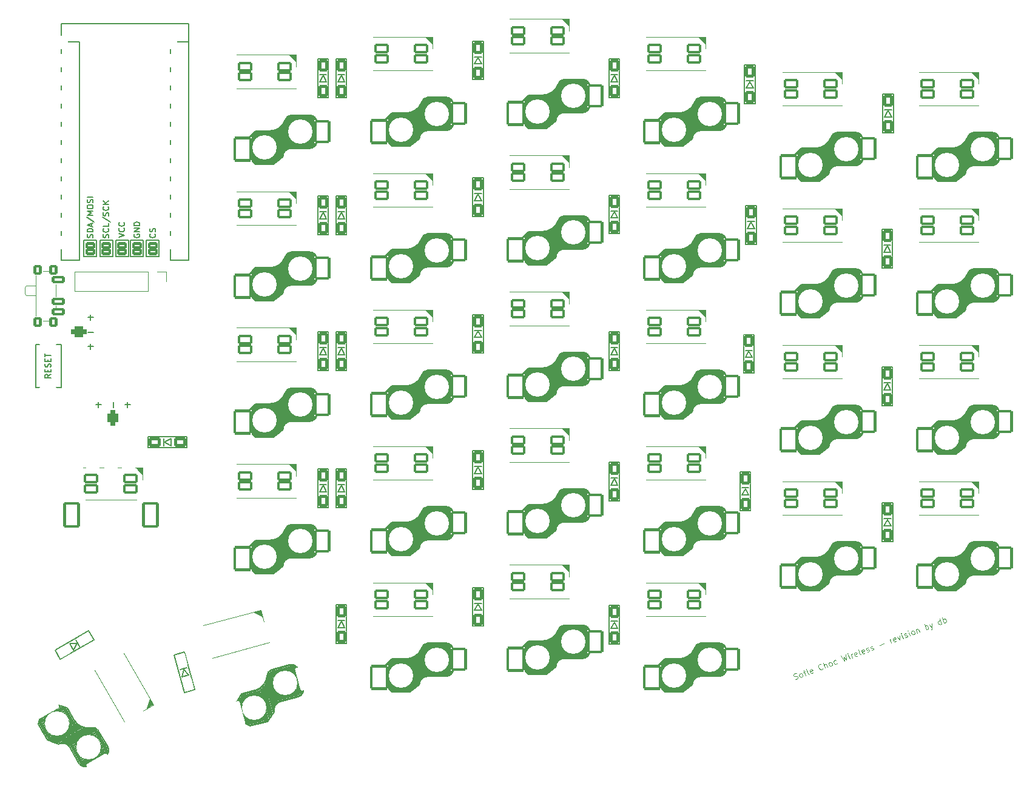
<source format=gto>
G04 #@! TF.GenerationSoftware,KiCad,Pcbnew,(6.0.5)*
G04 #@! TF.CreationDate,2022-12-02T21:36:17-06:00*
G04 #@! TF.ProjectId,SofleKeyboard,536f666c-654b-4657-9962-6f6172642e6b,rev?*
G04 #@! TF.SameCoordinates,Original*
G04 #@! TF.FileFunction,Legend,Top*
G04 #@! TF.FilePolarity,Positive*
%FSLAX46Y46*%
G04 Gerber Fmt 4.6, Leading zero omitted, Abs format (unit mm)*
G04 Created by KiCad (PCBNEW (6.0.5)) date 2022-12-02 21:36:17*
%MOMM*%
%LPD*%
G01*
G04 APERTURE LIST*
G04 Aperture macros list*
%AMRoundRect*
0 Rectangle with rounded corners*
0 $1 Rounding radius*
0 $2 $3 $4 $5 $6 $7 $8 $9 X,Y pos of 4 corners*
0 Add a 4 corners polygon primitive as box body*
4,1,4,$2,$3,$4,$5,$6,$7,$8,$9,$2,$3,0*
0 Add four circle primitives for the rounded corners*
1,1,$1+$1,$2,$3*
1,1,$1+$1,$4,$5*
1,1,$1+$1,$6,$7*
1,1,$1+$1,$8,$9*
0 Add four rect primitives between the rounded corners*
20,1,$1+$1,$2,$3,$4,$5,0*
20,1,$1+$1,$4,$5,$6,$7,0*
20,1,$1+$1,$6,$7,$8,$9,0*
20,1,$1+$1,$8,$9,$2,$3,0*%
G04 Aperture macros list end*
%ADD10C,0.150000*%
%ADD11C,0.120000*%
%ADD12C,0.100000*%
%ADD13C,1.524000*%
%ADD14C,4.500000*%
%ADD15C,1.924000*%
%ADD16RoundRect,0.200000X0.500000X-0.300000X0.500000X0.300000X-0.500000X0.300000X-0.500000X-0.300000X0*%
%ADD17C,2.400000*%
%ADD18RoundRect,0.200000X-0.475000X0.650000X-0.475000X-0.650000X0.475000X-0.650000X0.475000X0.650000X0*%
%ADD19RoundRect,0.200000X-0.650000X-0.475000X0.650000X-0.475000X0.650000X0.475000X-0.650000X0.475000X0*%
%ADD20RoundRect,0.200000X0.325417X0.736362X-0.800417X0.086362X-0.325417X-0.736362X0.800417X-0.086362X0*%
%ADD21C,3.400000*%
%ADD22C,2.200000*%
%ADD23C,1.400000*%
%ADD24C,3.800000*%
%ADD25RoundRect,0.200000X0.850000X0.500000X-0.850000X0.500000X-0.850000X-0.500000X0.850000X-0.500000X0*%
%ADD26RoundRect,0.200000X1.095000X1.540000X-1.095000X1.540000X-1.095000X-1.540000X1.095000X-1.540000X0*%
%ADD27RoundRect,0.200000X0.955000X1.440000X-0.955000X1.440000X-0.955000X-1.440000X0.955000X-1.440000X0*%
%ADD28RoundRect,0.200000X0.858013X-0.486122X0.008013X0.986122X-0.858013X0.486122X-0.008013X-0.986122X0*%
%ADD29RoundRect,0.200000X1.881179X-0.178298X0.786179X1.718298X-1.881179X0.178298X-0.786179X-1.718298X0*%
%ADD30RoundRect,0.200000X1.724577X-0.107054X0.769577X1.547054X-1.724577X0.107054X-0.769577X-1.547054X0*%
%ADD31C,4.400000*%
%ADD32C,1.797000*%
%ADD33C,2.600000*%
%ADD34RoundRect,0.200000X-1.000000X1.600000X-1.000000X-1.600000X1.000000X-1.600000X1.000000X1.600000X0*%
%ADD35C,2.700000*%
%ADD36RoundRect,0.200000X0.691627X0.702959X-0.950446X0.262967X-0.691627X-0.702959X0.950446X-0.262967X0*%
%ADD37RoundRect,0.200000X0.659107X1.770933X-1.456270X1.204119X-0.659107X-1.770933X1.456270X-1.204119X0*%
%ADD38RoundRect,0.200000X0.549760X1.638105X-1.295159X1.143761X-0.549760X-1.638105X1.295159X-1.143761X0*%
%ADD39RoundRect,0.200000X-0.627047X0.504913X-0.290582X-0.750791X0.627047X-0.504913X0.290582X0.750791X0*%
%ADD40RoundRect,0.450000X0.625000X-0.350000X0.625000X0.350000X-0.625000X0.350000X-0.625000X-0.350000X0*%
%ADD41O,2.150000X1.600000*%
%ADD42RoundRect,0.200000X-0.400000X0.500000X-0.400000X-0.500000X0.400000X-0.500000X0.400000X0.500000X0*%
%ADD43C,1.300000*%
%ADD44RoundRect,0.200000X-0.750000X0.350000X-0.750000X-0.350000X0.750000X-0.350000X0.750000X0.350000X0*%
%ADD45RoundRect,0.450000X0.350000X0.625000X-0.350000X0.625000X-0.350000X-0.625000X0.350000X-0.625000X0*%
%ADD46O,1.600000X2.150000*%
G04 APERTURE END LIST*
D10*
X95855371Y-83670578D02*
X96617276Y-83670578D01*
X96236324Y-84051530D02*
X96236324Y-83289626D01*
X95858167Y-79614068D02*
X96620072Y-79614068D01*
X96239120Y-79995020D02*
X96239120Y-79233116D01*
X100201024Y-68428949D02*
X101001024Y-68162282D01*
X100201024Y-67895616D01*
X100924834Y-67171806D02*
X100962929Y-67209901D01*
X101001024Y-67324187D01*
X101001024Y-67400378D01*
X100962929Y-67514663D01*
X100886739Y-67590854D01*
X100810548Y-67628949D01*
X100658167Y-67667044D01*
X100543881Y-67667044D01*
X100391500Y-67628949D01*
X100315310Y-67590854D01*
X100239120Y-67514663D01*
X100201024Y-67400378D01*
X100201024Y-67324187D01*
X100239120Y-67209901D01*
X100277215Y-67171806D01*
X100924834Y-66371806D02*
X100962929Y-66409901D01*
X101001024Y-66524187D01*
X101001024Y-66600378D01*
X100962929Y-66714663D01*
X100886739Y-66790854D01*
X100810548Y-66828949D01*
X100658167Y-66867044D01*
X100543881Y-66867044D01*
X100391500Y-66828949D01*
X100315310Y-66790854D01*
X100239120Y-66714663D01*
X100201024Y-66600378D01*
X100201024Y-66524187D01*
X100239120Y-66409901D01*
X100277215Y-66371806D01*
X96552928Y-68452759D02*
X96591023Y-68338473D01*
X96591023Y-68147997D01*
X96552928Y-68071806D01*
X96514833Y-68033711D01*
X96438642Y-67995616D01*
X96362452Y-67995616D01*
X96286261Y-68033711D01*
X96248166Y-68071806D01*
X96210071Y-68147997D01*
X96171976Y-68300378D01*
X96133880Y-68376568D01*
X96095785Y-68414663D01*
X96019595Y-68452759D01*
X95943404Y-68452759D01*
X95867214Y-68414663D01*
X95829119Y-68376568D01*
X95791023Y-68300378D01*
X95791023Y-68109901D01*
X95829119Y-67995616D01*
X96591023Y-67652759D02*
X95791023Y-67652759D01*
X95791023Y-67462282D01*
X95829119Y-67347997D01*
X95905309Y-67271806D01*
X95981499Y-67233711D01*
X96133880Y-67195616D01*
X96248166Y-67195616D01*
X96400547Y-67233711D01*
X96476738Y-67271806D01*
X96552928Y-67347997D01*
X96591023Y-67462282D01*
X96591023Y-67652759D01*
X96362452Y-66890854D02*
X96362452Y-66509901D01*
X96591023Y-66967044D02*
X95791023Y-66700378D01*
X96591023Y-66433711D01*
X95752928Y-65595616D02*
X96781499Y-66281330D01*
X96591023Y-65328949D02*
X95791023Y-65328949D01*
X96362452Y-65062282D01*
X95791023Y-64795616D01*
X96591023Y-64795616D01*
X95791023Y-64262282D02*
X95791023Y-64109901D01*
X95829119Y-64033711D01*
X95905309Y-63957520D01*
X96057690Y-63919425D01*
X96324357Y-63919425D01*
X96476738Y-63957520D01*
X96552928Y-64033711D01*
X96591023Y-64109901D01*
X96591023Y-64262282D01*
X96552928Y-64338473D01*
X96476738Y-64414663D01*
X96324357Y-64452759D01*
X96057690Y-64452759D01*
X95905309Y-64414663D01*
X95829119Y-64338473D01*
X95791023Y-64262282D01*
X96552928Y-63614663D02*
X96591023Y-63500378D01*
X96591023Y-63309901D01*
X96552928Y-63233711D01*
X96514833Y-63195616D01*
X96438642Y-63157520D01*
X96362452Y-63157520D01*
X96286261Y-63195616D01*
X96248166Y-63233711D01*
X96210071Y-63309901D01*
X96171976Y-63462282D01*
X96133880Y-63538473D01*
X96095785Y-63576568D01*
X96019595Y-63614663D01*
X95943404Y-63614663D01*
X95867214Y-63576568D01*
X95829119Y-63538473D01*
X95791023Y-63462282D01*
X95791023Y-63271806D01*
X95829119Y-63157520D01*
X96591023Y-62814663D02*
X95791023Y-62814663D01*
X102339120Y-67995616D02*
X102301024Y-68071806D01*
X102301024Y-68186092D01*
X102339120Y-68300378D01*
X102415310Y-68376568D01*
X102491500Y-68414663D01*
X102643881Y-68452759D01*
X102758167Y-68452759D01*
X102910548Y-68414663D01*
X102986739Y-68376568D01*
X103062929Y-68300378D01*
X103101024Y-68186092D01*
X103101024Y-68109901D01*
X103062929Y-67995616D01*
X103024834Y-67957520D01*
X102758167Y-67957520D01*
X102758167Y-68109901D01*
X103101024Y-67614663D02*
X102301024Y-67614663D01*
X103101024Y-67157520D01*
X102301024Y-67157520D01*
X103101024Y-66776568D02*
X102301024Y-66776568D01*
X102301024Y-66586092D01*
X102339120Y-66471806D01*
X102415310Y-66395616D01*
X102491500Y-66357520D01*
X102643881Y-66319425D01*
X102758167Y-66319425D01*
X102910548Y-66357520D01*
X102986739Y-66395616D01*
X103062929Y-66471806D01*
X103101024Y-66586092D01*
X103101024Y-66776568D01*
X98762929Y-68452759D02*
X98801024Y-68338473D01*
X98801024Y-68147997D01*
X98762929Y-68071806D01*
X98724834Y-68033711D01*
X98648643Y-67995616D01*
X98572453Y-67995616D01*
X98496262Y-68033711D01*
X98458167Y-68071806D01*
X98420072Y-68147997D01*
X98381977Y-68300378D01*
X98343881Y-68376568D01*
X98305786Y-68414663D01*
X98229596Y-68452759D01*
X98153405Y-68452759D01*
X98077215Y-68414663D01*
X98039120Y-68376568D01*
X98001024Y-68300378D01*
X98001024Y-68109901D01*
X98039120Y-67995616D01*
X98724834Y-67195616D02*
X98762929Y-67233711D01*
X98801024Y-67347997D01*
X98801024Y-67424187D01*
X98762929Y-67538473D01*
X98686739Y-67614663D01*
X98610548Y-67652759D01*
X98458167Y-67690854D01*
X98343881Y-67690854D01*
X98191500Y-67652759D01*
X98115310Y-67614663D01*
X98039120Y-67538473D01*
X98001024Y-67424187D01*
X98001024Y-67347997D01*
X98039120Y-67233711D01*
X98077215Y-67195616D01*
X98801024Y-66471806D02*
X98801024Y-66852759D01*
X98001024Y-66852759D01*
X97962929Y-65633711D02*
X98991500Y-66319425D01*
X98762929Y-65405140D02*
X98801024Y-65290854D01*
X98801024Y-65100378D01*
X98762929Y-65024187D01*
X98724834Y-64986092D01*
X98648643Y-64947997D01*
X98572453Y-64947997D01*
X98496262Y-64986092D01*
X98458167Y-65024187D01*
X98420072Y-65100378D01*
X98381977Y-65252759D01*
X98343881Y-65328949D01*
X98305786Y-65367044D01*
X98229596Y-65405140D01*
X98153405Y-65405140D01*
X98077215Y-65367044D01*
X98039120Y-65328949D01*
X98001024Y-65252759D01*
X98001024Y-65062282D01*
X98039120Y-64947997D01*
X98724834Y-64147997D02*
X98762929Y-64186092D01*
X98801024Y-64300378D01*
X98801024Y-64376568D01*
X98762929Y-64490854D01*
X98686739Y-64567044D01*
X98610548Y-64605140D01*
X98458167Y-64643235D01*
X98343881Y-64643235D01*
X98191500Y-64605140D01*
X98115310Y-64567044D01*
X98039120Y-64490854D01*
X98001024Y-64376568D01*
X98001024Y-64300378D01*
X98039120Y-64186092D01*
X98077215Y-64147997D01*
X98801024Y-63805140D02*
X98001024Y-63805140D01*
X98801024Y-63347997D02*
X98343881Y-63690854D01*
X98001024Y-63347997D02*
X98458167Y-63805140D01*
X101410548Y-92183592D02*
X101410548Y-91421687D01*
X101791500Y-91802640D02*
X101029596Y-91802640D01*
X95858167Y-81674068D02*
X96620072Y-81674068D01*
X99414038Y-92180796D02*
X99414038Y-91418891D01*
X105224834Y-67957520D02*
X105262929Y-67995616D01*
X105301024Y-68109901D01*
X105301024Y-68186092D01*
X105262929Y-68300378D01*
X105186739Y-68376568D01*
X105110548Y-68414663D01*
X104958167Y-68452759D01*
X104843881Y-68452759D01*
X104691500Y-68414663D01*
X104615310Y-68376568D01*
X104539120Y-68300378D01*
X104501024Y-68186092D01*
X104501024Y-68109901D01*
X104539120Y-67995616D01*
X104577215Y-67957520D01*
X105262929Y-67652759D02*
X105301024Y-67538473D01*
X105301024Y-67347997D01*
X105262929Y-67271806D01*
X105224834Y-67233711D01*
X105148643Y-67195616D01*
X105072453Y-67195616D01*
X104996262Y-67233711D01*
X104958167Y-67271806D01*
X104920072Y-67347997D01*
X104881977Y-67500378D01*
X104843881Y-67576568D01*
X104805786Y-67614663D01*
X104729596Y-67652759D01*
X104653405Y-67652759D01*
X104577215Y-67614663D01*
X104539120Y-67576568D01*
X104501024Y-67500378D01*
X104501024Y-67309901D01*
X104539120Y-67195616D01*
D11*
X194577222Y-130123127D02*
X194697587Y-130118155D01*
X194875649Y-130050516D01*
X194933346Y-129987848D01*
X194955430Y-129938707D01*
X194963987Y-129853955D01*
X194936931Y-129782730D01*
X194874263Y-129725033D01*
X194825123Y-129702948D01*
X194740370Y-129694392D01*
X194584393Y-129712891D01*
X194499640Y-129704334D01*
X194450500Y-129682250D01*
X194387831Y-129624553D01*
X194360776Y-129553328D01*
X194369332Y-129468575D01*
X194391417Y-129419435D01*
X194449114Y-129356767D01*
X194627176Y-129289127D01*
X194747541Y-129284156D01*
X195445447Y-129834070D02*
X195360695Y-129825513D01*
X195311554Y-129803429D01*
X195248886Y-129745732D01*
X195167719Y-129532057D01*
X195176276Y-129447305D01*
X195198360Y-129398164D01*
X195256057Y-129335496D01*
X195362894Y-129294912D01*
X195447647Y-129303469D01*
X195496787Y-129325554D01*
X195559455Y-129383251D01*
X195640623Y-129596925D01*
X195632066Y-129681678D01*
X195609982Y-129730818D01*
X195552285Y-129793486D01*
X195445447Y-129834070D01*
X195719018Y-129159634D02*
X196003918Y-129051411D01*
X196015246Y-129617624D02*
X195771744Y-128976600D01*
X195780301Y-128891848D01*
X195837998Y-128829179D01*
X195909222Y-128802124D01*
X196549432Y-129414705D02*
X196464679Y-129406149D01*
X196402011Y-129348452D01*
X196158509Y-128707428D01*
X197105703Y-129162647D02*
X197048006Y-129225315D01*
X196905556Y-129279427D01*
X196820803Y-129270870D01*
X196758135Y-129213173D01*
X196649912Y-128928274D01*
X196658469Y-128843521D01*
X196716166Y-128780853D01*
X196858615Y-128726741D01*
X196943368Y-128735298D01*
X197006036Y-128792995D01*
X197033092Y-128864220D01*
X196704024Y-129070723D01*
X198445446Y-128612975D02*
X198423362Y-128662115D01*
X198330052Y-128738311D01*
X198258827Y-128765367D01*
X198138462Y-128770338D01*
X198040182Y-128726169D01*
X197977514Y-128668472D01*
X197887790Y-128539550D01*
X197847206Y-128432713D01*
X197828707Y-128276736D01*
X197837264Y-128191983D01*
X197881433Y-128093702D01*
X197974742Y-128017506D01*
X198045967Y-127990451D01*
X198166332Y-127985479D01*
X198215472Y-128007564D01*
X198793014Y-128562449D02*
X198508928Y-127814588D01*
X199113525Y-128440698D02*
X198964719Y-128048961D01*
X198902050Y-127991264D01*
X198817298Y-127982708D01*
X198710460Y-128023291D01*
X198652764Y-128085959D01*
X198630679Y-128135100D01*
X199576487Y-128264835D02*
X199491734Y-128256279D01*
X199442594Y-128234194D01*
X199379925Y-128176497D01*
X199298758Y-127962823D01*
X199307315Y-127878070D01*
X199329399Y-127828930D01*
X199387096Y-127766262D01*
X199493933Y-127725678D01*
X199578686Y-127734234D01*
X199627826Y-127756319D01*
X199690495Y-127814016D01*
X199771662Y-128027690D01*
X199763105Y-128112443D01*
X199741021Y-128161583D01*
X199683324Y-128224252D01*
X199576487Y-128264835D01*
X200453269Y-127891026D02*
X200395572Y-127953694D01*
X200253122Y-128007805D01*
X200168370Y-127999249D01*
X200119229Y-127977164D01*
X200056561Y-127919467D01*
X199975394Y-127705793D01*
X199983950Y-127621040D01*
X200006035Y-127571900D01*
X200063732Y-127509232D01*
X200206182Y-127455120D01*
X200290934Y-127463677D01*
X201001796Y-126867636D02*
X201463944Y-127547857D01*
X201403475Y-126959560D01*
X201748843Y-127439634D01*
X201642820Y-126624134D01*
X202211805Y-127263772D02*
X202022414Y-126765198D01*
X201927719Y-126515911D02*
X201905635Y-126565052D01*
X201954775Y-126587136D01*
X201976859Y-126537996D01*
X201927719Y-126515911D01*
X201954775Y-126587136D01*
X202567929Y-127128493D02*
X202378538Y-126629919D01*
X202432650Y-126772369D02*
X202441207Y-126687616D01*
X202463291Y-126638476D01*
X202520988Y-126575808D01*
X202592213Y-126548752D01*
X203302261Y-126808795D02*
X203244564Y-126871463D01*
X203102115Y-126925575D01*
X203017362Y-126917018D01*
X202954694Y-126859321D01*
X202846471Y-126574422D01*
X202855028Y-126489669D01*
X202912724Y-126427001D01*
X203055174Y-126372889D01*
X203139927Y-126381446D01*
X203202595Y-126439143D01*
X203229651Y-126510368D01*
X202900582Y-126716871D01*
X203778751Y-126668545D02*
X203693998Y-126659988D01*
X203631330Y-126602291D01*
X203387828Y-125961268D01*
X204335021Y-126416486D02*
X204277324Y-126479154D01*
X204134875Y-126533266D01*
X204050122Y-126524709D01*
X203987454Y-126467012D01*
X203879231Y-126182113D01*
X203887787Y-126097360D01*
X203945484Y-126034692D01*
X204087934Y-125980581D01*
X204172687Y-125989137D01*
X204235355Y-126046834D01*
X204262410Y-126118059D01*
X203933342Y-126324563D01*
X204655533Y-126294735D02*
X204740286Y-126303292D01*
X204882735Y-126249180D01*
X204940432Y-126186512D01*
X204948989Y-126101760D01*
X204935461Y-126066147D01*
X204872793Y-126008450D01*
X204788040Y-125999894D01*
X204681203Y-126040477D01*
X204596450Y-126031921D01*
X204533782Y-125974224D01*
X204520254Y-125938611D01*
X204528811Y-125853859D01*
X204586508Y-125791190D01*
X204693345Y-125750607D01*
X204778097Y-125759163D01*
X205260944Y-126064761D02*
X205345696Y-126073318D01*
X205488146Y-126019206D01*
X205545843Y-125956538D01*
X205554400Y-125871786D01*
X205540872Y-125836173D01*
X205478204Y-125778476D01*
X205393451Y-125769920D01*
X205286614Y-125810503D01*
X205201861Y-125801947D01*
X205139193Y-125744250D01*
X205125665Y-125708637D01*
X205134222Y-125623885D01*
X205191918Y-125561216D01*
X205298756Y-125520633D01*
X205383508Y-125529189D01*
X206377070Y-125355526D02*
X206946869Y-125139080D01*
X207981015Y-125072255D02*
X207791624Y-124573681D01*
X207845736Y-124716130D02*
X207854292Y-124631378D01*
X207876377Y-124582237D01*
X207934074Y-124519569D01*
X208005299Y-124492514D01*
X208715347Y-124752557D02*
X208657650Y-124815225D01*
X208515201Y-124869336D01*
X208430448Y-124860780D01*
X208367780Y-124803083D01*
X208259557Y-124518183D01*
X208268113Y-124433431D01*
X208325810Y-124370763D01*
X208468260Y-124316651D01*
X208553013Y-124325208D01*
X208615681Y-124382905D01*
X208642737Y-124454129D01*
X208313668Y-124660633D01*
X208824384Y-124181372D02*
X209191836Y-124612306D01*
X209180508Y-124046093D01*
X209654798Y-124436444D02*
X209465407Y-123937870D01*
X209370712Y-123688583D02*
X209348628Y-123737724D01*
X209397768Y-123759808D01*
X209419852Y-123710668D01*
X209370712Y-123688583D01*
X209397768Y-123759808D01*
X209961781Y-124279081D02*
X210046534Y-124287637D01*
X210188984Y-124233526D01*
X210246681Y-124170858D01*
X210255237Y-124086105D01*
X210241709Y-124050492D01*
X210179041Y-123992795D01*
X210094289Y-123984239D01*
X209987451Y-124024822D01*
X209902699Y-124016266D01*
X209840030Y-123958569D01*
X209826503Y-123922957D01*
X209835059Y-123838204D01*
X209892756Y-123775536D01*
X209999593Y-123734952D01*
X210084346Y-123743509D01*
X210616333Y-124071191D02*
X210426942Y-123572617D01*
X210332247Y-123323331D02*
X210310163Y-123372471D01*
X210359303Y-123394555D01*
X210381387Y-123345415D01*
X210332247Y-123323331D01*
X210359303Y-123394555D01*
X211079294Y-123895329D02*
X210994541Y-123886772D01*
X210945401Y-123864687D01*
X210882733Y-123806990D01*
X210801565Y-123593316D01*
X210810122Y-123508563D01*
X210832207Y-123459423D01*
X210889904Y-123396755D01*
X210996741Y-123356171D01*
X211081493Y-123364728D01*
X211130634Y-123386812D01*
X211193302Y-123444509D01*
X211274469Y-123658184D01*
X211265913Y-123742936D01*
X211243828Y-123792077D01*
X211186131Y-123854745D01*
X211079294Y-123895329D01*
X211459702Y-123180309D02*
X211649092Y-123678882D01*
X211486758Y-123251534D02*
X211508842Y-123202393D01*
X211566539Y-123139725D01*
X211673376Y-123099141D01*
X211758129Y-123107698D01*
X211820797Y-123165395D01*
X211969604Y-123557131D01*
X212895527Y-123205406D02*
X212611441Y-122457546D01*
X212719664Y-122742445D02*
X212777361Y-122679777D01*
X212919811Y-122625665D01*
X213004563Y-122634222D01*
X213053704Y-122656307D01*
X213116372Y-122714004D01*
X213197539Y-122927678D01*
X213188983Y-123012431D01*
X213166898Y-123061571D01*
X213109201Y-123124239D01*
X212966751Y-123178351D01*
X212881999Y-123169794D01*
X213311547Y-122476859D02*
X213679000Y-122907793D01*
X213667671Y-122341580D02*
X213679000Y-122907793D01*
X213675414Y-123112911D01*
X213653330Y-123162051D01*
X213595633Y-123224719D01*
X215032271Y-122393733D02*
X214748185Y-121645873D01*
X215018743Y-122358121D02*
X214961046Y-122420789D01*
X214818597Y-122474901D01*
X214733844Y-122466344D01*
X214684704Y-122444260D01*
X214622035Y-122386563D01*
X214540868Y-122172888D01*
X214549425Y-122088135D01*
X214571509Y-122038995D01*
X214629206Y-121976327D01*
X214771656Y-121922215D01*
X214856409Y-121930772D01*
X215388395Y-122258455D02*
X215104310Y-121510594D01*
X215212533Y-121795493D02*
X215270230Y-121732825D01*
X215412679Y-121678714D01*
X215497432Y-121687270D01*
X215546572Y-121709355D01*
X215609240Y-121767052D01*
X215690408Y-121980726D01*
X215681851Y-122065479D01*
X215659766Y-122114619D01*
X215602070Y-122177287D01*
X215459620Y-122231399D01*
X215374867Y-122222842D01*
D10*
X97354038Y-92180796D02*
X97354038Y-91418891D01*
X97734990Y-91799844D02*
X96973086Y-91799844D01*
X90701024Y-87564544D02*
X90320072Y-87831211D01*
X90701024Y-88021687D02*
X89901024Y-88021687D01*
X89901024Y-87716925D01*
X89939120Y-87640735D01*
X89977215Y-87602640D01*
X90053405Y-87564544D01*
X90167691Y-87564544D01*
X90243881Y-87602640D01*
X90281977Y-87640735D01*
X90320072Y-87716925D01*
X90320072Y-88021687D01*
X90281977Y-87221687D02*
X90281977Y-86955020D01*
X90701024Y-86840735D02*
X90701024Y-87221687D01*
X89901024Y-87221687D01*
X89901024Y-86840735D01*
X90662929Y-86535973D02*
X90701024Y-86421687D01*
X90701024Y-86231211D01*
X90662929Y-86155020D01*
X90624834Y-86116925D01*
X90548643Y-86078830D01*
X90472453Y-86078830D01*
X90396262Y-86116925D01*
X90358167Y-86155020D01*
X90320072Y-86231211D01*
X90281977Y-86383592D01*
X90243881Y-86459782D01*
X90205786Y-86497878D01*
X90129596Y-86535973D01*
X90053405Y-86535973D01*
X89977215Y-86497878D01*
X89939120Y-86459782D01*
X89901024Y-86383592D01*
X89901024Y-86193116D01*
X89939120Y-86078830D01*
X90281977Y-85735973D02*
X90281977Y-85469306D01*
X90701024Y-85355020D02*
X90701024Y-85735973D01*
X89901024Y-85735973D01*
X89901024Y-85355020D01*
X89901024Y-85126449D02*
X89901024Y-84669306D01*
X90701024Y-84897878D02*
X89901024Y-84897878D01*
X109988815Y-71635745D02*
X109988815Y-38615745D01*
X109988815Y-71635745D02*
X109988815Y-41155745D01*
X109988815Y-38615745D02*
X92208815Y-38615745D01*
X94748815Y-41155745D02*
X92208815Y-41155745D01*
X92208815Y-71635745D02*
X94748815Y-71635745D01*
X107448815Y-71635745D02*
X109988815Y-71635745D01*
X109988815Y-41155745D02*
X107448815Y-41155745D01*
X92208815Y-41155745D02*
X92208815Y-71635745D01*
X94748815Y-71635745D02*
X94748815Y-41155745D01*
X92208815Y-38615745D02*
X92208815Y-71635745D01*
X107448815Y-41155745D02*
X107448815Y-71635745D01*
X101850120Y-68859640D02*
X103628120Y-68859640D01*
X101850120Y-71145640D02*
X101850120Y-68859640D01*
X103628120Y-68859640D02*
X103628120Y-71145640D01*
X103628120Y-71145640D02*
X101850120Y-71145640D01*
X99750120Y-68859640D02*
X101528120Y-68859640D01*
X101528120Y-68859640D02*
X101528120Y-71145640D01*
X99750120Y-71145640D02*
X99750120Y-68859640D01*
X101528120Y-71145640D02*
X99750120Y-71145640D01*
X97550120Y-68859640D02*
X99328120Y-68859640D01*
X99328120Y-68859640D02*
X99328120Y-71145640D01*
X99328120Y-71145640D02*
X97550120Y-71145640D01*
X97550120Y-71145640D02*
X97550120Y-68859640D01*
X92139120Y-83402640D02*
X91439120Y-83402640D01*
X88639120Y-89402640D02*
X89239120Y-89402640D01*
X92139120Y-89402640D02*
X92139120Y-83402640D01*
X88639120Y-83402640D02*
X89239120Y-83402640D01*
X92139120Y-89402640D02*
X91439120Y-89402640D01*
X88639120Y-83402640D02*
X88639120Y-89402640D01*
X128705000Y-45827000D02*
X129205000Y-46727000D01*
X129205000Y-45727000D02*
X128205000Y-45727000D01*
X129455000Y-48927000D02*
X129455000Y-43527000D01*
X129455000Y-48927000D02*
X127955000Y-48927000D01*
X128205000Y-46727000D02*
X128705000Y-45827000D01*
X129455000Y-43527000D02*
X127955000Y-43527000D01*
X127955000Y-43527000D02*
X127955000Y-48927000D01*
X129205000Y-46727000D02*
X128205000Y-46727000D01*
X130745000Y-46730000D02*
X131245000Y-45830000D01*
X131995000Y-43530000D02*
X130495000Y-43530000D01*
X131745000Y-45730000D02*
X130745000Y-45730000D01*
X131745000Y-46730000D02*
X130745000Y-46730000D01*
X131245000Y-45830000D02*
X131745000Y-46730000D01*
X131995000Y-48930000D02*
X130495000Y-48930000D01*
X131995000Y-48930000D02*
X131995000Y-43530000D01*
X130495000Y-43530000D02*
X130495000Y-48930000D01*
X149845000Y-44230000D02*
X150345000Y-43330000D01*
X150345000Y-43330000D02*
X150845000Y-44230000D01*
X151095000Y-46430000D02*
X149595000Y-46430000D01*
X149595000Y-41030000D02*
X149595000Y-46430000D01*
X151095000Y-46430000D02*
X151095000Y-41030000D01*
X150845000Y-43230000D02*
X149845000Y-43230000D01*
X151095000Y-41030000D02*
X149595000Y-41030000D01*
X150845000Y-44230000D02*
X149845000Y-44230000D01*
X168845000Y-46730000D02*
X169345000Y-45830000D01*
X169345000Y-45830000D02*
X169845000Y-46730000D01*
X170095000Y-48930000D02*
X168595000Y-48930000D01*
X169845000Y-46730000D02*
X168845000Y-46730000D01*
X170095000Y-43530000D02*
X168595000Y-43530000D01*
X168595000Y-43530000D02*
X168595000Y-48930000D01*
X169845000Y-45730000D02*
X168845000Y-45730000D01*
X170095000Y-48930000D02*
X170095000Y-43530000D01*
X188739120Y-46602640D02*
X187739120Y-46602640D01*
X188989120Y-49802640D02*
X187489120Y-49802640D01*
X187489120Y-44402640D02*
X187489120Y-49802640D01*
X188989120Y-44402640D02*
X187489120Y-44402640D01*
X188239120Y-46702640D02*
X188739120Y-47602640D01*
X188739120Y-47602640D02*
X187739120Y-47602640D01*
X187739120Y-47602640D02*
X188239120Y-46702640D01*
X188989120Y-49802640D02*
X188989120Y-44402640D01*
X208295000Y-48430000D02*
X206795000Y-48430000D01*
X208045000Y-50630000D02*
X207045000Y-50630000D01*
X207545000Y-50730000D02*
X208045000Y-51630000D01*
X208045000Y-51630000D02*
X207045000Y-51630000D01*
X207045000Y-51630000D02*
X207545000Y-50730000D01*
X208295000Y-53830000D02*
X208295000Y-48430000D01*
X206795000Y-48430000D02*
X206795000Y-53830000D01*
X208295000Y-53830000D02*
X206795000Y-53830000D01*
X129455000Y-87030000D02*
X127955000Y-87030000D01*
X129205000Y-83830000D02*
X128205000Y-83830000D01*
X129455000Y-81630000D02*
X127955000Y-81630000D01*
X129455000Y-87030000D02*
X129455000Y-81630000D01*
X127955000Y-81630000D02*
X127955000Y-87030000D01*
X128205000Y-84830000D02*
X128705000Y-83930000D01*
X129205000Y-84830000D02*
X128205000Y-84830000D01*
X128705000Y-83930000D02*
X129205000Y-84830000D01*
X129205000Y-103930000D02*
X128205000Y-103930000D01*
X127955000Y-100730000D02*
X127955000Y-106130000D01*
X128205000Y-103930000D02*
X128705000Y-103030000D01*
X128705000Y-103030000D02*
X129205000Y-103930000D01*
X129455000Y-106130000D02*
X127955000Y-106130000D01*
X129205000Y-102930000D02*
X128205000Y-102930000D01*
X129455000Y-100730000D02*
X127955000Y-100730000D01*
X129455000Y-106130000D02*
X129455000Y-100730000D01*
X104300000Y-96250000D02*
X104300000Y-97750000D01*
X107500000Y-97500000D02*
X106600000Y-97000000D01*
X107500000Y-96500000D02*
X107500000Y-97500000D01*
X106600000Y-97000000D02*
X107500000Y-96500000D01*
X104300000Y-97750000D02*
X109700000Y-97750000D01*
X106500000Y-96500000D02*
X106500000Y-97500000D01*
X109700000Y-96250000D02*
X104300000Y-96250000D01*
X109700000Y-96250000D02*
X109700000Y-97750000D01*
X93323987Y-125167987D02*
X94353410Y-125151000D01*
X92043731Y-127350519D02*
X91293731Y-126051481D01*
X94353410Y-125151000D02*
X93823987Y-126034013D01*
X95970269Y-123351481D02*
X91293731Y-126051481D01*
X92043731Y-127350519D02*
X96720269Y-124650519D01*
X93823987Y-126034013D02*
X93323987Y-125167987D01*
X96720269Y-124650519D02*
X95970269Y-123351481D01*
X94690013Y-125534013D02*
X94190013Y-124667987D01*
X126500000Y-51400000D02*
X126500000Y-56000000D01*
X125000000Y-51400000D02*
X125000000Y-56000000D01*
X125450000Y-51400000D02*
X125450000Y-56000000D01*
X120200000Y-53600000D02*
X120200000Y-58200000D01*
X119300000Y-53600000D02*
X119300000Y-58200000D01*
X127850000Y-55025000D02*
X127850000Y-52375000D01*
X121400000Y-53600000D02*
X121400000Y-58150000D01*
X120050000Y-53600000D02*
X120050000Y-58200000D01*
X127700000Y-51950000D02*
X127700000Y-55500000D01*
X126850000Y-56025000D02*
X124275000Y-56025000D01*
X124700000Y-51400000D02*
X124700000Y-56000000D01*
X125150000Y-51400000D02*
X125150000Y-56000000D01*
X125750000Y-51400000D02*
X125750000Y-56000000D01*
X118250000Y-57200000D02*
X118250000Y-54600000D01*
X122150000Y-53400000D02*
X122150000Y-57950000D01*
X121250000Y-53600000D02*
X121250000Y-58200000D01*
X122300000Y-53350000D02*
X122300000Y-57800000D01*
X122900000Y-52900000D02*
X122900000Y-57350000D01*
X121825000Y-58225000D02*
X119275000Y-58225000D01*
X127500000Y-51700000D02*
X127500000Y-55650000D01*
X125300000Y-51400000D02*
X125300000Y-56000000D01*
X123950000Y-51450000D02*
X123950000Y-56000000D01*
X122000000Y-53500000D02*
X122000000Y-58050000D01*
X120800000Y-53600000D02*
X120800000Y-58200000D01*
X126350000Y-51400000D02*
X126350000Y-56000000D01*
X123800000Y-51550000D02*
X123800000Y-56100000D01*
X118250000Y-54600000D02*
X119275000Y-53575000D01*
X123650000Y-51650000D02*
X123650000Y-56150000D01*
X121550000Y-53550000D02*
X121550000Y-58200000D01*
X122450000Y-53250000D02*
X122450000Y-57700000D01*
X127400000Y-51600000D02*
X127400000Y-55800000D01*
X126650000Y-51400000D02*
X126650000Y-56000000D01*
X124400000Y-51400000D02*
X124400000Y-55950000D01*
X126050000Y-51400000D02*
X126050000Y-56000000D01*
X119150000Y-53750000D02*
X119150000Y-58100000D01*
X119900000Y-53600000D02*
X119900000Y-58200000D01*
X125600000Y-51400000D02*
X125600000Y-56000000D01*
X119450000Y-53600000D02*
X119450000Y-58200000D01*
X123250000Y-52400000D02*
X123250000Y-56550000D01*
X118850000Y-54000000D02*
X118850000Y-57800000D01*
X118400000Y-54450000D02*
X118400000Y-57350000D01*
X122750000Y-53050000D02*
X122750000Y-57450000D01*
X127250000Y-51500000D02*
X127250000Y-55900000D01*
X120950000Y-53600000D02*
X120950000Y-58200000D01*
X126950000Y-51400000D02*
X126950000Y-55950000D01*
D11*
X124950000Y-42948460D02*
X124950000Y-44599460D01*
D10*
X127100000Y-51450000D02*
X127100000Y-55950000D01*
X123550000Y-51800000D02*
X123550000Y-56200000D01*
X126200000Y-51400000D02*
X126200000Y-56000000D01*
X119750000Y-53600000D02*
X119750000Y-58200000D01*
X119000000Y-53850000D02*
X119000000Y-57950000D01*
X124550000Y-51400000D02*
X124550000Y-56000000D01*
X121850000Y-53550000D02*
X121850000Y-58150000D01*
X123050000Y-52750000D02*
X123050000Y-57200000D01*
X121825000Y-58225000D02*
X123100000Y-57200000D01*
D11*
X116650000Y-42948460D02*
X124950000Y-42948460D01*
D10*
X126800000Y-51400000D02*
X126800000Y-56000000D01*
X124850000Y-51400000D02*
X124850000Y-56000000D01*
X123450000Y-52050000D02*
X123450000Y-56250000D01*
X123150000Y-52550000D02*
X123150000Y-56700000D01*
D11*
X124950000Y-47651000D02*
X116650000Y-47648460D01*
D10*
X118550000Y-54350000D02*
X118550000Y-57500000D01*
X119600000Y-53600000D02*
X119600000Y-58200000D01*
X124100000Y-51400000D02*
X124100000Y-56000000D01*
X123350000Y-52200000D02*
X123350000Y-56350000D01*
X120350000Y-53600000D02*
X120350000Y-58200000D01*
X120650000Y-53600000D02*
X120650000Y-58200000D01*
X118250000Y-57200000D02*
X119275000Y-58225000D01*
X127600000Y-51800000D02*
X127600000Y-55550000D01*
X125900000Y-51400000D02*
X125900000Y-56000000D01*
X122600000Y-53150000D02*
X122600000Y-57550000D01*
X121700000Y-53550000D02*
X121700000Y-58200000D01*
X121250000Y-53575000D02*
X119275000Y-53575000D01*
X126850000Y-51375000D02*
X124250000Y-51375000D01*
X121100000Y-53600000D02*
X121100000Y-58200000D01*
X124250000Y-51400000D02*
X124250000Y-56000000D01*
X118700000Y-54150000D02*
X118700000Y-57650000D01*
X120500000Y-53600000D02*
X120500000Y-58200000D01*
X124275000Y-56025000D02*
G75*
G03*
X123100000Y-57200000I2J-1175002D01*
G01*
X126850000Y-56025000D02*
G75*
G03*
X127850000Y-55025000I1J999999D01*
G01*
X127850000Y-52375000D02*
G75*
G03*
X126850000Y-51375000I-999999J1D01*
G01*
X124249005Y-51376209D02*
G75*
G03*
X123387801Y-52078096I38796J-926887D01*
G01*
X121250000Y-53575000D02*
G75*
G03*
X123387801Y-52078096I1J2274999D01*
G01*
G36*
X124950000Y-43964460D02*
G01*
X123942000Y-42951000D01*
X124950000Y-42948460D01*
X124950000Y-43964460D01*
G37*
D12*
X124950000Y-43964460D02*
X123942000Y-42951000D01*
X124950000Y-42948460D01*
X124950000Y-43964460D01*
D10*
X161250000Y-47550000D02*
X161250000Y-51700000D01*
X159200000Y-48600000D02*
X159200000Y-53200000D01*
D11*
X163050000Y-42651000D02*
X154750000Y-42648460D01*
D10*
X162950000Y-46400000D02*
X162950000Y-51000000D01*
X161000000Y-47900000D02*
X161000000Y-52350000D01*
X157700000Y-48600000D02*
X157700000Y-53200000D01*
X165950000Y-50025000D02*
X165950000Y-47375000D01*
X165600000Y-46700000D02*
X165600000Y-50650000D01*
X162200000Y-46400000D02*
X162200000Y-51000000D01*
X157400000Y-48600000D02*
X157400000Y-53200000D01*
X158750000Y-48600000D02*
X158750000Y-53200000D01*
X164600000Y-46400000D02*
X164600000Y-51000000D01*
X165500000Y-46600000D02*
X165500000Y-50800000D01*
X162650000Y-46400000D02*
X162650000Y-51000000D01*
X160100000Y-48500000D02*
X160100000Y-53050000D01*
X165350000Y-46500000D02*
X165350000Y-50900000D01*
X162350000Y-46400000D02*
X162350000Y-51000000D01*
X159350000Y-48575000D02*
X157375000Y-48575000D01*
X159950000Y-48550000D02*
X159950000Y-53150000D01*
X165700000Y-46800000D02*
X165700000Y-50550000D01*
X156350000Y-52200000D02*
X156350000Y-49600000D01*
X159650000Y-48550000D02*
X159650000Y-53200000D01*
X159350000Y-48600000D02*
X159350000Y-53200000D01*
X156800000Y-49150000D02*
X156800000Y-52650000D01*
X164150000Y-46400000D02*
X164150000Y-51000000D01*
X158300000Y-48600000D02*
X158300000Y-53200000D01*
X159500000Y-48600000D02*
X159500000Y-53150000D01*
X161350000Y-47400000D02*
X161350000Y-51550000D01*
D11*
X163050000Y-37948460D02*
X163050000Y-39599460D01*
D10*
X165050000Y-46400000D02*
X165050000Y-50950000D01*
X163250000Y-46400000D02*
X163250000Y-51000000D01*
X160550000Y-48250000D02*
X160550000Y-52700000D01*
X159050000Y-48600000D02*
X159050000Y-53200000D01*
X158900000Y-48600000D02*
X158900000Y-53200000D01*
X163400000Y-46400000D02*
X163400000Y-51000000D01*
X157550000Y-48600000D02*
X157550000Y-53200000D01*
X158000000Y-48600000D02*
X158000000Y-53200000D01*
X156650000Y-49350000D02*
X156650000Y-52500000D01*
X163700000Y-46400000D02*
X163700000Y-51000000D01*
X157100000Y-48850000D02*
X157100000Y-52950000D01*
X157250000Y-48750000D02*
X157250000Y-53100000D01*
X164450000Y-46400000D02*
X164450000Y-51000000D01*
X162500000Y-46400000D02*
X162500000Y-50950000D01*
X160250000Y-48400000D02*
X160250000Y-52950000D01*
D11*
X154750000Y-37948460D02*
X163050000Y-37948460D01*
D10*
X157850000Y-48600000D02*
X157850000Y-53200000D01*
X161450000Y-47200000D02*
X161450000Y-51350000D01*
X161900000Y-46550000D02*
X161900000Y-51100000D01*
X163850000Y-46400000D02*
X163850000Y-51000000D01*
X164950000Y-51025000D02*
X162375000Y-51025000D01*
X156950000Y-49000000D02*
X156950000Y-52800000D01*
X160400000Y-48350000D02*
X160400000Y-52800000D01*
X156350000Y-52200000D02*
X157375000Y-53225000D01*
X164000000Y-46400000D02*
X164000000Y-51000000D01*
X161550000Y-47050000D02*
X161550000Y-51250000D01*
X160700000Y-48150000D02*
X160700000Y-52550000D01*
X158600000Y-48600000D02*
X158600000Y-53200000D01*
X161750000Y-46650000D02*
X161750000Y-51150000D01*
X164300000Y-46400000D02*
X164300000Y-51000000D01*
X159800000Y-48550000D02*
X159800000Y-53200000D01*
X158150000Y-48600000D02*
X158150000Y-53200000D01*
X162050000Y-46450000D02*
X162050000Y-51000000D01*
X164950000Y-46375000D02*
X162350000Y-46375000D01*
X158450000Y-48600000D02*
X158450000Y-53200000D01*
X162800000Y-46400000D02*
X162800000Y-51000000D01*
X161150000Y-47750000D02*
X161150000Y-52200000D01*
X159925000Y-53225000D02*
X157375000Y-53225000D01*
X160850000Y-48050000D02*
X160850000Y-52450000D01*
X163100000Y-46400000D02*
X163100000Y-51000000D01*
X164900000Y-46400000D02*
X164900000Y-51000000D01*
X163550000Y-46400000D02*
X163550000Y-51000000D01*
X164750000Y-46400000D02*
X164750000Y-51000000D01*
X165200000Y-46450000D02*
X165200000Y-50950000D01*
X156350000Y-49600000D02*
X157375000Y-48575000D01*
X156500000Y-49450000D02*
X156500000Y-52350000D01*
X165800000Y-46950000D02*
X165800000Y-50500000D01*
X161650000Y-46800000D02*
X161650000Y-51200000D01*
X159925000Y-53225000D02*
X161200000Y-52200000D01*
X164950000Y-51025000D02*
G75*
G03*
X165950000Y-50025000I1J999999D01*
G01*
X165950000Y-47375000D02*
G75*
G03*
X164950000Y-46375000I-999999J1D01*
G01*
X162349005Y-46376209D02*
G75*
G03*
X161487801Y-47078096I38796J-926887D01*
G01*
X159350000Y-48575000D02*
G75*
G03*
X161487801Y-47078096I1J2274999D01*
G01*
X162375000Y-51025000D02*
G75*
G03*
X161200000Y-52200000I2J-1175002D01*
G01*
G36*
X163050000Y-38964460D02*
G01*
X162042000Y-37951000D01*
X163050000Y-37948460D01*
X163050000Y-38964460D01*
G37*
D12*
X163050000Y-38964460D02*
X162042000Y-37951000D01*
X163050000Y-37948460D01*
X163050000Y-38964460D01*
D10*
X119750000Y-91700000D02*
X119750000Y-96300000D01*
X124100000Y-89500000D02*
X124100000Y-94100000D01*
X118400000Y-92550000D02*
X118400000Y-95450000D01*
X121250000Y-91700000D02*
X121250000Y-96300000D01*
X127500000Y-89800000D02*
X127500000Y-93750000D01*
X127250000Y-89600000D02*
X127250000Y-94000000D01*
X121550000Y-91650000D02*
X121550000Y-96300000D01*
X121700000Y-91650000D02*
X121700000Y-96300000D01*
X123250000Y-90500000D02*
X123250000Y-94650000D01*
X123550000Y-89900000D02*
X123550000Y-94300000D01*
X126800000Y-89500000D02*
X126800000Y-94100000D01*
X120200000Y-91700000D02*
X120200000Y-96300000D01*
X119450000Y-91700000D02*
X119450000Y-96300000D01*
X122900000Y-91000000D02*
X122900000Y-95450000D01*
X123050000Y-90850000D02*
X123050000Y-95300000D01*
X123450000Y-90150000D02*
X123450000Y-94350000D01*
X126650000Y-89500000D02*
X126650000Y-94100000D01*
X125300000Y-89500000D02*
X125300000Y-94100000D01*
X118700000Y-92250000D02*
X118700000Y-95750000D01*
X122450000Y-91350000D02*
X122450000Y-95800000D01*
D11*
X124950000Y-85751000D02*
X116650000Y-85748460D01*
D10*
X119300000Y-91700000D02*
X119300000Y-96300000D01*
X125150000Y-89500000D02*
X125150000Y-94100000D01*
X118250000Y-92700000D02*
X119275000Y-91675000D01*
X122300000Y-91450000D02*
X122300000Y-95900000D01*
X124250000Y-89500000D02*
X124250000Y-94100000D01*
D11*
X116650000Y-81048460D02*
X124950000Y-81048460D01*
D10*
X118250000Y-95300000D02*
X119275000Y-96325000D01*
X125750000Y-89500000D02*
X125750000Y-94100000D01*
X126850000Y-94125000D02*
X124275000Y-94125000D01*
X127100000Y-89550000D02*
X127100000Y-94050000D01*
X125450000Y-89500000D02*
X125450000Y-94100000D01*
X120350000Y-91700000D02*
X120350000Y-96300000D01*
X127400000Y-89700000D02*
X127400000Y-93900000D01*
D11*
X124950000Y-81048460D02*
X124950000Y-82699460D01*
D10*
X121825000Y-96325000D02*
X123100000Y-95300000D01*
X123350000Y-90300000D02*
X123350000Y-94450000D01*
X125600000Y-89500000D02*
X125600000Y-94100000D01*
X124400000Y-89500000D02*
X124400000Y-94050000D01*
X126950000Y-89500000D02*
X126950000Y-94050000D01*
X127700000Y-90050000D02*
X127700000Y-93600000D01*
X121250000Y-91675000D02*
X119275000Y-91675000D01*
X127850000Y-93125000D02*
X127850000Y-90475000D01*
X126200000Y-89500000D02*
X126200000Y-94100000D01*
X120950000Y-91700000D02*
X120950000Y-96300000D01*
X120500000Y-91700000D02*
X120500000Y-96300000D01*
X120800000Y-91700000D02*
X120800000Y-96300000D01*
X118250000Y-95300000D02*
X118250000Y-92700000D01*
X123650000Y-89750000D02*
X123650000Y-94250000D01*
X121100000Y-91700000D02*
X121100000Y-96300000D01*
X119000000Y-91950000D02*
X119000000Y-96050000D01*
X127600000Y-89900000D02*
X127600000Y-93650000D01*
X122750000Y-91150000D02*
X122750000Y-95550000D01*
X121400000Y-91700000D02*
X121400000Y-96250000D01*
X124850000Y-89500000D02*
X124850000Y-94100000D01*
X118850000Y-92100000D02*
X118850000Y-95900000D01*
X126500000Y-89500000D02*
X126500000Y-94100000D01*
X119600000Y-91700000D02*
X119600000Y-96300000D01*
X123800000Y-89650000D02*
X123800000Y-94200000D01*
X122600000Y-91250000D02*
X122600000Y-95650000D01*
X125000000Y-89500000D02*
X125000000Y-94100000D01*
X122150000Y-91500000D02*
X122150000Y-96050000D01*
X124550000Y-89500000D02*
X124550000Y-94100000D01*
X124700000Y-89500000D02*
X124700000Y-94100000D01*
X123150000Y-90650000D02*
X123150000Y-94800000D01*
X122000000Y-91600000D02*
X122000000Y-96150000D01*
X126350000Y-89500000D02*
X126350000Y-94100000D01*
X123950000Y-89550000D02*
X123950000Y-94100000D01*
X126050000Y-89500000D02*
X126050000Y-94100000D01*
X120650000Y-91700000D02*
X120650000Y-96300000D01*
X118550000Y-92450000D02*
X118550000Y-95600000D01*
X126850000Y-89475000D02*
X124250000Y-89475000D01*
X121850000Y-91650000D02*
X121850000Y-96250000D01*
X119150000Y-91850000D02*
X119150000Y-96200000D01*
X121825000Y-96325000D02*
X119275000Y-96325000D01*
X120050000Y-91700000D02*
X120050000Y-96300000D01*
X119900000Y-91700000D02*
X119900000Y-96300000D01*
X125900000Y-89500000D02*
X125900000Y-94100000D01*
X121250000Y-91675000D02*
G75*
G03*
X123387801Y-90178096I1J2274999D01*
G01*
X124249005Y-89476209D02*
G75*
G03*
X123387801Y-90178096I38796J-926887D01*
G01*
X127850000Y-90475000D02*
G75*
G03*
X126850000Y-89475000I-999999J1D01*
G01*
X124275000Y-94125000D02*
G75*
G03*
X123100000Y-95300000I2J-1175002D01*
G01*
X126850000Y-94125000D02*
G75*
G03*
X127850000Y-93125000I1J999999D01*
G01*
G36*
X124950000Y-82064460D02*
G01*
X123942000Y-81051000D01*
X124950000Y-81048460D01*
X124950000Y-82064460D01*
G37*
D12*
X124950000Y-82064460D02*
X123942000Y-81051000D01*
X124950000Y-81048460D01*
X124950000Y-82064460D01*
D10*
X143750000Y-87000000D02*
X143750000Y-91600000D01*
X139400000Y-89200000D02*
X139400000Y-93800000D01*
X140875000Y-93825000D02*
X138325000Y-93825000D01*
X137900000Y-89600000D02*
X137900000Y-93400000D01*
X144500000Y-87000000D02*
X144500000Y-91600000D01*
X142500000Y-87650000D02*
X142500000Y-91850000D01*
X146750000Y-87550000D02*
X146750000Y-91100000D01*
X140600000Y-89150000D02*
X140600000Y-93800000D01*
D11*
X144000000Y-83251000D02*
X135700000Y-83248460D01*
D10*
X142700000Y-87250000D02*
X142700000Y-91750000D01*
X138800000Y-89200000D02*
X138800000Y-93800000D01*
X140750000Y-89150000D02*
X140750000Y-93800000D01*
X139250000Y-89200000D02*
X139250000Y-93800000D01*
X138500000Y-89200000D02*
X138500000Y-93800000D01*
X141200000Y-89000000D02*
X141200000Y-93550000D01*
X139550000Y-89200000D02*
X139550000Y-93800000D01*
X140300000Y-89175000D02*
X138325000Y-89175000D01*
X143150000Y-87000000D02*
X143150000Y-91600000D01*
X145900000Y-91625000D02*
X143325000Y-91625000D01*
X146300000Y-87100000D02*
X146300000Y-91500000D01*
X137450000Y-90050000D02*
X137450000Y-92950000D01*
X145550000Y-87000000D02*
X145550000Y-91600000D01*
X140300000Y-89200000D02*
X140300000Y-93800000D01*
X142300000Y-88000000D02*
X142300000Y-92150000D01*
X144800000Y-87000000D02*
X144800000Y-91600000D01*
X146550000Y-87300000D02*
X146550000Y-91250000D01*
X140875000Y-93825000D02*
X142150000Y-92800000D01*
X141350000Y-88950000D02*
X141350000Y-93400000D01*
X138050000Y-89450000D02*
X138050000Y-93550000D01*
X145400000Y-87000000D02*
X145400000Y-91600000D01*
X145850000Y-87000000D02*
X145850000Y-91600000D01*
X140450000Y-89200000D02*
X140450000Y-93750000D01*
X145700000Y-87000000D02*
X145700000Y-91600000D01*
X144050000Y-87000000D02*
X144050000Y-91600000D01*
X137600000Y-89950000D02*
X137600000Y-93100000D01*
X138650000Y-89200000D02*
X138650000Y-93800000D01*
X139850000Y-89200000D02*
X139850000Y-93800000D01*
X145900000Y-86975000D02*
X143300000Y-86975000D01*
X142850000Y-87150000D02*
X142850000Y-91700000D01*
X144200000Y-87000000D02*
X144200000Y-91600000D01*
X138200000Y-89350000D02*
X138200000Y-93700000D01*
X142100000Y-88350000D02*
X142100000Y-92800000D01*
X139100000Y-89200000D02*
X139100000Y-93800000D01*
X144950000Y-87000000D02*
X144950000Y-91600000D01*
X146150000Y-87050000D02*
X146150000Y-91550000D01*
X146650000Y-87400000D02*
X146650000Y-91150000D01*
X141050000Y-89100000D02*
X141050000Y-93650000D01*
X141950000Y-88500000D02*
X141950000Y-92950000D01*
X143600000Y-87000000D02*
X143600000Y-91600000D01*
X146450000Y-87200000D02*
X146450000Y-91400000D01*
X138950000Y-89200000D02*
X138950000Y-93800000D01*
X141800000Y-88650000D02*
X141800000Y-93050000D01*
D11*
X144000000Y-78548460D02*
X144000000Y-80199460D01*
D10*
X143900000Y-87000000D02*
X143900000Y-91600000D01*
X146000000Y-87000000D02*
X146000000Y-91550000D01*
X143000000Y-87050000D02*
X143000000Y-91600000D01*
X141650000Y-88750000D02*
X141650000Y-93150000D01*
D11*
X135700000Y-78548460D02*
X144000000Y-78548460D01*
D10*
X142400000Y-87800000D02*
X142400000Y-91950000D01*
X139700000Y-89200000D02*
X139700000Y-93800000D01*
X144350000Y-87000000D02*
X144350000Y-91600000D01*
X137300000Y-92800000D02*
X138325000Y-93825000D01*
X140000000Y-89200000D02*
X140000000Y-93800000D01*
X145250000Y-87000000D02*
X145250000Y-91600000D01*
X141500000Y-88850000D02*
X141500000Y-93300000D01*
X146900000Y-90625000D02*
X146900000Y-87975000D01*
X142600000Y-87400000D02*
X142600000Y-91800000D01*
X140900000Y-89150000D02*
X140900000Y-93750000D01*
X137300000Y-92800000D02*
X137300000Y-90200000D01*
X137300000Y-90200000D02*
X138325000Y-89175000D01*
X143450000Y-87000000D02*
X143450000Y-91550000D01*
X137750000Y-89750000D02*
X137750000Y-93250000D01*
X144650000Y-87000000D02*
X144650000Y-91600000D01*
X140150000Y-89200000D02*
X140150000Y-93800000D01*
X138350000Y-89200000D02*
X138350000Y-93800000D01*
X145100000Y-87000000D02*
X145100000Y-91600000D01*
X142200000Y-88150000D02*
X142200000Y-92300000D01*
X143300000Y-87000000D02*
X143300000Y-91600000D01*
X145900000Y-91625000D02*
G75*
G03*
X146900000Y-90625000I1J999999D01*
G01*
X143325000Y-91625000D02*
G75*
G03*
X142150000Y-92800000I2J-1175002D01*
G01*
X146900000Y-87975000D02*
G75*
G03*
X145900000Y-86975000I-999999J1D01*
G01*
X140300000Y-89175000D02*
G75*
G03*
X142437801Y-87678096I1J2274999D01*
G01*
X143299005Y-86976209D02*
G75*
G03*
X142437801Y-87678096I38796J-926887D01*
G01*
G36*
X144000000Y-79564460D02*
G01*
X142992000Y-78551000D01*
X144000000Y-78548460D01*
X144000000Y-79564460D01*
G37*
D12*
X144000000Y-79564460D02*
X142992000Y-78551000D01*
X144000000Y-78548460D01*
X144000000Y-79564460D01*
D10*
X127400000Y-108750000D02*
X127400000Y-112950000D01*
X121250000Y-110725000D02*
X119275000Y-110725000D01*
X121400000Y-110750000D02*
X121400000Y-115300000D01*
X125300000Y-108550000D02*
X125300000Y-113150000D01*
X118700000Y-111300000D02*
X118700000Y-114800000D01*
X121250000Y-110750000D02*
X121250000Y-115350000D01*
X127250000Y-108650000D02*
X127250000Y-113050000D01*
X125150000Y-108550000D02*
X125150000Y-113150000D01*
X120350000Y-110750000D02*
X120350000Y-115350000D01*
X123350000Y-109350000D02*
X123350000Y-113500000D01*
X121700000Y-110700000D02*
X121700000Y-115350000D01*
X122450000Y-110400000D02*
X122450000Y-114850000D01*
X119750000Y-110750000D02*
X119750000Y-115350000D01*
X127850000Y-112175000D02*
X127850000Y-109525000D01*
X123950000Y-108600000D02*
X123950000Y-113150000D01*
X122900000Y-110050000D02*
X122900000Y-114500000D01*
X119900000Y-110750000D02*
X119900000Y-115350000D01*
X120500000Y-110750000D02*
X120500000Y-115350000D01*
X124700000Y-108550000D02*
X124700000Y-113150000D01*
X122300000Y-110500000D02*
X122300000Y-114950000D01*
X118250000Y-114350000D02*
X118250000Y-111750000D01*
X123150000Y-109700000D02*
X123150000Y-113850000D01*
X119300000Y-110750000D02*
X119300000Y-115350000D01*
X123800000Y-108700000D02*
X123800000Y-113250000D01*
X121825000Y-115375000D02*
X119275000Y-115375000D01*
X126200000Y-108550000D02*
X126200000Y-113150000D01*
X127500000Y-108850000D02*
X127500000Y-112800000D01*
X118850000Y-111150000D02*
X118850000Y-114950000D01*
X118250000Y-111750000D02*
X119275000Y-110725000D01*
X126350000Y-108550000D02*
X126350000Y-113150000D01*
X125450000Y-108550000D02*
X125450000Y-113150000D01*
D11*
X124950000Y-104801000D02*
X116650000Y-104798460D01*
D10*
X120650000Y-110750000D02*
X120650000Y-115350000D01*
X123450000Y-109200000D02*
X123450000Y-113400000D01*
X120050000Y-110750000D02*
X120050000Y-115350000D01*
X124550000Y-108550000D02*
X124550000Y-113150000D01*
X127700000Y-109100000D02*
X127700000Y-112650000D01*
X121825000Y-115375000D02*
X123100000Y-114350000D01*
X118400000Y-111600000D02*
X118400000Y-114500000D01*
X124250000Y-108550000D02*
X124250000Y-113150000D01*
X123250000Y-109550000D02*
X123250000Y-113700000D01*
X126650000Y-108550000D02*
X126650000Y-113150000D01*
X127100000Y-108600000D02*
X127100000Y-113100000D01*
X122750000Y-110200000D02*
X122750000Y-114600000D01*
X123050000Y-109900000D02*
X123050000Y-114350000D01*
X126850000Y-108525000D02*
X124250000Y-108525000D01*
X120200000Y-110750000D02*
X120200000Y-115350000D01*
X125000000Y-108550000D02*
X125000000Y-113150000D01*
X124100000Y-108550000D02*
X124100000Y-113150000D01*
X121550000Y-110700000D02*
X121550000Y-115350000D01*
X126950000Y-108550000D02*
X126950000Y-113100000D01*
X122150000Y-110550000D02*
X122150000Y-115100000D01*
X121850000Y-110700000D02*
X121850000Y-115300000D01*
X124850000Y-108550000D02*
X124850000Y-113150000D01*
X125900000Y-108550000D02*
X125900000Y-113150000D01*
X119600000Y-110750000D02*
X119600000Y-115350000D01*
X124400000Y-108550000D02*
X124400000Y-113100000D01*
X119150000Y-110900000D02*
X119150000Y-115250000D01*
X125600000Y-108550000D02*
X125600000Y-113150000D01*
X123550000Y-108950000D02*
X123550000Y-113350000D01*
X126800000Y-108550000D02*
X126800000Y-113150000D01*
X127600000Y-108950000D02*
X127600000Y-112700000D01*
D11*
X124950000Y-100098460D02*
X124950000Y-101749460D01*
D10*
X118550000Y-111500000D02*
X118550000Y-114650000D01*
X121100000Y-110750000D02*
X121100000Y-115350000D01*
D11*
X116650000Y-100098460D02*
X124950000Y-100098460D01*
D10*
X126500000Y-108550000D02*
X126500000Y-113150000D01*
X122600000Y-110300000D02*
X122600000Y-114700000D01*
X122000000Y-110650000D02*
X122000000Y-115200000D01*
X123650000Y-108800000D02*
X123650000Y-113300000D01*
X119000000Y-111000000D02*
X119000000Y-115100000D01*
X120950000Y-110750000D02*
X120950000Y-115350000D01*
X120800000Y-110750000D02*
X120800000Y-115350000D01*
X126850000Y-113175000D02*
X124275000Y-113175000D01*
X119450000Y-110750000D02*
X119450000Y-115350000D01*
X118250000Y-114350000D02*
X119275000Y-115375000D01*
X125750000Y-108550000D02*
X125750000Y-113150000D01*
X126050000Y-108550000D02*
X126050000Y-113150000D01*
X121250000Y-110725000D02*
G75*
G03*
X123387801Y-109228096I1J2274999D01*
G01*
X127850000Y-109525000D02*
G75*
G03*
X126850000Y-108525000I-999999J1D01*
G01*
X124275000Y-113175000D02*
G75*
G03*
X123100000Y-114350000I2J-1175002D01*
G01*
X124249005Y-108526209D02*
G75*
G03*
X123387801Y-109228096I38796J-926887D01*
G01*
X126850000Y-113175000D02*
G75*
G03*
X127850000Y-112175000I1J999999D01*
G01*
G36*
X124950000Y-101114460D02*
G01*
X123942000Y-100101000D01*
X124950000Y-100098460D01*
X124950000Y-101114460D01*
G37*
D12*
X124950000Y-101114460D02*
X123942000Y-100101000D01*
X124950000Y-100098460D01*
X124950000Y-101114460D01*
D10*
X162500000Y-103550000D02*
X162500000Y-108100000D01*
X162800000Y-103550000D02*
X162800000Y-108150000D01*
X157250000Y-105900000D02*
X157250000Y-110250000D01*
X164950000Y-108175000D02*
X162375000Y-108175000D01*
X158600000Y-105750000D02*
X158600000Y-110350000D01*
X159650000Y-105700000D02*
X159650000Y-110350000D01*
X159500000Y-105750000D02*
X159500000Y-110300000D01*
X164300000Y-103550000D02*
X164300000Y-108150000D01*
X160400000Y-105500000D02*
X160400000Y-109950000D01*
X158000000Y-105750000D02*
X158000000Y-110350000D01*
X162650000Y-103550000D02*
X162650000Y-108150000D01*
X159350000Y-105725000D02*
X157375000Y-105725000D01*
X161550000Y-104200000D02*
X161550000Y-108400000D01*
X162050000Y-103600000D02*
X162050000Y-108150000D01*
X163550000Y-103550000D02*
X163550000Y-108150000D01*
X163700000Y-103550000D02*
X163700000Y-108150000D01*
X165700000Y-103950000D02*
X165700000Y-107700000D01*
X164600000Y-103550000D02*
X164600000Y-108150000D01*
X164900000Y-103550000D02*
X164900000Y-108150000D01*
X165050000Y-103550000D02*
X165050000Y-108100000D01*
X165350000Y-103650000D02*
X165350000Y-108050000D01*
X156650000Y-106500000D02*
X156650000Y-109650000D01*
X163250000Y-103550000D02*
X163250000Y-108150000D01*
X162350000Y-103550000D02*
X162350000Y-108150000D01*
X162950000Y-103550000D02*
X162950000Y-108150000D01*
X162200000Y-103550000D02*
X162200000Y-108150000D01*
X164950000Y-103525000D02*
X162350000Y-103525000D01*
X159950000Y-105700000D02*
X159950000Y-110300000D01*
X161750000Y-103800000D02*
X161750000Y-108300000D01*
X163400000Y-103550000D02*
X163400000Y-108150000D01*
X158750000Y-105750000D02*
X158750000Y-110350000D01*
X156950000Y-106150000D02*
X156950000Y-109950000D01*
X156350000Y-106750000D02*
X157375000Y-105725000D01*
X159925000Y-110375000D02*
X161200000Y-109350000D01*
X158300000Y-105750000D02*
X158300000Y-110350000D01*
X165800000Y-104100000D02*
X165800000Y-107650000D01*
X159925000Y-110375000D02*
X157375000Y-110375000D01*
X163850000Y-103550000D02*
X163850000Y-108150000D01*
X161450000Y-104350000D02*
X161450000Y-108500000D01*
X156350000Y-109350000D02*
X156350000Y-106750000D01*
X159050000Y-105750000D02*
X159050000Y-110350000D01*
X164000000Y-103550000D02*
X164000000Y-108150000D01*
X160250000Y-105550000D02*
X160250000Y-110100000D01*
X161150000Y-104900000D02*
X161150000Y-109350000D01*
X158900000Y-105750000D02*
X158900000Y-110350000D01*
X165500000Y-103750000D02*
X165500000Y-107950000D01*
X161650000Y-103950000D02*
X161650000Y-108350000D01*
X160550000Y-105400000D02*
X160550000Y-109850000D01*
X157700000Y-105750000D02*
X157700000Y-110350000D01*
X160700000Y-105300000D02*
X160700000Y-109700000D01*
X161000000Y-105050000D02*
X161000000Y-109500000D01*
X156800000Y-106300000D02*
X156800000Y-109800000D01*
X161900000Y-103700000D02*
X161900000Y-108250000D01*
X164450000Y-103550000D02*
X164450000Y-108150000D01*
X157550000Y-105750000D02*
X157550000Y-110350000D01*
X157850000Y-105750000D02*
X157850000Y-110350000D01*
X165200000Y-103600000D02*
X165200000Y-108100000D01*
X165950000Y-107175000D02*
X165950000Y-104525000D01*
X163100000Y-103550000D02*
X163100000Y-108150000D01*
X156500000Y-106600000D02*
X156500000Y-109500000D01*
X156350000Y-109350000D02*
X157375000Y-110375000D01*
X157400000Y-105750000D02*
X157400000Y-110350000D01*
X160100000Y-105650000D02*
X160100000Y-110200000D01*
D11*
X163050000Y-99801000D02*
X154750000Y-99798460D01*
D10*
X159350000Y-105750000D02*
X159350000Y-110350000D01*
X161250000Y-104700000D02*
X161250000Y-108850000D01*
X159200000Y-105750000D02*
X159200000Y-110350000D01*
X165600000Y-103850000D02*
X165600000Y-107800000D01*
X164750000Y-103550000D02*
X164750000Y-108150000D01*
X159800000Y-105700000D02*
X159800000Y-110350000D01*
X157100000Y-106000000D02*
X157100000Y-110100000D01*
D11*
X154750000Y-95098460D02*
X163050000Y-95098460D01*
D10*
X164150000Y-103550000D02*
X164150000Y-108150000D01*
X158450000Y-105750000D02*
X158450000Y-110350000D01*
X158150000Y-105750000D02*
X158150000Y-110350000D01*
X161350000Y-104550000D02*
X161350000Y-108700000D01*
X160850000Y-105200000D02*
X160850000Y-109600000D01*
D11*
X163050000Y-95098460D02*
X163050000Y-96749460D01*
D10*
X162349005Y-103526209D02*
G75*
G03*
X161487801Y-104228096I38796J-926887D01*
G01*
X164950000Y-108175000D02*
G75*
G03*
X165950000Y-107175000I1J999999D01*
G01*
X162375000Y-108175000D02*
G75*
G03*
X161200000Y-109350000I2J-1175002D01*
G01*
X165950000Y-104525000D02*
G75*
G03*
X164950000Y-103525000I-999999J1D01*
G01*
X159350000Y-105725000D02*
G75*
G03*
X161487801Y-104228096I1J2274999D01*
G01*
G36*
X163050000Y-96114460D02*
G01*
X162042000Y-95101000D01*
X163050000Y-95098460D01*
X163050000Y-96114460D01*
G37*
D12*
X163050000Y-96114460D02*
X162042000Y-95101000D01*
X163050000Y-95098460D01*
X163050000Y-96114460D01*
D10*
X196250000Y-113150000D02*
X196250000Y-117750000D01*
X199850000Y-111200000D02*
X199850000Y-115700000D01*
X198025000Y-117775000D02*
X195475000Y-117775000D01*
X198950000Y-112600000D02*
X198950000Y-117000000D01*
X201050000Y-110950000D02*
X201050000Y-115550000D01*
X200600000Y-110950000D02*
X200600000Y-115500000D01*
X199350000Y-112100000D02*
X199350000Y-116250000D01*
X197750000Y-113100000D02*
X197750000Y-117750000D01*
X202550000Y-110950000D02*
X202550000Y-115550000D01*
X203050000Y-110925000D02*
X200450000Y-110925000D01*
D11*
X201150000Y-102498460D02*
X201150000Y-104149460D01*
D10*
X199750000Y-111350000D02*
X199750000Y-115750000D01*
X200450000Y-110950000D02*
X200450000Y-115550000D01*
X195650000Y-113150000D02*
X195650000Y-117750000D01*
X201200000Y-110950000D02*
X201200000Y-115550000D01*
X203150000Y-110950000D02*
X203150000Y-115500000D01*
X199100000Y-112450000D02*
X199100000Y-116900000D01*
X198025000Y-117775000D02*
X199300000Y-116750000D01*
X197150000Y-113150000D02*
X197150000Y-117750000D01*
X197450000Y-113150000D02*
X197450000Y-117750000D01*
X194600000Y-114000000D02*
X194600000Y-116900000D01*
X198350000Y-112950000D02*
X198350000Y-117500000D01*
X197600000Y-113150000D02*
X197600000Y-117700000D01*
X200300000Y-110950000D02*
X200300000Y-115550000D01*
X194450000Y-116750000D02*
X194450000Y-114150000D01*
X196550000Y-113150000D02*
X196550000Y-117750000D01*
X196100000Y-113150000D02*
X196100000Y-117750000D01*
X203450000Y-111050000D02*
X203450000Y-115450000D01*
X199650000Y-111600000D02*
X199650000Y-115800000D01*
X198500000Y-112900000D02*
X198500000Y-117350000D01*
X200750000Y-110950000D02*
X200750000Y-115550000D01*
X198200000Y-113050000D02*
X198200000Y-117600000D01*
X200150000Y-111000000D02*
X200150000Y-115550000D01*
X195800000Y-113150000D02*
X195800000Y-117750000D01*
X204050000Y-114575000D02*
X204050000Y-111925000D01*
X202250000Y-110950000D02*
X202250000Y-115550000D01*
X202700000Y-110950000D02*
X202700000Y-115550000D01*
X195950000Y-113150000D02*
X195950000Y-117750000D01*
X202850000Y-110950000D02*
X202850000Y-115550000D01*
X198050000Y-113100000D02*
X198050000Y-117700000D01*
X197900000Y-113100000D02*
X197900000Y-117750000D01*
X198800000Y-112700000D02*
X198800000Y-117100000D01*
X195050000Y-113550000D02*
X195050000Y-117350000D01*
X203000000Y-110950000D02*
X203000000Y-115550000D01*
X196400000Y-113150000D02*
X196400000Y-117750000D01*
D11*
X201150000Y-107201000D02*
X192850000Y-107198460D01*
D10*
X203300000Y-111000000D02*
X203300000Y-115500000D01*
X202400000Y-110950000D02*
X202400000Y-115550000D01*
X194900000Y-113700000D02*
X194900000Y-117200000D01*
X201650000Y-110950000D02*
X201650000Y-115550000D01*
X203800000Y-111350000D02*
X203800000Y-115100000D01*
X201950000Y-110950000D02*
X201950000Y-115550000D01*
X197300000Y-113150000D02*
X197300000Y-117750000D01*
X198650000Y-112800000D02*
X198650000Y-117250000D01*
X196700000Y-113150000D02*
X196700000Y-117750000D01*
X195500000Y-113150000D02*
X195500000Y-117750000D01*
X194450000Y-116750000D02*
X195475000Y-117775000D01*
X203900000Y-111500000D02*
X203900000Y-115050000D01*
X197450000Y-113125000D02*
X195475000Y-113125000D01*
X200000000Y-111100000D02*
X200000000Y-115650000D01*
X201350000Y-110950000D02*
X201350000Y-115550000D01*
X200900000Y-110950000D02*
X200900000Y-115550000D01*
X203600000Y-111150000D02*
X203600000Y-115350000D01*
X203700000Y-111250000D02*
X203700000Y-115200000D01*
X195350000Y-113300000D02*
X195350000Y-117650000D01*
X199550000Y-111750000D02*
X199550000Y-115900000D01*
X194450000Y-114150000D02*
X195475000Y-113125000D01*
X196850000Y-113150000D02*
X196850000Y-117750000D01*
X203050000Y-115575000D02*
X200475000Y-115575000D01*
X194750000Y-113900000D02*
X194750000Y-117050000D01*
X197000000Y-113150000D02*
X197000000Y-117750000D01*
D11*
X192850000Y-102498460D02*
X201150000Y-102498460D01*
D10*
X201800000Y-110950000D02*
X201800000Y-115550000D01*
X199450000Y-111950000D02*
X199450000Y-116100000D01*
X202100000Y-110950000D02*
X202100000Y-115550000D01*
X195200000Y-113400000D02*
X195200000Y-117500000D01*
X201500000Y-110950000D02*
X201500000Y-115550000D01*
X199250000Y-112300000D02*
X199250000Y-116750000D01*
X200449005Y-110926209D02*
G75*
G03*
X199587801Y-111628096I38796J-926887D01*
G01*
X203050000Y-115575000D02*
G75*
G03*
X204050000Y-114575000I1J999999D01*
G01*
X197450000Y-113125000D02*
G75*
G03*
X199587801Y-111628096I1J2274999D01*
G01*
X204050000Y-111925000D02*
G75*
G03*
X203050000Y-110925000I-999999J1D01*
G01*
X200475000Y-115575000D02*
G75*
G03*
X199300000Y-116750000I2J-1175002D01*
G01*
G36*
X201150000Y-103514460D02*
G01*
X200142000Y-102501000D01*
X201150000Y-102498460D01*
X201150000Y-103514460D01*
G37*
D12*
X201150000Y-103514460D02*
X200142000Y-102501000D01*
X201150000Y-102498460D01*
X201150000Y-103514460D01*
D10*
X94642197Y-141868460D02*
X93354697Y-139638445D01*
X94017309Y-135936122D02*
X90076893Y-138211122D01*
X97422564Y-137434198D02*
X93482149Y-139709198D01*
D11*
X100944294Y-136036012D02*
X96796493Y-128846731D01*
D10*
X98472564Y-139252851D02*
X94488848Y-141552851D01*
X91942789Y-133842949D02*
X89214809Y-135417949D01*
X90224441Y-138616682D02*
X88949441Y-136408318D01*
X98669215Y-139543460D02*
X97369215Y-137291794D01*
X98172564Y-138733236D02*
X94188848Y-141033236D01*
D11*
X100866813Y-126496731D02*
X105016813Y-133684742D01*
D10*
X98622564Y-139512659D02*
X94638848Y-141812659D01*
X97647564Y-137823909D02*
X93663848Y-140123909D01*
X93963959Y-135793718D02*
X92976459Y-134083318D01*
X92395898Y-133927757D02*
X89105002Y-135827757D01*
X95578430Y-136940064D02*
X91724617Y-139165064D01*
X98697564Y-139642563D02*
X94757149Y-141917563D01*
X97272564Y-137174390D02*
X93288848Y-139474390D01*
X94403911Y-136405737D02*
X90463495Y-138680737D01*
X98097564Y-138603332D02*
X94113848Y-140903332D01*
X96992661Y-136989583D02*
X93052245Y-139264583D01*
X98729263Y-139797466D02*
X94832149Y-142047466D01*
X93492309Y-135026795D02*
X89508592Y-137326795D01*
X93642309Y-135286603D02*
X89658592Y-137586603D01*
X92600802Y-133982661D02*
X89050098Y-136032661D01*
X98547564Y-139382755D02*
X94563848Y-141682755D01*
X94683815Y-136590544D02*
X90830002Y-138815544D01*
X89324617Y-135008142D02*
X88949441Y-136408318D01*
X98676154Y-140405479D02*
X95428559Y-142280479D01*
X93267309Y-134637083D02*
X89283592Y-136937083D01*
X93042309Y-134247372D02*
X89058592Y-136547372D01*
X90224441Y-138616682D02*
X91749617Y-139208365D01*
X94845417Y-136670448D02*
X90991604Y-138895448D01*
X97154263Y-137069486D02*
X93213848Y-139344486D01*
X96651154Y-136898076D02*
X92840642Y-139098076D01*
X94135610Y-136041025D02*
X90108592Y-138366025D01*
X93117309Y-134377276D02*
X89133592Y-136677276D01*
X98247564Y-138863140D02*
X94263848Y-141163140D01*
X98322564Y-138993044D02*
X94338848Y-141293044D01*
X89324617Y-135008142D02*
X91576283Y-133708142D01*
X98760962Y-139952370D02*
X94950450Y-142152370D01*
X94285610Y-136300833D02*
X90301893Y-138600833D01*
X96831058Y-136909679D02*
X92933944Y-139159679D01*
X93567309Y-135156699D02*
X89583592Y-137456699D01*
X94210610Y-136170929D02*
X90183592Y-138495929D01*
X98749359Y-140132274D02*
X95112053Y-142232274D01*
X92762405Y-134062564D02*
X88995194Y-136237564D01*
X98397564Y-139122947D02*
X94413848Y-141422947D01*
X95007020Y-136750352D02*
X91196508Y-138950352D01*
X93192309Y-134507180D02*
X89208592Y-136807180D01*
X98596250Y-140567082D02*
X95521860Y-142342082D01*
X95168623Y-136830256D02*
X91358111Y-139030256D01*
X96204744Y-136924871D02*
X92610739Y-138999871D01*
X95801635Y-136926666D02*
X92207630Y-139001666D01*
X94565514Y-136485641D02*
X90625098Y-138760641D01*
X93942309Y-135806218D02*
X89958592Y-138106218D01*
X93342309Y-134766987D02*
X89358592Y-137066987D01*
D11*
X105016813Y-133684742D02*
X103587005Y-134510242D01*
D10*
X93867309Y-135676314D02*
X89883592Y-137976314D01*
X91781187Y-133763045D02*
X89269713Y-135213045D01*
X91576283Y-133708142D02*
X92976459Y-134083318D01*
X95981539Y-136938269D02*
X92387534Y-139013269D01*
X92190995Y-133872853D02*
X89159906Y-135622853D01*
X97947564Y-138343524D02*
X93963848Y-140643524D01*
X97722564Y-137953813D02*
X93738848Y-140253813D01*
X93417309Y-134896891D02*
X89433592Y-137196891D01*
X97572564Y-137694005D02*
X93588848Y-139994005D01*
X98022564Y-138473428D02*
X94038848Y-140773428D01*
X97347564Y-137304294D02*
X93363848Y-139604294D01*
X93717309Y-135416506D02*
X89733592Y-137716506D01*
X95373526Y-136885160D02*
X91519713Y-139110160D01*
X98712757Y-140268877D02*
X95291956Y-142243877D01*
X96008222Y-142234485D02*
X98303190Y-140909485D01*
X93792309Y-135546410D02*
X89808592Y-137846410D01*
X97497564Y-137564102D02*
X93513848Y-139864102D01*
X97872564Y-138213621D02*
X93888848Y-140513621D01*
X92967309Y-134117468D02*
X88983592Y-136417468D01*
X97797564Y-138083717D02*
X93813848Y-140383717D01*
X96384648Y-136936474D02*
X92747341Y-139036474D01*
X97367671Y-137291537D02*
G75*
G03*
X96329217Y-136896656I-783310J-497042D01*
G01*
X93354696Y-139638445D02*
G75*
G03*
X91749617Y-139208365I-1017580J-587502D01*
G01*
X94642197Y-141868460D02*
G75*
G03*
X96008222Y-142234485I866025J499999D01*
G01*
X93963960Y-135793718D02*
G75*
G03*
X96329217Y-136896656I1970207J1137499D01*
G01*
X98303190Y-140909485D02*
G75*
G03*
X98669215Y-139543460I-499999J866025D01*
G01*
G36*
X105016813Y-133684742D02*
G01*
X104136931Y-134192742D01*
X104510613Y-132813058D01*
X105016813Y-133684742D01*
G37*
D12*
X105016813Y-133684742D02*
X104136931Y-134192742D01*
X104510613Y-132813058D01*
X105016813Y-133684742D01*
D10*
X95340119Y-68862280D02*
X97118119Y-68862280D01*
X97118119Y-71148280D02*
X95340119Y-71148280D01*
X95340119Y-71148280D02*
X95340119Y-68862280D01*
X97118119Y-68862280D02*
X97118119Y-71148280D01*
D11*
X106859408Y-73270000D02*
X106859408Y-74600000D01*
X104259408Y-73270000D02*
X104259408Y-75930000D01*
X104259408Y-75930000D02*
X94039408Y-75930000D01*
X104259408Y-73270000D02*
X94039408Y-73270000D01*
X94039408Y-73270000D02*
X94039408Y-75930000D01*
X105529408Y-73270000D02*
X106859408Y-73270000D01*
D10*
X123274939Y-128328791D02*
X124465506Y-132772050D01*
X120963652Y-129362209D02*
X122102456Y-133612283D01*
X116887136Y-132887407D02*
X117793003Y-136268148D01*
X119774511Y-131492572D02*
X120965079Y-135935831D01*
X117324341Y-132200857D02*
X118514909Y-136644116D01*
X117218275Y-132384569D02*
X118344138Y-136586346D01*
X125011067Y-128432999D02*
X125929874Y-131862036D01*
X122985161Y-128406437D02*
X124175729Y-132849696D01*
X123419828Y-128289969D02*
X124610395Y-132733227D01*
X120960342Y-136014746D02*
X118497231Y-136674734D01*
X122550494Y-128522906D02*
X123741062Y-132966164D01*
X117614119Y-132123211D02*
X118804687Y-136566470D01*
X121021421Y-129191439D02*
X122186107Y-133538105D01*
X123564716Y-128251146D02*
X124755284Y-132694404D01*
X121970939Y-128678197D02*
X123161506Y-133121456D01*
X122840272Y-128445260D02*
X124030840Y-132888519D01*
X123854494Y-128173500D02*
X125045062Y-132616759D01*
X117241868Y-135949950D02*
X118497231Y-136674734D01*
X120931764Y-129629573D02*
X122018804Y-133686461D01*
X120025466Y-131270037D02*
X121203093Y-135665000D01*
D11*
X112007816Y-122598130D02*
X120025001Y-120449932D01*
D10*
X120514435Y-130776672D02*
X121653239Y-135026746D01*
X118338563Y-131929097D02*
X119529131Y-136372356D01*
X116675004Y-133254831D02*
X117425579Y-136056016D01*
X119352786Y-131657337D02*
X120530412Y-136052299D01*
X118048786Y-132006742D02*
X119239353Y-136450001D01*
X117759008Y-132084388D02*
X118949576Y-136527647D01*
X123130050Y-128367614D02*
X124320617Y-132810873D01*
X120829165Y-130019411D02*
X121903264Y-134028003D01*
X124875651Y-128313992D02*
X125846223Y-131936214D01*
X124630702Y-128172571D02*
X125717742Y-132229459D01*
X123709605Y-128212323D02*
X124900173Y-132655582D01*
X124459932Y-128114801D02*
X125598735Y-132364875D01*
D11*
X121242108Y-124992236D02*
X113224266Y-127137981D01*
D10*
X121826050Y-128717020D02*
X123016618Y-133160279D01*
X121681161Y-128755843D02*
X122858788Y-133150805D01*
X120873994Y-129800343D02*
X121948093Y-133808936D01*
X124041209Y-128097588D02*
X121529802Y-128770518D01*
X124753177Y-128243282D02*
X125775512Y-132058689D01*
X119063008Y-131734982D02*
X120253575Y-136178241D01*
X121259435Y-128920608D02*
X122437062Y-133315570D01*
X118483452Y-131890274D02*
X119674020Y-136333533D01*
X117903897Y-132045565D02*
X119094464Y-136488824D01*
X118628341Y-131851451D02*
X119818909Y-136294710D01*
X120620501Y-130592960D02*
X121772246Y-134891330D01*
X121536272Y-128794666D02*
X122726840Y-133237924D01*
X119207897Y-131696160D02*
X120398464Y-136139418D01*
X125244717Y-132589143D02*
X122757458Y-133255602D01*
X120276421Y-131047503D02*
X121428166Y-135345873D01*
X120395428Y-130912087D02*
X121534232Y-135162161D01*
X121391383Y-128833489D02*
X122581951Y-133276747D01*
X118773230Y-131812628D02*
X119963798Y-136255887D01*
D11*
X120025001Y-120449932D02*
X120452311Y-122044675D01*
D10*
X119201426Y-131672011D02*
X117293723Y-132183179D01*
X118193675Y-131967920D02*
X119384242Y-136411178D01*
X117241868Y-135949950D02*
X116568938Y-133438543D01*
X122260717Y-128600551D02*
X123451284Y-133043810D01*
X119906459Y-131405453D02*
X121084086Y-135800415D01*
X124302102Y-128105328D02*
X125466787Y-132451994D01*
X116794011Y-133119415D02*
X117609291Y-136162082D01*
X116568938Y-133438543D02*
X117293723Y-132183179D01*
X119484733Y-131570218D02*
X120688242Y-136061773D01*
X120771396Y-130190181D02*
X121845495Y-134198774D01*
X119629622Y-131531395D02*
X120833131Y-136022950D01*
X117099268Y-132519984D02*
X118160426Y-136480280D01*
X120960342Y-136014746D02*
X121926608Y-134694677D01*
X120157414Y-131182918D02*
X121309159Y-135481288D01*
X125951824Y-131364398D02*
X125265954Y-128804695D01*
X118918119Y-131773805D02*
X120108687Y-136217064D01*
X123999383Y-128134677D02*
X125189951Y-132577936D01*
X120726567Y-130409248D02*
X121878312Y-134707618D01*
X122115828Y-128639374D02*
X123306395Y-133082633D01*
X122695383Y-128484083D02*
X123885951Y-132927342D01*
X116993202Y-132703696D02*
X117976715Y-136374214D01*
X117469230Y-132162034D02*
X118659798Y-136605293D01*
X122405605Y-128561729D02*
X123596173Y-133004987D01*
X121140428Y-129056023D02*
X122318055Y-133450986D01*
X124144272Y-128095854D02*
X125321899Y-132490817D01*
X125244717Y-132589142D02*
G75*
G03*
X125951824Y-131364398I-258817J965924D01*
G01*
X119201426Y-131672012D02*
G75*
G03*
X120878956Y-129672810I-588812J2197481D01*
G01*
X121529154Y-128771943D02*
G75*
G03*
X120878956Y-129672810I277370J-885263D01*
G01*
X122757458Y-133255602D02*
G75*
G03*
X121926608Y-134694677I304115J-1134964D01*
G01*
X125265954Y-128804695D02*
G75*
G03*
X124041209Y-128097588I-965925J-258818D01*
G01*
G36*
X120287961Y-121431312D02*
G01*
X119052005Y-120713275D01*
X120025001Y-120449932D01*
X120287961Y-121431312D01*
G37*
D12*
X120287961Y-121431312D02*
X119052005Y-120713275D01*
X120025001Y-120449932D01*
X120287961Y-121431312D01*
D10*
X218700000Y-73500000D02*
X218700000Y-77700000D01*
X222500000Y-72950000D02*
X222500000Y-77350000D01*
X221450000Y-72850000D02*
X221450000Y-77450000D01*
X219950000Y-72850000D02*
X219950000Y-77450000D01*
X215000000Y-75050000D02*
X215000000Y-79650000D01*
X216950000Y-75000000D02*
X216950000Y-79650000D01*
X222650000Y-73050000D02*
X222650000Y-77250000D01*
X213800000Y-75800000D02*
X213800000Y-78950000D01*
X216500000Y-75025000D02*
X214525000Y-75025000D01*
X217700000Y-74700000D02*
X217700000Y-79150000D01*
X215600000Y-75050000D02*
X215600000Y-79650000D01*
X215300000Y-75050000D02*
X215300000Y-79650000D01*
X217100000Y-75000000D02*
X217100000Y-79600000D01*
X218800000Y-73250000D02*
X218800000Y-77650000D01*
X222750000Y-73150000D02*
X222750000Y-77100000D01*
X217400000Y-74850000D02*
X217400000Y-79400000D01*
X216800000Y-75000000D02*
X216800000Y-79650000D01*
X220700000Y-72850000D02*
X220700000Y-77450000D01*
X214100000Y-75450000D02*
X214100000Y-79250000D01*
X221900000Y-72850000D02*
X221900000Y-77450000D01*
X221300000Y-72850000D02*
X221300000Y-77450000D01*
X216650000Y-75050000D02*
X216650000Y-79600000D01*
X214400000Y-75200000D02*
X214400000Y-79550000D01*
X214700000Y-75050000D02*
X214700000Y-79650000D01*
X218500000Y-73850000D02*
X218500000Y-78000000D01*
X218400000Y-74000000D02*
X218400000Y-78150000D01*
X213650000Y-75900000D02*
X213650000Y-78800000D01*
X219350000Y-72850000D02*
X219350000Y-77450000D01*
X216050000Y-75050000D02*
X216050000Y-79650000D01*
X218900000Y-73100000D02*
X218900000Y-77600000D01*
X216350000Y-75050000D02*
X216350000Y-79650000D01*
X220850000Y-72850000D02*
X220850000Y-77450000D01*
X218000000Y-74500000D02*
X218000000Y-78900000D01*
X220400000Y-72850000D02*
X220400000Y-77450000D01*
X216500000Y-75050000D02*
X216500000Y-79650000D01*
X223100000Y-76475000D02*
X223100000Y-73825000D01*
X213500000Y-76050000D02*
X214525000Y-75025000D01*
X217550000Y-74800000D02*
X217550000Y-79250000D01*
D11*
X220200000Y-64398460D02*
X220200000Y-66049460D01*
D10*
X222200000Y-72850000D02*
X222200000Y-77400000D01*
X215900000Y-75050000D02*
X215900000Y-79650000D01*
X215150000Y-75050000D02*
X215150000Y-79650000D01*
X216200000Y-75050000D02*
X216200000Y-79650000D01*
X221750000Y-72850000D02*
X221750000Y-77450000D01*
X218600000Y-73650000D02*
X218600000Y-77800000D01*
X221000000Y-72850000D02*
X221000000Y-77450000D01*
X220250000Y-72850000D02*
X220250000Y-77450000D01*
X217250000Y-74950000D02*
X217250000Y-79500000D01*
X222050000Y-72850000D02*
X222050000Y-77450000D01*
X213500000Y-78650000D02*
X214525000Y-79675000D01*
X220100000Y-72850000D02*
X220100000Y-77450000D01*
X221600000Y-72850000D02*
X221600000Y-77450000D01*
X222350000Y-72900000D02*
X222350000Y-77400000D01*
X219200000Y-72900000D02*
X219200000Y-77450000D01*
X219050000Y-73000000D02*
X219050000Y-77550000D01*
X217075000Y-79675000D02*
X214525000Y-79675000D01*
X219500000Y-72850000D02*
X219500000Y-77450000D01*
D11*
X211900000Y-64398460D02*
X220200000Y-64398460D01*
D10*
X222100000Y-72825000D02*
X219500000Y-72825000D01*
X222850000Y-73250000D02*
X222850000Y-77000000D01*
X218150000Y-74350000D02*
X218150000Y-78800000D01*
X217850000Y-74600000D02*
X217850000Y-79000000D01*
D11*
X220200000Y-69101000D02*
X211900000Y-69098460D01*
D10*
X222100000Y-77475000D02*
X219525000Y-77475000D01*
X214850000Y-75050000D02*
X214850000Y-79650000D01*
X221150000Y-72850000D02*
X221150000Y-77450000D01*
X219650000Y-72850000D02*
X219650000Y-77400000D01*
X214250000Y-75300000D02*
X214250000Y-79400000D01*
X213500000Y-78650000D02*
X213500000Y-76050000D01*
X220550000Y-72850000D02*
X220550000Y-77450000D01*
X222950000Y-73400000D02*
X222950000Y-76950000D01*
X214550000Y-75050000D02*
X214550000Y-79650000D01*
X215450000Y-75050000D02*
X215450000Y-79650000D01*
X218300000Y-74200000D02*
X218300000Y-78650000D01*
X213950000Y-75600000D02*
X213950000Y-79100000D01*
X215750000Y-75050000D02*
X215750000Y-79650000D01*
X219800000Y-72850000D02*
X219800000Y-77450000D01*
X217075000Y-79675000D02*
X218350000Y-78650000D01*
X222100000Y-77475000D02*
G75*
G03*
X223100000Y-76475000I1J999999D01*
G01*
X216500000Y-75025000D02*
G75*
G03*
X218637801Y-73528096I1J2274999D01*
G01*
X219525000Y-77475000D02*
G75*
G03*
X218350000Y-78650000I2J-1175002D01*
G01*
X223100000Y-73825000D02*
G75*
G03*
X222100000Y-72825000I-999999J1D01*
G01*
X219499005Y-72826209D02*
G75*
G03*
X218637801Y-73528096I38796J-926887D01*
G01*
G36*
X220200000Y-65414460D02*
G01*
X219192000Y-64401000D01*
X220200000Y-64398460D01*
X220200000Y-65414460D01*
G37*
D12*
X220200000Y-65414460D02*
X219192000Y-64401000D01*
X220200000Y-64398460D01*
X220200000Y-65414460D01*
D10*
X215750000Y-94100000D02*
X215750000Y-98700000D01*
X221300000Y-91900000D02*
X221300000Y-96500000D01*
X217075000Y-98725000D02*
X218350000Y-97700000D01*
X221750000Y-91900000D02*
X221750000Y-96500000D01*
X216800000Y-94050000D02*
X216800000Y-98700000D01*
X215900000Y-94100000D02*
X215900000Y-98700000D01*
X218600000Y-92700000D02*
X218600000Y-96850000D01*
X216650000Y-94100000D02*
X216650000Y-98650000D01*
X220400000Y-91900000D02*
X220400000Y-96500000D01*
X222100000Y-96525000D02*
X219525000Y-96525000D01*
X215300000Y-94100000D02*
X215300000Y-98700000D01*
X219800000Y-91900000D02*
X219800000Y-96500000D01*
X215600000Y-94100000D02*
X215600000Y-98700000D01*
X221600000Y-91900000D02*
X221600000Y-96500000D01*
X220100000Y-91900000D02*
X220100000Y-96500000D01*
X222950000Y-92450000D02*
X222950000Y-96000000D01*
X218800000Y-92300000D02*
X218800000Y-96700000D01*
X218150000Y-93400000D02*
X218150000Y-97850000D01*
X218900000Y-92150000D02*
X218900000Y-96650000D01*
X214700000Y-94100000D02*
X214700000Y-98700000D01*
X219500000Y-91900000D02*
X219500000Y-96500000D01*
X218400000Y-93050000D02*
X218400000Y-97200000D01*
X213800000Y-94850000D02*
X213800000Y-98000000D01*
X216500000Y-94100000D02*
X216500000Y-98700000D01*
D11*
X211900000Y-83448460D02*
X220200000Y-83448460D01*
D10*
X216050000Y-94100000D02*
X216050000Y-98700000D01*
X222050000Y-91900000D02*
X222050000Y-96500000D01*
X222100000Y-91875000D02*
X219500000Y-91875000D01*
X219200000Y-91950000D02*
X219200000Y-96500000D01*
X222500000Y-92000000D02*
X222500000Y-96400000D01*
X217700000Y-93750000D02*
X217700000Y-98200000D01*
D11*
X220200000Y-83448460D02*
X220200000Y-85099460D01*
D10*
X219050000Y-92050000D02*
X219050000Y-96600000D01*
X216200000Y-94100000D02*
X216200000Y-98700000D01*
X216500000Y-94075000D02*
X214525000Y-94075000D01*
X214850000Y-94100000D02*
X214850000Y-98700000D01*
X220850000Y-91900000D02*
X220850000Y-96500000D01*
X222850000Y-92300000D02*
X222850000Y-96050000D01*
X215000000Y-94100000D02*
X215000000Y-98700000D01*
D11*
X220200000Y-88151000D02*
X211900000Y-88148460D01*
D10*
X220700000Y-91900000D02*
X220700000Y-96500000D01*
X214400000Y-94250000D02*
X214400000Y-98600000D01*
X213650000Y-94950000D02*
X213650000Y-97850000D01*
X214100000Y-94500000D02*
X214100000Y-98300000D01*
X220250000Y-91900000D02*
X220250000Y-96500000D01*
X219950000Y-91900000D02*
X219950000Y-96500000D01*
X219350000Y-91900000D02*
X219350000Y-96500000D01*
X218000000Y-93550000D02*
X218000000Y-97950000D01*
X217850000Y-93650000D02*
X217850000Y-98050000D01*
X221450000Y-91900000D02*
X221450000Y-96500000D01*
X217550000Y-93850000D02*
X217550000Y-98300000D01*
X214550000Y-94100000D02*
X214550000Y-98700000D01*
X221900000Y-91900000D02*
X221900000Y-96500000D01*
X213950000Y-94650000D02*
X213950000Y-98150000D01*
X218300000Y-93250000D02*
X218300000Y-97700000D01*
X213500000Y-95100000D02*
X214525000Y-94075000D01*
X217100000Y-94050000D02*
X217100000Y-98650000D01*
X222750000Y-92200000D02*
X222750000Y-96150000D01*
X221150000Y-91900000D02*
X221150000Y-96500000D01*
X217250000Y-94000000D02*
X217250000Y-98550000D01*
X223100000Y-95525000D02*
X223100000Y-92875000D01*
X222200000Y-91900000D02*
X222200000Y-96450000D01*
X213500000Y-97700000D02*
X213500000Y-95100000D01*
X215450000Y-94100000D02*
X215450000Y-98700000D01*
X221000000Y-91900000D02*
X221000000Y-96500000D01*
X214250000Y-94350000D02*
X214250000Y-98450000D01*
X220550000Y-91900000D02*
X220550000Y-96500000D01*
X216950000Y-94050000D02*
X216950000Y-98700000D01*
X218700000Y-92550000D02*
X218700000Y-96750000D01*
X215150000Y-94100000D02*
X215150000Y-98700000D01*
X216350000Y-94100000D02*
X216350000Y-98700000D01*
X222350000Y-91950000D02*
X222350000Y-96450000D01*
X217400000Y-93900000D02*
X217400000Y-98450000D01*
X222650000Y-92100000D02*
X222650000Y-96300000D01*
X217075000Y-98725000D02*
X214525000Y-98725000D01*
X218500000Y-92900000D02*
X218500000Y-97050000D01*
X219650000Y-91900000D02*
X219650000Y-96450000D01*
X213500000Y-97700000D02*
X214525000Y-98725000D01*
X219499005Y-91876209D02*
G75*
G03*
X218637801Y-92578096I38796J-926887D01*
G01*
X222100000Y-96525000D02*
G75*
G03*
X223100000Y-95525000I1J999999D01*
G01*
X223100000Y-92875000D02*
G75*
G03*
X222100000Y-91875000I-999999J1D01*
G01*
X219525000Y-96525000D02*
G75*
G03*
X218350000Y-97700000I2J-1175002D01*
G01*
X216500000Y-94075000D02*
G75*
G03*
X218637801Y-92578096I1J2274999D01*
G01*
G36*
X220200000Y-84464460D02*
G01*
X219192000Y-83451000D01*
X220200000Y-83448460D01*
X220200000Y-84464460D01*
G37*
D12*
X220200000Y-84464460D02*
X219192000Y-83451000D01*
X220200000Y-83448460D01*
X220200000Y-84464460D01*
D10*
X220250000Y-110950000D02*
X220250000Y-115550000D01*
X221750000Y-110950000D02*
X221750000Y-115550000D01*
X218900000Y-111200000D02*
X218900000Y-115700000D01*
X217550000Y-112900000D02*
X217550000Y-117350000D01*
X221300000Y-110950000D02*
X221300000Y-115550000D01*
X216950000Y-113100000D02*
X216950000Y-117750000D01*
X219350000Y-110950000D02*
X219350000Y-115550000D01*
X216350000Y-113150000D02*
X216350000Y-117750000D01*
X215600000Y-113150000D02*
X215600000Y-117750000D01*
X218000000Y-112600000D02*
X218000000Y-117000000D01*
X217075000Y-117775000D02*
X214525000Y-117775000D01*
X214250000Y-113400000D02*
X214250000Y-117500000D01*
X222100000Y-115575000D02*
X219525000Y-115575000D01*
X220550000Y-110950000D02*
X220550000Y-115550000D01*
X221600000Y-110950000D02*
X221600000Y-115550000D01*
X215000000Y-113150000D02*
X215000000Y-117750000D01*
X217700000Y-112800000D02*
X217700000Y-117250000D01*
X213650000Y-114000000D02*
X213650000Y-116900000D01*
X216200000Y-113150000D02*
X216200000Y-117750000D01*
X219200000Y-111000000D02*
X219200000Y-115550000D01*
X220700000Y-110950000D02*
X220700000Y-115550000D01*
X219800000Y-110950000D02*
X219800000Y-115550000D01*
X222050000Y-110950000D02*
X222050000Y-115550000D01*
D11*
X220200000Y-107201000D02*
X211900000Y-107198460D01*
D10*
X214550000Y-113150000D02*
X214550000Y-117750000D01*
X219650000Y-110950000D02*
X219650000Y-115500000D01*
X221000000Y-110950000D02*
X221000000Y-115550000D01*
X216500000Y-113125000D02*
X214525000Y-113125000D01*
X213950000Y-113700000D02*
X213950000Y-117200000D01*
X214400000Y-113300000D02*
X214400000Y-117650000D01*
X213500000Y-116750000D02*
X213500000Y-114150000D01*
X213800000Y-113900000D02*
X213800000Y-117050000D01*
X213500000Y-116750000D02*
X214525000Y-117775000D01*
X215300000Y-113150000D02*
X215300000Y-117750000D01*
X216650000Y-113150000D02*
X216650000Y-117700000D01*
X221150000Y-110950000D02*
X221150000Y-115550000D01*
X222650000Y-111150000D02*
X222650000Y-115350000D01*
X218800000Y-111350000D02*
X218800000Y-115750000D01*
X218300000Y-112300000D02*
X218300000Y-116750000D01*
X214700000Y-113150000D02*
X214700000Y-117750000D01*
X215450000Y-113150000D02*
X215450000Y-117750000D01*
X215750000Y-113150000D02*
X215750000Y-117750000D01*
X219950000Y-110950000D02*
X219950000Y-115550000D01*
X222750000Y-111250000D02*
X222750000Y-115200000D01*
X223100000Y-114575000D02*
X223100000Y-111925000D01*
X221450000Y-110950000D02*
X221450000Y-115550000D01*
X213500000Y-114150000D02*
X214525000Y-113125000D01*
X222200000Y-110950000D02*
X222200000Y-115500000D01*
X217100000Y-113100000D02*
X217100000Y-117700000D01*
X218400000Y-112100000D02*
X218400000Y-116250000D01*
X216050000Y-113150000D02*
X216050000Y-117750000D01*
D11*
X211900000Y-102498460D02*
X220200000Y-102498460D01*
D10*
X217075000Y-117775000D02*
X218350000Y-116750000D01*
X222100000Y-110925000D02*
X219500000Y-110925000D01*
X217250000Y-113050000D02*
X217250000Y-117600000D01*
X222950000Y-111500000D02*
X222950000Y-115050000D01*
X216800000Y-113100000D02*
X216800000Y-117750000D01*
X214100000Y-113550000D02*
X214100000Y-117350000D01*
X220400000Y-110950000D02*
X220400000Y-115550000D01*
X217400000Y-112950000D02*
X217400000Y-117500000D01*
X215900000Y-113150000D02*
X215900000Y-117750000D01*
X218150000Y-112450000D02*
X218150000Y-116900000D01*
X222500000Y-111050000D02*
X222500000Y-115450000D01*
X221900000Y-110950000D02*
X221900000Y-115550000D01*
X220850000Y-110950000D02*
X220850000Y-115550000D01*
X215150000Y-113150000D02*
X215150000Y-117750000D01*
X219050000Y-111100000D02*
X219050000Y-115650000D01*
D11*
X220200000Y-102498460D02*
X220200000Y-104149460D01*
D10*
X222850000Y-111350000D02*
X222850000Y-115100000D01*
X220100000Y-110950000D02*
X220100000Y-115550000D01*
X217850000Y-112700000D02*
X217850000Y-117100000D01*
X218500000Y-111950000D02*
X218500000Y-116100000D01*
X216500000Y-113150000D02*
X216500000Y-117750000D01*
X222350000Y-111000000D02*
X222350000Y-115500000D01*
X218600000Y-111750000D02*
X218600000Y-115900000D01*
X214850000Y-113150000D02*
X214850000Y-117750000D01*
X219500000Y-110950000D02*
X219500000Y-115550000D01*
X218700000Y-111600000D02*
X218700000Y-115800000D01*
X223100000Y-111925000D02*
G75*
G03*
X222100000Y-110925000I-999999J1D01*
G01*
X216500000Y-113125000D02*
G75*
G03*
X218637801Y-111628096I1J2274999D01*
G01*
X222100000Y-115575000D02*
G75*
G03*
X223100000Y-114575000I1J999999D01*
G01*
X219499005Y-110926209D02*
G75*
G03*
X218637801Y-111628096I38796J-926887D01*
G01*
X219525000Y-115575000D02*
G75*
G03*
X218350000Y-116750000I2J-1175002D01*
G01*
G36*
X220200000Y-103514460D02*
G01*
X219192000Y-102501000D01*
X220200000Y-102498460D01*
X220200000Y-103514460D01*
G37*
D12*
X220200000Y-103514460D02*
X219192000Y-102501000D01*
X220200000Y-102498460D01*
X220200000Y-103514460D01*
D10*
X176600000Y-51100000D02*
X176600000Y-55700000D01*
X184650000Y-49200000D02*
X184650000Y-53150000D01*
X178975000Y-55725000D02*
X180250000Y-54700000D01*
X185000000Y-52525000D02*
X185000000Y-49875000D01*
X183950000Y-48900000D02*
X183950000Y-53500000D01*
X182450000Y-48900000D02*
X182450000Y-53500000D01*
X180700000Y-49300000D02*
X180700000Y-53700000D01*
X180950000Y-49050000D02*
X180950000Y-53600000D01*
X179900000Y-50550000D02*
X179900000Y-54950000D01*
X177050000Y-51100000D02*
X177050000Y-55700000D01*
X180600000Y-49550000D02*
X180600000Y-53750000D01*
X180050000Y-50400000D02*
X180050000Y-54850000D01*
X176750000Y-51100000D02*
X176750000Y-55700000D01*
X179750000Y-50650000D02*
X179750000Y-55050000D01*
X178975000Y-55725000D02*
X176425000Y-55725000D01*
X175850000Y-51650000D02*
X175850000Y-55150000D01*
X179000000Y-51050000D02*
X179000000Y-55650000D01*
X175400000Y-54700000D02*
X175400000Y-52100000D01*
X183800000Y-48900000D02*
X183800000Y-53500000D01*
X177500000Y-51100000D02*
X177500000Y-55700000D01*
D11*
X173800000Y-40448460D02*
X182100000Y-40448460D01*
D10*
X178400000Y-51100000D02*
X178400000Y-55700000D01*
X176900000Y-51100000D02*
X176900000Y-55700000D01*
X177200000Y-51100000D02*
X177200000Y-55700000D01*
X180400000Y-49900000D02*
X180400000Y-54050000D01*
X176000000Y-51500000D02*
X176000000Y-55300000D01*
X181550000Y-48900000D02*
X181550000Y-53450000D01*
X178550000Y-51100000D02*
X178550000Y-55650000D01*
X183050000Y-48900000D02*
X183050000Y-53500000D01*
X183200000Y-48900000D02*
X183200000Y-53500000D01*
X184100000Y-48900000D02*
X184100000Y-53450000D01*
X181400000Y-48900000D02*
X181400000Y-53500000D01*
X184250000Y-48950000D02*
X184250000Y-53450000D01*
D11*
X182100000Y-40448460D02*
X182100000Y-42099460D01*
D10*
X184550000Y-49100000D02*
X184550000Y-53300000D01*
X175400000Y-52100000D02*
X176425000Y-51075000D01*
X182600000Y-48900000D02*
X182600000Y-53500000D01*
X184000000Y-53525000D02*
X181425000Y-53525000D01*
X181100000Y-48950000D02*
X181100000Y-53500000D01*
X184850000Y-49450000D02*
X184850000Y-53000000D01*
X179150000Y-51000000D02*
X179150000Y-55550000D01*
X181250000Y-48900000D02*
X181250000Y-53500000D01*
X176300000Y-51250000D02*
X176300000Y-55600000D01*
D11*
X182100000Y-45151000D02*
X173800000Y-45148460D01*
D10*
X177800000Y-51100000D02*
X177800000Y-55700000D01*
X176450000Y-51100000D02*
X176450000Y-55700000D01*
X183350000Y-48900000D02*
X183350000Y-53500000D01*
X180800000Y-49150000D02*
X180800000Y-53650000D01*
X175550000Y-51950000D02*
X175550000Y-54850000D01*
X176150000Y-51350000D02*
X176150000Y-55450000D01*
X181700000Y-48900000D02*
X181700000Y-53500000D01*
X182900000Y-48900000D02*
X182900000Y-53500000D01*
X183650000Y-48900000D02*
X183650000Y-53500000D01*
X180300000Y-50050000D02*
X180300000Y-54200000D01*
X178100000Y-51100000D02*
X178100000Y-55700000D01*
X184400000Y-49000000D02*
X184400000Y-53400000D01*
X177650000Y-51100000D02*
X177650000Y-55700000D01*
X181850000Y-48900000D02*
X181850000Y-53500000D01*
X182000000Y-48900000D02*
X182000000Y-53500000D01*
X178250000Y-51100000D02*
X178250000Y-55700000D01*
X182150000Y-48900000D02*
X182150000Y-53500000D01*
X178850000Y-51050000D02*
X178850000Y-55700000D01*
X182300000Y-48900000D02*
X182300000Y-53500000D01*
X179300000Y-50900000D02*
X179300000Y-55450000D01*
X175700000Y-51850000D02*
X175700000Y-55000000D01*
X184000000Y-48875000D02*
X181400000Y-48875000D01*
X179450000Y-50850000D02*
X179450000Y-55300000D01*
X177350000Y-51100000D02*
X177350000Y-55700000D01*
X178700000Y-51050000D02*
X178700000Y-55700000D01*
X184750000Y-49300000D02*
X184750000Y-53050000D01*
X177950000Y-51100000D02*
X177950000Y-55700000D01*
X182750000Y-48900000D02*
X182750000Y-53500000D01*
X175400000Y-54700000D02*
X176425000Y-55725000D01*
X180500000Y-49700000D02*
X180500000Y-53850000D01*
X179600000Y-50750000D02*
X179600000Y-55200000D01*
X183500000Y-48900000D02*
X183500000Y-53500000D01*
X180200000Y-50250000D02*
X180200000Y-54700000D01*
X178400000Y-51075000D02*
X176425000Y-51075000D01*
X181399005Y-48876209D02*
G75*
G03*
X180537801Y-49578096I38796J-926887D01*
G01*
X181425000Y-53525000D02*
G75*
G03*
X180250000Y-54700000I2J-1175002D01*
G01*
X184000000Y-53525000D02*
G75*
G03*
X185000000Y-52525000I1J999999D01*
G01*
X178400000Y-51075000D02*
G75*
G03*
X180537801Y-49578096I1J2274999D01*
G01*
X185000000Y-49875000D02*
G75*
G03*
X184000000Y-48875000I-999999J1D01*
G01*
G36*
X182100000Y-41464460D02*
G01*
X181092000Y-40451000D01*
X182100000Y-40448460D01*
X182100000Y-41464460D01*
G37*
D12*
X182100000Y-41464460D02*
X181092000Y-40451000D01*
X182100000Y-40448460D01*
X182100000Y-41464460D01*
D10*
X129455000Y-68030000D02*
X129455000Y-62630000D01*
X129205000Y-64830000D02*
X128205000Y-64830000D01*
X127955000Y-62630000D02*
X127955000Y-68030000D01*
X128205000Y-65830000D02*
X128705000Y-64930000D01*
X129205000Y-65830000D02*
X128205000Y-65830000D01*
X129455000Y-68030000D02*
X127955000Y-68030000D01*
X128705000Y-64930000D02*
X129205000Y-65830000D01*
X129455000Y-62630000D02*
X127955000Y-62630000D01*
X131745000Y-64830000D02*
X130745000Y-64830000D01*
X131745000Y-65830000D02*
X130745000Y-65830000D01*
X130745000Y-65830000D02*
X131245000Y-64930000D01*
X131995000Y-68030000D02*
X130495000Y-68030000D01*
X131245000Y-64930000D02*
X131745000Y-65830000D01*
X131995000Y-62630000D02*
X130495000Y-62630000D01*
X131995000Y-68030000D02*
X131995000Y-62630000D01*
X130495000Y-62630000D02*
X130495000Y-68030000D01*
X151095000Y-60120000D02*
X149595000Y-60120000D01*
X151095000Y-65520000D02*
X149595000Y-65520000D01*
X149595000Y-60120000D02*
X149595000Y-65520000D01*
X150345000Y-62420000D02*
X150845000Y-63320000D01*
X150845000Y-63320000D02*
X149845000Y-63320000D01*
X150845000Y-62320000D02*
X149845000Y-62320000D01*
X149845000Y-63320000D02*
X150345000Y-62420000D01*
X151095000Y-65520000D02*
X151095000Y-60120000D01*
X169845000Y-64730000D02*
X168845000Y-64730000D01*
X170095000Y-62530000D02*
X168595000Y-62530000D01*
X168845000Y-65730000D02*
X169345000Y-64830000D01*
X169845000Y-65730000D02*
X168845000Y-65730000D01*
X170095000Y-67930000D02*
X170095000Y-62530000D01*
X168595000Y-62530000D02*
X168595000Y-67930000D01*
X169345000Y-64830000D02*
X169845000Y-65730000D01*
X170095000Y-67930000D02*
X168595000Y-67930000D01*
X189189120Y-69402640D02*
X187689120Y-69402640D01*
X188439120Y-66302640D02*
X188939120Y-67202640D01*
X187689120Y-64002640D02*
X187689120Y-69402640D01*
X189189120Y-69402640D02*
X189189120Y-64002640D01*
X188939120Y-67202640D02*
X187939120Y-67202640D01*
X188939120Y-66202640D02*
X187939120Y-66202640D01*
X189189120Y-64002640D02*
X187689120Y-64002640D01*
X187939120Y-67202640D02*
X188439120Y-66302640D01*
X208195000Y-67330000D02*
X206695000Y-67330000D01*
X206695000Y-67330000D02*
X206695000Y-72730000D01*
X208195000Y-72730000D02*
X206695000Y-72730000D01*
X207945000Y-69530000D02*
X206945000Y-69530000D01*
X206945000Y-70530000D02*
X207445000Y-69630000D01*
X207945000Y-70530000D02*
X206945000Y-70530000D01*
X208195000Y-72730000D02*
X208195000Y-67330000D01*
X207445000Y-69630000D02*
X207945000Y-70530000D01*
X197000000Y-56000000D02*
X197000000Y-60600000D01*
X202550000Y-53800000D02*
X202550000Y-58400000D01*
X203800000Y-54200000D02*
X203800000Y-57950000D01*
X203450000Y-53900000D02*
X203450000Y-58300000D01*
X201500000Y-53800000D02*
X201500000Y-58400000D01*
X199750000Y-54200000D02*
X199750000Y-58600000D01*
X201800000Y-53800000D02*
X201800000Y-58400000D01*
X203300000Y-53850000D02*
X203300000Y-58350000D01*
X203050000Y-58425000D02*
X200475000Y-58425000D01*
X194900000Y-56550000D02*
X194900000Y-60050000D01*
X198650000Y-55650000D02*
X198650000Y-60100000D01*
X201350000Y-53800000D02*
X201350000Y-58400000D01*
X194450000Y-59600000D02*
X194450000Y-57000000D01*
X201050000Y-53800000D02*
X201050000Y-58400000D01*
X202400000Y-53800000D02*
X202400000Y-58400000D01*
X197600000Y-56000000D02*
X197600000Y-60550000D01*
X198025000Y-60625000D02*
X195475000Y-60625000D01*
X196850000Y-56000000D02*
X196850000Y-60600000D01*
X198350000Y-55800000D02*
X198350000Y-60350000D01*
X199850000Y-54050000D02*
X199850000Y-58550000D01*
X195050000Y-56400000D02*
X195050000Y-60200000D01*
X198950000Y-55450000D02*
X198950000Y-59850000D01*
D11*
X201150000Y-50051000D02*
X192850000Y-50048460D01*
D10*
X200900000Y-53800000D02*
X200900000Y-58400000D01*
X198800000Y-55550000D02*
X198800000Y-59950000D01*
X195500000Y-56000000D02*
X195500000Y-60600000D01*
X195350000Y-56150000D02*
X195350000Y-60500000D01*
X199550000Y-54600000D02*
X199550000Y-58750000D01*
X197300000Y-56000000D02*
X197300000Y-60600000D01*
X196250000Y-56000000D02*
X196250000Y-60600000D01*
X203900000Y-54350000D02*
X203900000Y-57900000D01*
X198200000Y-55900000D02*
X198200000Y-60450000D01*
X199350000Y-54950000D02*
X199350000Y-59100000D01*
X194450000Y-59600000D02*
X195475000Y-60625000D01*
X204050000Y-57425000D02*
X204050000Y-54775000D01*
X200000000Y-53950000D02*
X200000000Y-58500000D01*
X202850000Y-53800000D02*
X202850000Y-58400000D01*
X197150000Y-56000000D02*
X197150000Y-60600000D01*
X197750000Y-55950000D02*
X197750000Y-60600000D01*
X195200000Y-56250000D02*
X195200000Y-60350000D01*
X195950000Y-56000000D02*
X195950000Y-60600000D01*
X203050000Y-53775000D02*
X200450000Y-53775000D01*
X196100000Y-56000000D02*
X196100000Y-60600000D01*
X197450000Y-56000000D02*
X197450000Y-60600000D01*
X201200000Y-53800000D02*
X201200000Y-58400000D01*
X202250000Y-53800000D02*
X202250000Y-58400000D01*
X199100000Y-55300000D02*
X199100000Y-59750000D01*
X200150000Y-53850000D02*
X200150000Y-58400000D01*
X203700000Y-54100000D02*
X203700000Y-58050000D01*
X199250000Y-55150000D02*
X199250000Y-59600000D01*
X195650000Y-56000000D02*
X195650000Y-60600000D01*
X197450000Y-55975000D02*
X195475000Y-55975000D01*
X201650000Y-53800000D02*
X201650000Y-58400000D01*
X200300000Y-53800000D02*
X200300000Y-58400000D01*
X196700000Y-56000000D02*
X196700000Y-60600000D01*
D11*
X201150000Y-45348460D02*
X201150000Y-46999460D01*
D10*
X200750000Y-53800000D02*
X200750000Y-58400000D01*
X199650000Y-54450000D02*
X199650000Y-58650000D01*
X194450000Y-57000000D02*
X195475000Y-55975000D01*
X198500000Y-55750000D02*
X198500000Y-60200000D01*
X196400000Y-56000000D02*
X196400000Y-60600000D01*
X198050000Y-55950000D02*
X198050000Y-60550000D01*
X201950000Y-53800000D02*
X201950000Y-58400000D01*
X198025000Y-60625000D02*
X199300000Y-59600000D01*
X202700000Y-53800000D02*
X202700000Y-58400000D01*
X203150000Y-53800000D02*
X203150000Y-58350000D01*
D11*
X192850000Y-45348460D02*
X201150000Y-45348460D01*
D10*
X196550000Y-56000000D02*
X196550000Y-60600000D01*
X194600000Y-56850000D02*
X194600000Y-59750000D01*
X200600000Y-53800000D02*
X200600000Y-58350000D01*
X200450000Y-53800000D02*
X200450000Y-58400000D01*
X197900000Y-55950000D02*
X197900000Y-60600000D01*
X202100000Y-53800000D02*
X202100000Y-58400000D01*
X194750000Y-56750000D02*
X194750000Y-59900000D01*
X199450000Y-54800000D02*
X199450000Y-58950000D01*
X203600000Y-54000000D02*
X203600000Y-58200000D01*
X195800000Y-56000000D02*
X195800000Y-60600000D01*
X203000000Y-53800000D02*
X203000000Y-58400000D01*
X203050000Y-58425000D02*
G75*
G03*
X204050000Y-57425000I1J999999D01*
G01*
X197450000Y-55975000D02*
G75*
G03*
X199587801Y-54478096I1J2274999D01*
G01*
X200449005Y-53776209D02*
G75*
G03*
X199587801Y-54478096I38796J-926887D01*
G01*
X200475000Y-58425000D02*
G75*
G03*
X199300000Y-59600000I2J-1175002D01*
G01*
X204050000Y-54775000D02*
G75*
G03*
X203050000Y-53775000I-999999J1D01*
G01*
G36*
X201150000Y-46364460D02*
G01*
X200142000Y-45351000D01*
X201150000Y-45348460D01*
X201150000Y-46364460D01*
G37*
D12*
X201150000Y-46364460D02*
X200142000Y-45351000D01*
X201150000Y-45348460D01*
X201150000Y-46364460D01*
D10*
X145400000Y-67950000D02*
X145400000Y-72550000D01*
X137300000Y-73750000D02*
X137300000Y-71150000D01*
X143450000Y-67950000D02*
X143450000Y-72500000D01*
X144200000Y-67950000D02*
X144200000Y-72550000D01*
X138500000Y-70150000D02*
X138500000Y-74750000D01*
X138050000Y-70400000D02*
X138050000Y-74500000D01*
X142600000Y-68350000D02*
X142600000Y-72750000D01*
X139100000Y-70150000D02*
X139100000Y-74750000D01*
X140000000Y-70150000D02*
X140000000Y-74750000D01*
X143000000Y-68000000D02*
X143000000Y-72550000D01*
X146550000Y-68250000D02*
X146550000Y-72200000D01*
X141950000Y-69450000D02*
X141950000Y-73900000D01*
X141200000Y-69950000D02*
X141200000Y-74500000D01*
X138800000Y-70150000D02*
X138800000Y-74750000D01*
X142200000Y-69100000D02*
X142200000Y-73250000D01*
X140750000Y-70100000D02*
X140750000Y-74750000D01*
X140900000Y-70100000D02*
X140900000Y-74700000D01*
X142850000Y-68100000D02*
X142850000Y-72650000D01*
X139850000Y-70150000D02*
X139850000Y-74750000D01*
X140150000Y-70150000D02*
X140150000Y-74750000D01*
X144650000Y-67950000D02*
X144650000Y-72550000D01*
X142700000Y-68200000D02*
X142700000Y-72700000D01*
X145900000Y-67925000D02*
X143300000Y-67925000D01*
X137600000Y-70900000D02*
X137600000Y-74050000D01*
X146000000Y-67950000D02*
X146000000Y-72500000D01*
D11*
X144000000Y-59498460D02*
X144000000Y-61149460D01*
D10*
X146450000Y-68150000D02*
X146450000Y-72350000D01*
X141050000Y-70050000D02*
X141050000Y-74600000D01*
X139400000Y-70150000D02*
X139400000Y-74750000D01*
X137750000Y-70700000D02*
X137750000Y-74200000D01*
X137900000Y-70550000D02*
X137900000Y-74350000D01*
X141650000Y-69700000D02*
X141650000Y-74100000D01*
X146300000Y-68050000D02*
X146300000Y-72450000D01*
X143750000Y-67950000D02*
X143750000Y-72550000D01*
X145550000Y-67950000D02*
X145550000Y-72550000D01*
X140875000Y-74775000D02*
X142150000Y-73750000D01*
X143150000Y-67950000D02*
X143150000Y-72550000D01*
X144350000Y-67950000D02*
X144350000Y-72550000D01*
X140300000Y-70150000D02*
X140300000Y-74750000D01*
X139250000Y-70150000D02*
X139250000Y-74750000D01*
X143900000Y-67950000D02*
X143900000Y-72550000D01*
X137300000Y-71150000D02*
X138325000Y-70125000D01*
X146650000Y-68350000D02*
X146650000Y-72100000D01*
D11*
X144000000Y-64201000D02*
X135700000Y-64198460D01*
D10*
X142300000Y-68950000D02*
X142300000Y-73100000D01*
X146750000Y-68500000D02*
X146750000Y-72050000D01*
X143300000Y-67950000D02*
X143300000Y-72550000D01*
D11*
X135700000Y-59498460D02*
X144000000Y-59498460D01*
D10*
X139700000Y-70150000D02*
X139700000Y-74750000D01*
X142500000Y-68600000D02*
X142500000Y-72800000D01*
X141800000Y-69600000D02*
X141800000Y-74000000D01*
X142400000Y-68750000D02*
X142400000Y-72900000D01*
X140875000Y-74775000D02*
X138325000Y-74775000D01*
X144500000Y-67950000D02*
X144500000Y-72550000D01*
X138650000Y-70150000D02*
X138650000Y-74750000D01*
X140450000Y-70150000D02*
X140450000Y-74700000D01*
X138950000Y-70150000D02*
X138950000Y-74750000D01*
X138350000Y-70150000D02*
X138350000Y-74750000D01*
X142100000Y-69300000D02*
X142100000Y-73750000D01*
X143600000Y-67950000D02*
X143600000Y-72550000D01*
X145850000Y-67950000D02*
X145850000Y-72550000D01*
X141500000Y-69800000D02*
X141500000Y-74250000D01*
X139550000Y-70150000D02*
X139550000Y-74750000D01*
X137300000Y-73750000D02*
X138325000Y-74775000D01*
X145100000Y-67950000D02*
X145100000Y-72550000D01*
X146900000Y-71575000D02*
X146900000Y-68925000D01*
X144950000Y-67950000D02*
X144950000Y-72550000D01*
X138200000Y-70300000D02*
X138200000Y-74650000D01*
X145700000Y-67950000D02*
X145700000Y-72550000D01*
X140300000Y-70125000D02*
X138325000Y-70125000D01*
X144050000Y-67950000D02*
X144050000Y-72550000D01*
X140600000Y-70100000D02*
X140600000Y-74750000D01*
X137450000Y-71000000D02*
X137450000Y-73900000D01*
X144800000Y-67950000D02*
X144800000Y-72550000D01*
X145250000Y-67950000D02*
X145250000Y-72550000D01*
X146150000Y-68000000D02*
X146150000Y-72500000D01*
X145900000Y-72575000D02*
X143325000Y-72575000D01*
X141350000Y-69900000D02*
X141350000Y-74350000D01*
X140300000Y-70125000D02*
G75*
G03*
X142437801Y-68628096I1J2274999D01*
G01*
X143299005Y-67926209D02*
G75*
G03*
X142437801Y-68628096I38796J-926887D01*
G01*
X146900000Y-68925000D02*
G75*
G03*
X145900000Y-67925000I-999999J1D01*
G01*
X145900000Y-72575000D02*
G75*
G03*
X146900000Y-71575000I1J999999D01*
G01*
X143325000Y-72575000D02*
G75*
G03*
X142150000Y-73750000I2J-1175002D01*
G01*
G36*
X144000000Y-60514460D02*
G01*
X142992000Y-59501000D01*
X144000000Y-59498460D01*
X144000000Y-60514460D01*
G37*
D12*
X144000000Y-60514460D02*
X142992000Y-59501000D01*
X144000000Y-59498460D01*
X144000000Y-60514460D01*
D10*
X178400000Y-70125000D02*
X176425000Y-70125000D01*
X178250000Y-70150000D02*
X178250000Y-74750000D01*
X181250000Y-67950000D02*
X181250000Y-72550000D01*
X182900000Y-67950000D02*
X182900000Y-72550000D01*
X177650000Y-70150000D02*
X177650000Y-74750000D01*
X176000000Y-70550000D02*
X176000000Y-74350000D01*
D11*
X182100000Y-64201000D02*
X173800000Y-64198460D01*
D10*
X179000000Y-70100000D02*
X179000000Y-74700000D01*
X176300000Y-70300000D02*
X176300000Y-74650000D01*
X175850000Y-70700000D02*
X175850000Y-74200000D01*
X180050000Y-69450000D02*
X180050000Y-73900000D01*
X178975000Y-74775000D02*
X180250000Y-73750000D01*
X177350000Y-70150000D02*
X177350000Y-74750000D01*
X177500000Y-70150000D02*
X177500000Y-74750000D01*
D11*
X173800000Y-59498460D02*
X182100000Y-59498460D01*
D10*
X183500000Y-67950000D02*
X183500000Y-72550000D01*
X181700000Y-67950000D02*
X181700000Y-72550000D01*
X178975000Y-74775000D02*
X176425000Y-74775000D01*
X179150000Y-70050000D02*
X179150000Y-74600000D01*
X184850000Y-68500000D02*
X184850000Y-72050000D01*
X184000000Y-72575000D02*
X181425000Y-72575000D01*
X183950000Y-67950000D02*
X183950000Y-72550000D01*
X175700000Y-70900000D02*
X175700000Y-74050000D01*
X178700000Y-70100000D02*
X178700000Y-74750000D01*
X177800000Y-70150000D02*
X177800000Y-74750000D01*
X180200000Y-69300000D02*
X180200000Y-73750000D01*
X182000000Y-67950000D02*
X182000000Y-72550000D01*
X178850000Y-70100000D02*
X178850000Y-74750000D01*
X177050000Y-70150000D02*
X177050000Y-74750000D01*
X181400000Y-67950000D02*
X181400000Y-72550000D01*
X182750000Y-67950000D02*
X182750000Y-72550000D01*
X178400000Y-70150000D02*
X178400000Y-74750000D01*
X183800000Y-67950000D02*
X183800000Y-72550000D01*
X176150000Y-70400000D02*
X176150000Y-74500000D01*
X184400000Y-68050000D02*
X184400000Y-72450000D01*
X176750000Y-70150000D02*
X176750000Y-74750000D01*
X175550000Y-71000000D02*
X175550000Y-73900000D01*
X175400000Y-73750000D02*
X176425000Y-74775000D01*
X183650000Y-67950000D02*
X183650000Y-72550000D01*
X179750000Y-69700000D02*
X179750000Y-74100000D01*
X182150000Y-67950000D02*
X182150000Y-72550000D01*
X182300000Y-67950000D02*
X182300000Y-72550000D01*
X176600000Y-70150000D02*
X176600000Y-74750000D01*
X184000000Y-67925000D02*
X181400000Y-67925000D01*
X181850000Y-67950000D02*
X181850000Y-72550000D01*
X183200000Y-67950000D02*
X183200000Y-72550000D01*
X184650000Y-68250000D02*
X184650000Y-72200000D01*
X182600000Y-67950000D02*
X182600000Y-72550000D01*
X184100000Y-67950000D02*
X184100000Y-72500000D01*
X178100000Y-70150000D02*
X178100000Y-74750000D01*
X180500000Y-68750000D02*
X180500000Y-72900000D01*
X180300000Y-69100000D02*
X180300000Y-73250000D01*
X177950000Y-70150000D02*
X177950000Y-74750000D01*
X175400000Y-73750000D02*
X175400000Y-71150000D01*
X183350000Y-67950000D02*
X183350000Y-72550000D01*
X180400000Y-68950000D02*
X180400000Y-73100000D01*
X179900000Y-69600000D02*
X179900000Y-74000000D01*
D11*
X182100000Y-59498460D02*
X182100000Y-61149460D01*
D10*
X184250000Y-68000000D02*
X184250000Y-72500000D01*
X181100000Y-68000000D02*
X181100000Y-72550000D01*
X179600000Y-69800000D02*
X179600000Y-74250000D01*
X182450000Y-67950000D02*
X182450000Y-72550000D01*
X180600000Y-68600000D02*
X180600000Y-72800000D01*
X183050000Y-67950000D02*
X183050000Y-72550000D01*
X179450000Y-69900000D02*
X179450000Y-74350000D01*
X180950000Y-68100000D02*
X180950000Y-72650000D01*
X176450000Y-70150000D02*
X176450000Y-74750000D01*
X178550000Y-70150000D02*
X178550000Y-74700000D01*
X184550000Y-68150000D02*
X184550000Y-72350000D01*
X180800000Y-68200000D02*
X180800000Y-72700000D01*
X180700000Y-68350000D02*
X180700000Y-72750000D01*
X176900000Y-70150000D02*
X176900000Y-74750000D01*
X181550000Y-67950000D02*
X181550000Y-72500000D01*
X177200000Y-70150000D02*
X177200000Y-74750000D01*
X175400000Y-71150000D02*
X176425000Y-70125000D01*
X179300000Y-69950000D02*
X179300000Y-74500000D01*
X185000000Y-71575000D02*
X185000000Y-68925000D01*
X184750000Y-68350000D02*
X184750000Y-72100000D01*
X184000000Y-72575000D02*
G75*
G03*
X185000000Y-71575000I1J999999D01*
G01*
X181399005Y-67926209D02*
G75*
G03*
X180537801Y-68628096I38796J-926887D01*
G01*
X178400000Y-70125000D02*
G75*
G03*
X180537801Y-68628096I1J2274999D01*
G01*
X185000000Y-68925000D02*
G75*
G03*
X184000000Y-67925000I-999999J1D01*
G01*
X181425000Y-72575000D02*
G75*
G03*
X180250000Y-73750000I2J-1175002D01*
G01*
G36*
X182100000Y-60514460D02*
G01*
X181092000Y-59501000D01*
X182100000Y-59498460D01*
X182100000Y-60514460D01*
G37*
D12*
X182100000Y-60514460D02*
X181092000Y-59501000D01*
X182100000Y-59498460D01*
X182100000Y-60514460D01*
D10*
X159350000Y-67625000D02*
X157375000Y-67625000D01*
X157550000Y-67650000D02*
X157550000Y-72250000D01*
X157850000Y-67650000D02*
X157850000Y-72250000D01*
X159925000Y-72275000D02*
X161200000Y-71250000D01*
X158300000Y-67650000D02*
X158300000Y-72250000D01*
X164300000Y-65450000D02*
X164300000Y-70050000D01*
X161900000Y-65600000D02*
X161900000Y-70150000D01*
X157700000Y-67650000D02*
X157700000Y-72250000D01*
X164000000Y-65450000D02*
X164000000Y-70050000D01*
X165350000Y-65550000D02*
X165350000Y-69950000D01*
X156800000Y-68200000D02*
X156800000Y-71700000D01*
X164150000Y-65450000D02*
X164150000Y-70050000D01*
X159925000Y-72275000D02*
X157375000Y-72275000D01*
X156350000Y-68650000D02*
X157375000Y-67625000D01*
X156650000Y-68400000D02*
X156650000Y-71550000D01*
D11*
X163050000Y-61701000D02*
X154750000Y-61698460D01*
D10*
X165950000Y-69075000D02*
X165950000Y-66425000D01*
X162800000Y-65450000D02*
X162800000Y-70050000D01*
X158000000Y-67650000D02*
X158000000Y-72250000D01*
X164450000Y-65450000D02*
X164450000Y-70050000D01*
D11*
X163050000Y-56998460D02*
X163050000Y-58649460D01*
D10*
X158450000Y-67650000D02*
X158450000Y-72250000D01*
X165200000Y-65500000D02*
X165200000Y-70000000D01*
X161650000Y-65850000D02*
X161650000Y-70250000D01*
X161000000Y-66950000D02*
X161000000Y-71400000D01*
X164950000Y-70075000D02*
X162375000Y-70075000D01*
X165600000Y-65750000D02*
X165600000Y-69700000D01*
X165050000Y-65450000D02*
X165050000Y-70000000D01*
X158150000Y-67650000D02*
X158150000Y-72250000D01*
X164900000Y-65450000D02*
X164900000Y-70050000D01*
X161450000Y-66250000D02*
X161450000Y-70400000D01*
X160550000Y-67300000D02*
X160550000Y-71750000D01*
X164600000Y-65450000D02*
X164600000Y-70050000D01*
X159500000Y-67650000D02*
X159500000Y-72200000D01*
X162050000Y-65500000D02*
X162050000Y-70050000D01*
X164750000Y-65450000D02*
X164750000Y-70050000D01*
X162200000Y-65450000D02*
X162200000Y-70050000D01*
X163700000Y-65450000D02*
X163700000Y-70050000D01*
X157250000Y-67800000D02*
X157250000Y-72150000D01*
X163100000Y-65450000D02*
X163100000Y-70050000D01*
X158900000Y-67650000D02*
X158900000Y-72250000D01*
X161750000Y-65700000D02*
X161750000Y-70200000D01*
D11*
X154750000Y-56998460D02*
X163050000Y-56998460D01*
D10*
X157100000Y-67900000D02*
X157100000Y-72000000D01*
X156350000Y-71250000D02*
X157375000Y-72275000D01*
X160850000Y-67100000D02*
X160850000Y-71500000D01*
X160100000Y-67550000D02*
X160100000Y-72100000D01*
X163850000Y-65450000D02*
X163850000Y-70050000D01*
X158750000Y-67650000D02*
X158750000Y-72250000D01*
X162500000Y-65450000D02*
X162500000Y-70000000D01*
X161250000Y-66600000D02*
X161250000Y-70750000D01*
X163400000Y-65450000D02*
X163400000Y-70050000D01*
X160700000Y-67200000D02*
X160700000Y-71600000D01*
X159950000Y-67600000D02*
X159950000Y-72200000D01*
X159350000Y-67650000D02*
X159350000Y-72250000D01*
X162350000Y-65450000D02*
X162350000Y-70050000D01*
X159200000Y-67650000D02*
X159200000Y-72250000D01*
X161350000Y-66450000D02*
X161350000Y-70600000D01*
X156950000Y-68050000D02*
X156950000Y-71850000D01*
X160400000Y-67400000D02*
X160400000Y-71850000D01*
X164950000Y-65425000D02*
X162350000Y-65425000D01*
X159650000Y-67600000D02*
X159650000Y-72250000D01*
X165500000Y-65650000D02*
X165500000Y-69850000D01*
X163250000Y-65450000D02*
X163250000Y-70050000D01*
X161150000Y-66800000D02*
X161150000Y-71250000D01*
X157400000Y-67650000D02*
X157400000Y-72250000D01*
X161550000Y-66100000D02*
X161550000Y-70300000D01*
X162950000Y-65450000D02*
X162950000Y-70050000D01*
X160250000Y-67450000D02*
X160250000Y-72000000D01*
X162650000Y-65450000D02*
X162650000Y-70050000D01*
X156500000Y-68500000D02*
X156500000Y-71400000D01*
X163550000Y-65450000D02*
X163550000Y-70050000D01*
X159050000Y-67650000D02*
X159050000Y-72250000D01*
X165800000Y-66000000D02*
X165800000Y-69550000D01*
X165700000Y-65850000D02*
X165700000Y-69600000D01*
X158600000Y-67650000D02*
X158600000Y-72250000D01*
X156350000Y-71250000D02*
X156350000Y-68650000D01*
X159800000Y-67600000D02*
X159800000Y-72250000D01*
X159350000Y-67625000D02*
G75*
G03*
X161487801Y-66128096I1J2274999D01*
G01*
X164950000Y-70075000D02*
G75*
G03*
X165950000Y-69075000I1J999999D01*
G01*
X162349005Y-65426209D02*
G75*
G03*
X161487801Y-66128096I38796J-926887D01*
G01*
X162375000Y-70075000D02*
G75*
G03*
X161200000Y-71250000I2J-1175002D01*
G01*
X165950000Y-66425000D02*
G75*
G03*
X164950000Y-65425000I-999999J1D01*
G01*
G36*
X163050000Y-58014460D02*
G01*
X162042000Y-57001000D01*
X163050000Y-56998460D01*
X163050000Y-58014460D01*
G37*
D12*
X163050000Y-58014460D02*
X162042000Y-57001000D01*
X163050000Y-56998460D01*
X163050000Y-58014460D01*
D10*
X181250000Y-87000000D02*
X181250000Y-91600000D01*
X176750000Y-89200000D02*
X176750000Y-93800000D01*
X182750000Y-87000000D02*
X182750000Y-91600000D01*
D11*
X173800000Y-78548460D02*
X182100000Y-78548460D01*
D10*
X183500000Y-87000000D02*
X183500000Y-91600000D01*
X184250000Y-87050000D02*
X184250000Y-91550000D01*
X176300000Y-89350000D02*
X176300000Y-93700000D01*
X176900000Y-89200000D02*
X176900000Y-93800000D01*
D11*
X182100000Y-83251000D02*
X173800000Y-83248460D01*
D10*
X176450000Y-89200000D02*
X176450000Y-93800000D01*
X178850000Y-89150000D02*
X178850000Y-93800000D01*
X184400000Y-87100000D02*
X184400000Y-91500000D01*
X175700000Y-89950000D02*
X175700000Y-93100000D01*
X181700000Y-87000000D02*
X181700000Y-91600000D01*
X181400000Y-87000000D02*
X181400000Y-91600000D01*
X181850000Y-87000000D02*
X181850000Y-91600000D01*
X183950000Y-87000000D02*
X183950000Y-91600000D01*
X181100000Y-87050000D02*
X181100000Y-91600000D01*
X175850000Y-89750000D02*
X175850000Y-93250000D01*
X179450000Y-88950000D02*
X179450000Y-93400000D01*
D11*
X182100000Y-78548460D02*
X182100000Y-80199460D01*
D10*
X182000000Y-87000000D02*
X182000000Y-91600000D01*
X179900000Y-88650000D02*
X179900000Y-93050000D01*
X184550000Y-87200000D02*
X184550000Y-91400000D01*
X184750000Y-87400000D02*
X184750000Y-91150000D01*
X180800000Y-87250000D02*
X180800000Y-91750000D01*
X175400000Y-92800000D02*
X175400000Y-90200000D01*
X183200000Y-87000000D02*
X183200000Y-91600000D01*
X180400000Y-88000000D02*
X180400000Y-92150000D01*
X184650000Y-87300000D02*
X184650000Y-91250000D01*
X178700000Y-89150000D02*
X178700000Y-93800000D01*
X183800000Y-87000000D02*
X183800000Y-91600000D01*
X178250000Y-89200000D02*
X178250000Y-93800000D01*
X175400000Y-92800000D02*
X176425000Y-93825000D01*
X179000000Y-89150000D02*
X179000000Y-93750000D01*
X179750000Y-88750000D02*
X179750000Y-93150000D01*
X180700000Y-87400000D02*
X180700000Y-91800000D01*
X179300000Y-89000000D02*
X179300000Y-93550000D01*
X177350000Y-89200000D02*
X177350000Y-93800000D01*
X175550000Y-90050000D02*
X175550000Y-92950000D01*
X180300000Y-88150000D02*
X180300000Y-92300000D01*
X177500000Y-89200000D02*
X177500000Y-93800000D01*
X177650000Y-89200000D02*
X177650000Y-93800000D01*
X182300000Y-87000000D02*
X182300000Y-91600000D01*
X184000000Y-86975000D02*
X181400000Y-86975000D01*
X178550000Y-89200000D02*
X178550000Y-93750000D01*
X177800000Y-89200000D02*
X177800000Y-93800000D01*
X178975000Y-93825000D02*
X176425000Y-93825000D01*
X180950000Y-87150000D02*
X180950000Y-91700000D01*
X184850000Y-87550000D02*
X184850000Y-91100000D01*
X176150000Y-89450000D02*
X176150000Y-93550000D01*
X178975000Y-93825000D02*
X180250000Y-92800000D01*
X180500000Y-87800000D02*
X180500000Y-91950000D01*
X180600000Y-87650000D02*
X180600000Y-91850000D01*
X177050000Y-89200000D02*
X177050000Y-93800000D01*
X180200000Y-88350000D02*
X180200000Y-92800000D01*
X177950000Y-89200000D02*
X177950000Y-93800000D01*
X179600000Y-88850000D02*
X179600000Y-93300000D01*
X176600000Y-89200000D02*
X176600000Y-93800000D01*
X178100000Y-89200000D02*
X178100000Y-93800000D01*
X184000000Y-91625000D02*
X181425000Y-91625000D01*
X181550000Y-87000000D02*
X181550000Y-91550000D01*
X176000000Y-89600000D02*
X176000000Y-93400000D01*
X185000000Y-90625000D02*
X185000000Y-87975000D01*
X179150000Y-89100000D02*
X179150000Y-93650000D01*
X177200000Y-89200000D02*
X177200000Y-93800000D01*
X183350000Y-87000000D02*
X183350000Y-91600000D01*
X182600000Y-87000000D02*
X182600000Y-91600000D01*
X183050000Y-87000000D02*
X183050000Y-91600000D01*
X182150000Y-87000000D02*
X182150000Y-91600000D01*
X175400000Y-90200000D02*
X176425000Y-89175000D01*
X178400000Y-89200000D02*
X178400000Y-93800000D01*
X180050000Y-88500000D02*
X180050000Y-92950000D01*
X182900000Y-87000000D02*
X182900000Y-91600000D01*
X184100000Y-87000000D02*
X184100000Y-91550000D01*
X178400000Y-89175000D02*
X176425000Y-89175000D01*
X183650000Y-87000000D02*
X183650000Y-91600000D01*
X182450000Y-87000000D02*
X182450000Y-91600000D01*
X184000000Y-91625000D02*
G75*
G03*
X185000000Y-90625000I1J999999D01*
G01*
X181399005Y-86976209D02*
G75*
G03*
X180537801Y-87678096I38796J-926887D01*
G01*
X181425000Y-91625000D02*
G75*
G03*
X180250000Y-92800000I2J-1175002D01*
G01*
X185000000Y-87975000D02*
G75*
G03*
X184000000Y-86975000I-999999J1D01*
G01*
X178400000Y-89175000D02*
G75*
G03*
X180537801Y-87678096I1J2274999D01*
G01*
G36*
X182100000Y-79564460D02*
G01*
X181092000Y-78551000D01*
X182100000Y-78548460D01*
X182100000Y-79564460D01*
G37*
D12*
X182100000Y-79564460D02*
X181092000Y-78551000D01*
X182100000Y-78548460D01*
X182100000Y-79564460D01*
D10*
X222650000Y-54000000D02*
X222650000Y-58200000D01*
X219200000Y-53850000D02*
X219200000Y-58400000D01*
D11*
X211900000Y-45348460D02*
X220200000Y-45348460D01*
D10*
X213500000Y-59600000D02*
X213500000Y-57000000D01*
X217850000Y-55550000D02*
X217850000Y-59950000D01*
X214400000Y-56150000D02*
X214400000Y-60500000D01*
X219050000Y-53950000D02*
X219050000Y-58500000D01*
X223100000Y-57425000D02*
X223100000Y-54775000D01*
X213500000Y-59600000D02*
X214525000Y-60625000D01*
X213800000Y-56750000D02*
X213800000Y-59900000D01*
X222200000Y-53800000D02*
X222200000Y-58350000D01*
X219500000Y-53800000D02*
X219500000Y-58400000D01*
X220550000Y-53800000D02*
X220550000Y-58400000D01*
X218700000Y-54450000D02*
X218700000Y-58650000D01*
X214700000Y-56000000D02*
X214700000Y-60600000D01*
X219800000Y-53800000D02*
X219800000Y-58400000D01*
X221300000Y-53800000D02*
X221300000Y-58400000D01*
X222950000Y-54350000D02*
X222950000Y-57900000D01*
X221600000Y-53800000D02*
X221600000Y-58400000D01*
X215450000Y-56000000D02*
X215450000Y-60600000D01*
X213650000Y-56850000D02*
X213650000Y-59750000D01*
X216050000Y-56000000D02*
X216050000Y-60600000D01*
X221450000Y-53800000D02*
X221450000Y-58400000D01*
X220700000Y-53800000D02*
X220700000Y-58400000D01*
X221750000Y-53800000D02*
X221750000Y-58400000D01*
X215600000Y-56000000D02*
X215600000Y-60600000D01*
X216500000Y-55975000D02*
X214525000Y-55975000D01*
D11*
X220200000Y-50051000D02*
X211900000Y-50048460D01*
X220200000Y-45348460D02*
X220200000Y-46999460D01*
D10*
X218800000Y-54200000D02*
X218800000Y-58600000D01*
X216500000Y-56000000D02*
X216500000Y-60600000D01*
X217700000Y-55650000D02*
X217700000Y-60100000D01*
X222350000Y-53850000D02*
X222350000Y-58350000D01*
X218000000Y-55450000D02*
X218000000Y-59850000D01*
X218500000Y-54800000D02*
X218500000Y-58950000D01*
X222500000Y-53900000D02*
X222500000Y-58300000D01*
X215000000Y-56000000D02*
X215000000Y-60600000D01*
X222100000Y-58425000D02*
X219525000Y-58425000D01*
X214850000Y-56000000D02*
X214850000Y-60600000D01*
X213500000Y-57000000D02*
X214525000Y-55975000D01*
X218300000Y-55150000D02*
X218300000Y-59600000D01*
X220850000Y-53800000D02*
X220850000Y-58400000D01*
X215900000Y-56000000D02*
X215900000Y-60600000D01*
X222850000Y-54200000D02*
X222850000Y-57950000D01*
X216800000Y-55950000D02*
X216800000Y-60600000D01*
X217400000Y-55800000D02*
X217400000Y-60350000D01*
X217100000Y-55950000D02*
X217100000Y-60550000D01*
X216350000Y-56000000D02*
X216350000Y-60600000D01*
X221150000Y-53800000D02*
X221150000Y-58400000D01*
X221900000Y-53800000D02*
X221900000Y-58400000D01*
X222750000Y-54100000D02*
X222750000Y-58050000D01*
X219350000Y-53800000D02*
X219350000Y-58400000D01*
X213950000Y-56550000D02*
X213950000Y-60050000D01*
X221000000Y-53800000D02*
X221000000Y-58400000D01*
X218150000Y-55300000D02*
X218150000Y-59750000D01*
X218400000Y-54950000D02*
X218400000Y-59100000D01*
X214250000Y-56250000D02*
X214250000Y-60350000D01*
X220100000Y-53800000D02*
X220100000Y-58400000D01*
X220400000Y-53800000D02*
X220400000Y-58400000D01*
X216650000Y-56000000D02*
X216650000Y-60550000D01*
X217550000Y-55750000D02*
X217550000Y-60200000D01*
X216200000Y-56000000D02*
X216200000Y-60600000D01*
X215300000Y-56000000D02*
X215300000Y-60600000D01*
X220250000Y-53800000D02*
X220250000Y-58400000D01*
X222050000Y-53800000D02*
X222050000Y-58400000D01*
X215750000Y-56000000D02*
X215750000Y-60600000D01*
X217250000Y-55900000D02*
X217250000Y-60450000D01*
X219650000Y-53800000D02*
X219650000Y-58350000D01*
X217075000Y-60625000D02*
X214525000Y-60625000D01*
X215150000Y-56000000D02*
X215150000Y-60600000D01*
X217075000Y-60625000D02*
X218350000Y-59600000D01*
X218600000Y-54600000D02*
X218600000Y-58750000D01*
X222100000Y-53775000D02*
X219500000Y-53775000D01*
X214550000Y-56000000D02*
X214550000Y-60600000D01*
X218900000Y-54050000D02*
X218900000Y-58550000D01*
X219950000Y-53800000D02*
X219950000Y-58400000D01*
X214100000Y-56400000D02*
X214100000Y-60200000D01*
X216950000Y-55950000D02*
X216950000Y-60600000D01*
X222100000Y-58425000D02*
G75*
G03*
X223100000Y-57425000I1J999999D01*
G01*
X219499005Y-53776209D02*
G75*
G03*
X218637801Y-54478096I38796J-926887D01*
G01*
X216500000Y-55975000D02*
G75*
G03*
X218637801Y-54478096I1J2274999D01*
G01*
X223100000Y-54775000D02*
G75*
G03*
X222100000Y-53775000I-999999J1D01*
G01*
X219525000Y-58425000D02*
G75*
G03*
X218350000Y-59600000I2J-1175002D01*
G01*
G36*
X220200000Y-46364460D02*
G01*
X219192000Y-45351000D01*
X220200000Y-45348460D01*
X220200000Y-46364460D01*
G37*
D12*
X220200000Y-46364460D02*
X219192000Y-45351000D01*
X220200000Y-45348460D01*
X220200000Y-46364460D01*
D11*
X124950000Y-62048460D02*
X124950000Y-63699460D01*
D10*
X120350000Y-72700000D02*
X120350000Y-77300000D01*
X126500000Y-70500000D02*
X126500000Y-75100000D01*
X124550000Y-70500000D02*
X124550000Y-75100000D01*
X123800000Y-70650000D02*
X123800000Y-75200000D01*
X126200000Y-70500000D02*
X126200000Y-75100000D01*
X124700000Y-70500000D02*
X124700000Y-75100000D01*
X118250000Y-76300000D02*
X118250000Y-73700000D01*
X121825000Y-77325000D02*
X119275000Y-77325000D01*
X125300000Y-70500000D02*
X125300000Y-75100000D01*
X119150000Y-72850000D02*
X119150000Y-77200000D01*
X123050000Y-71850000D02*
X123050000Y-76300000D01*
X123150000Y-71650000D02*
X123150000Y-75800000D01*
X121250000Y-72700000D02*
X121250000Y-77300000D01*
X120950000Y-72700000D02*
X120950000Y-77300000D01*
X126350000Y-70500000D02*
X126350000Y-75100000D01*
X124250000Y-70500000D02*
X124250000Y-75100000D01*
X120650000Y-72700000D02*
X120650000Y-77300000D01*
X121825000Y-77325000D02*
X123100000Y-76300000D01*
X119000000Y-72950000D02*
X119000000Y-77050000D01*
X119900000Y-72700000D02*
X119900000Y-77300000D01*
X124100000Y-70500000D02*
X124100000Y-75100000D01*
X118700000Y-73250000D02*
X118700000Y-76750000D01*
X126950000Y-70500000D02*
X126950000Y-75050000D01*
X121250000Y-72675000D02*
X119275000Y-72675000D01*
X122150000Y-72500000D02*
X122150000Y-77050000D01*
X125750000Y-70500000D02*
X125750000Y-75100000D01*
X121700000Y-72650000D02*
X121700000Y-77300000D01*
X127500000Y-70800000D02*
X127500000Y-74750000D01*
X126800000Y-70500000D02*
X126800000Y-75100000D01*
X126650000Y-70500000D02*
X126650000Y-75100000D01*
X127400000Y-70700000D02*
X127400000Y-74900000D01*
X122750000Y-72150000D02*
X122750000Y-76550000D01*
X125450000Y-70500000D02*
X125450000Y-75100000D01*
X118550000Y-73450000D02*
X118550000Y-76600000D01*
X122900000Y-72000000D02*
X122900000Y-76450000D01*
X118250000Y-73700000D02*
X119275000Y-72675000D01*
X119450000Y-72700000D02*
X119450000Y-77300000D01*
X121550000Y-72650000D02*
X121550000Y-77300000D01*
X120050000Y-72700000D02*
X120050000Y-77300000D01*
X127850000Y-74125000D02*
X127850000Y-71475000D01*
D11*
X124950000Y-66751000D02*
X116650000Y-66748460D01*
D10*
X124400000Y-70500000D02*
X124400000Y-75050000D01*
X121850000Y-72650000D02*
X121850000Y-77250000D01*
D11*
X116650000Y-62048460D02*
X124950000Y-62048460D01*
D10*
X121400000Y-72700000D02*
X121400000Y-77250000D01*
X122300000Y-72450000D02*
X122300000Y-76900000D01*
X126850000Y-70475000D02*
X124250000Y-70475000D01*
X125600000Y-70500000D02*
X125600000Y-75100000D01*
X121100000Y-72700000D02*
X121100000Y-77300000D01*
X123650000Y-70750000D02*
X123650000Y-75250000D01*
X123950000Y-70550000D02*
X123950000Y-75100000D01*
X123350000Y-71300000D02*
X123350000Y-75450000D01*
X126850000Y-75125000D02*
X124275000Y-75125000D01*
X123450000Y-71150000D02*
X123450000Y-75350000D01*
X119750000Y-72700000D02*
X119750000Y-77300000D01*
X123250000Y-71500000D02*
X123250000Y-75650000D01*
X124850000Y-70500000D02*
X124850000Y-75100000D01*
X120800000Y-72700000D02*
X120800000Y-77300000D01*
X126050000Y-70500000D02*
X126050000Y-75100000D01*
X125150000Y-70500000D02*
X125150000Y-75100000D01*
X125000000Y-70500000D02*
X125000000Y-75100000D01*
X122000000Y-72600000D02*
X122000000Y-77150000D01*
X120200000Y-72700000D02*
X120200000Y-77300000D01*
X125900000Y-70500000D02*
X125900000Y-75100000D01*
X127100000Y-70550000D02*
X127100000Y-75050000D01*
X120500000Y-72700000D02*
X120500000Y-77300000D01*
X122600000Y-72250000D02*
X122600000Y-76650000D01*
X123550000Y-70900000D02*
X123550000Y-75300000D01*
X118850000Y-73100000D02*
X118850000Y-76900000D01*
X118400000Y-73550000D02*
X118400000Y-76450000D01*
X122450000Y-72350000D02*
X122450000Y-76800000D01*
X119300000Y-72700000D02*
X119300000Y-77300000D01*
X118250000Y-76300000D02*
X119275000Y-77325000D01*
X119600000Y-72700000D02*
X119600000Y-77300000D01*
X127250000Y-70600000D02*
X127250000Y-75000000D01*
X127700000Y-71050000D02*
X127700000Y-74600000D01*
X127600000Y-70900000D02*
X127600000Y-74650000D01*
X127850000Y-71475000D02*
G75*
G03*
X126850000Y-70475000I-999999J1D01*
G01*
X126850000Y-75125000D02*
G75*
G03*
X127850000Y-74125000I1J999999D01*
G01*
X124249005Y-70476209D02*
G75*
G03*
X123387801Y-71178096I38796J-926887D01*
G01*
X121250000Y-72675000D02*
G75*
G03*
X123387801Y-71178096I1J2274999D01*
G01*
X124275000Y-75125000D02*
G75*
G03*
X123100000Y-76300000I2J-1175002D01*
G01*
G36*
X124950000Y-63064460D02*
G01*
X123942000Y-62051000D01*
X124950000Y-62048460D01*
X124950000Y-63064460D01*
G37*
D12*
X124950000Y-63064460D02*
X123942000Y-62051000D01*
X124950000Y-62048460D01*
X124950000Y-63064460D01*
D10*
X181250000Y-125100000D02*
X181250000Y-129700000D01*
X184400000Y-125200000D02*
X184400000Y-129600000D01*
X177500000Y-127300000D02*
X177500000Y-131900000D01*
X185000000Y-128725000D02*
X185000000Y-126075000D01*
X176900000Y-127300000D02*
X176900000Y-131900000D01*
X175400000Y-130900000D02*
X176425000Y-131925000D01*
X180050000Y-126600000D02*
X180050000Y-131050000D01*
D11*
X182100000Y-116648460D02*
X182100000Y-118299460D01*
D10*
X184000000Y-125075000D02*
X181400000Y-125075000D01*
X181700000Y-125100000D02*
X181700000Y-129700000D01*
X182000000Y-125100000D02*
X182000000Y-129700000D01*
X178975000Y-131925000D02*
X176425000Y-131925000D01*
X179600000Y-126950000D02*
X179600000Y-131400000D01*
X179150000Y-127200000D02*
X179150000Y-131750000D01*
X176000000Y-127700000D02*
X176000000Y-131500000D01*
X178400000Y-127300000D02*
X178400000Y-131900000D01*
X177050000Y-127300000D02*
X177050000Y-131900000D01*
X175550000Y-128150000D02*
X175550000Y-131050000D01*
X177950000Y-127300000D02*
X177950000Y-131900000D01*
X184850000Y-125650000D02*
X184850000Y-129200000D01*
X178250000Y-127300000D02*
X178250000Y-131900000D01*
X183500000Y-125100000D02*
X183500000Y-129700000D01*
X179750000Y-126850000D02*
X179750000Y-131250000D01*
D11*
X182100000Y-121351000D02*
X173800000Y-121348460D01*
D10*
X175400000Y-130900000D02*
X175400000Y-128300000D01*
X177350000Y-127300000D02*
X177350000Y-131900000D01*
X180800000Y-125350000D02*
X180800000Y-129850000D01*
X178850000Y-127250000D02*
X178850000Y-131900000D01*
X180950000Y-125250000D02*
X180950000Y-129800000D01*
X178550000Y-127300000D02*
X178550000Y-131850000D01*
X183650000Y-125100000D02*
X183650000Y-129700000D01*
X182150000Y-125100000D02*
X182150000Y-129700000D01*
X179300000Y-127100000D02*
X179300000Y-131650000D01*
X182450000Y-125100000D02*
X182450000Y-129700000D01*
X175700000Y-128050000D02*
X175700000Y-131200000D01*
X180300000Y-126250000D02*
X180300000Y-130400000D01*
X177800000Y-127300000D02*
X177800000Y-131900000D01*
X184250000Y-125150000D02*
X184250000Y-129650000D01*
X178700000Y-127250000D02*
X178700000Y-131900000D01*
X181100000Y-125150000D02*
X181100000Y-129700000D01*
D11*
X173800000Y-116648460D02*
X182100000Y-116648460D01*
D10*
X183200000Y-125100000D02*
X183200000Y-129700000D01*
X183950000Y-125100000D02*
X183950000Y-129700000D01*
X179450000Y-127050000D02*
X179450000Y-131500000D01*
X178975000Y-131925000D02*
X180250000Y-130900000D01*
X179000000Y-127250000D02*
X179000000Y-131850000D01*
X176300000Y-127450000D02*
X176300000Y-131800000D01*
X180400000Y-126100000D02*
X180400000Y-130250000D01*
X180600000Y-125750000D02*
X180600000Y-129950000D01*
X184000000Y-129725000D02*
X181425000Y-129725000D01*
X181850000Y-125100000D02*
X181850000Y-129700000D01*
X178400000Y-127275000D02*
X176425000Y-127275000D01*
X176750000Y-127300000D02*
X176750000Y-131900000D01*
X176450000Y-127300000D02*
X176450000Y-131900000D01*
X184100000Y-125100000D02*
X184100000Y-129650000D01*
X182900000Y-125100000D02*
X182900000Y-129700000D01*
X176150000Y-127550000D02*
X176150000Y-131650000D01*
X184650000Y-125400000D02*
X184650000Y-129350000D01*
X183350000Y-125100000D02*
X183350000Y-129700000D01*
X180700000Y-125500000D02*
X180700000Y-129900000D01*
X182750000Y-125100000D02*
X182750000Y-129700000D01*
X181400000Y-125100000D02*
X181400000Y-129700000D01*
X175400000Y-128300000D02*
X176425000Y-127275000D01*
X180500000Y-125900000D02*
X180500000Y-130050000D01*
X178100000Y-127300000D02*
X178100000Y-131900000D01*
X175850000Y-127850000D02*
X175850000Y-131350000D01*
X181550000Y-125100000D02*
X181550000Y-129650000D01*
X176600000Y-127300000D02*
X176600000Y-131900000D01*
X183800000Y-125100000D02*
X183800000Y-129700000D01*
X177650000Y-127300000D02*
X177650000Y-131900000D01*
X180200000Y-126450000D02*
X180200000Y-130900000D01*
X177200000Y-127300000D02*
X177200000Y-131900000D01*
X184750000Y-125500000D02*
X184750000Y-129250000D01*
X184550000Y-125300000D02*
X184550000Y-129500000D01*
X179900000Y-126750000D02*
X179900000Y-131150000D01*
X182600000Y-125100000D02*
X182600000Y-129700000D01*
X182300000Y-125100000D02*
X182300000Y-129700000D01*
X183050000Y-125100000D02*
X183050000Y-129700000D01*
X185000000Y-126075000D02*
G75*
G03*
X184000000Y-125075000I-999999J1D01*
G01*
X181399005Y-125076209D02*
G75*
G03*
X180537801Y-125778096I38796J-926887D01*
G01*
X181425000Y-129725000D02*
G75*
G03*
X180250000Y-130900000I2J-1175002D01*
G01*
X184000000Y-129725000D02*
G75*
G03*
X185000000Y-128725000I1J999999D01*
G01*
X178400000Y-127275000D02*
G75*
G03*
X180537801Y-125778096I1J2274999D01*
G01*
G36*
X182100000Y-117664460D02*
G01*
X181092000Y-116651000D01*
X182100000Y-116648460D01*
X182100000Y-117664460D01*
G37*
D12*
X182100000Y-117664460D02*
X181092000Y-116651000D01*
X182100000Y-116648460D01*
X182100000Y-117664460D01*
D10*
X198025000Y-79675000D02*
X195475000Y-79675000D01*
X199750000Y-73250000D02*
X199750000Y-77650000D01*
X198650000Y-74700000D02*
X198650000Y-79150000D01*
X197600000Y-75050000D02*
X197600000Y-79600000D01*
X194600000Y-75900000D02*
X194600000Y-78800000D01*
X201350000Y-72850000D02*
X201350000Y-77450000D01*
X198200000Y-74950000D02*
X198200000Y-79500000D01*
X197750000Y-75000000D02*
X197750000Y-79650000D01*
X199250000Y-74200000D02*
X199250000Y-78650000D01*
X203150000Y-72850000D02*
X203150000Y-77400000D01*
X202100000Y-72850000D02*
X202100000Y-77450000D01*
X203300000Y-72900000D02*
X203300000Y-77400000D01*
X200150000Y-72900000D02*
X200150000Y-77450000D01*
X195650000Y-75050000D02*
X195650000Y-79650000D01*
X199450000Y-73850000D02*
X199450000Y-78000000D01*
X198950000Y-74500000D02*
X198950000Y-78900000D01*
X201800000Y-72850000D02*
X201800000Y-77450000D01*
X203050000Y-77475000D02*
X200475000Y-77475000D01*
X199550000Y-73650000D02*
X199550000Y-77800000D01*
X194750000Y-75800000D02*
X194750000Y-78950000D01*
X195500000Y-75050000D02*
X195500000Y-79650000D01*
X194450000Y-78650000D02*
X194450000Y-76050000D01*
X199100000Y-74350000D02*
X199100000Y-78800000D01*
X194900000Y-75600000D02*
X194900000Y-79100000D01*
D11*
X201150000Y-69101000D02*
X192850000Y-69098460D01*
D10*
X204050000Y-76475000D02*
X204050000Y-73825000D01*
X203600000Y-73050000D02*
X203600000Y-77250000D01*
X198050000Y-75000000D02*
X198050000Y-79600000D01*
X194450000Y-76050000D02*
X195475000Y-75025000D01*
X195800000Y-75050000D02*
X195800000Y-79650000D01*
X202850000Y-72850000D02*
X202850000Y-77450000D01*
X196100000Y-75050000D02*
X196100000Y-79650000D01*
X199650000Y-73500000D02*
X199650000Y-77700000D01*
X197000000Y-75050000D02*
X197000000Y-79650000D01*
X201950000Y-72850000D02*
X201950000Y-77450000D01*
X201050000Y-72850000D02*
X201050000Y-77450000D01*
X200600000Y-72850000D02*
X200600000Y-77400000D01*
X197900000Y-75000000D02*
X197900000Y-79650000D01*
X198800000Y-74600000D02*
X198800000Y-79000000D01*
X199850000Y-73100000D02*
X199850000Y-77600000D01*
X201500000Y-72850000D02*
X201500000Y-77450000D01*
X195050000Y-75450000D02*
X195050000Y-79250000D01*
X199350000Y-74000000D02*
X199350000Y-78150000D01*
X203000000Y-72850000D02*
X203000000Y-77450000D01*
D11*
X192850000Y-64398460D02*
X201150000Y-64398460D01*
D10*
X201650000Y-72850000D02*
X201650000Y-77450000D01*
X196400000Y-75050000D02*
X196400000Y-79650000D01*
X201200000Y-72850000D02*
X201200000Y-77450000D01*
X200300000Y-72850000D02*
X200300000Y-77450000D01*
X203050000Y-72825000D02*
X200450000Y-72825000D01*
D11*
X201150000Y-64398460D02*
X201150000Y-66049460D01*
D10*
X196250000Y-75050000D02*
X196250000Y-79650000D01*
X202400000Y-72850000D02*
X202400000Y-77450000D01*
X202250000Y-72850000D02*
X202250000Y-77450000D01*
X198350000Y-74850000D02*
X198350000Y-79400000D01*
X195200000Y-75300000D02*
X195200000Y-79400000D01*
X197450000Y-75050000D02*
X197450000Y-79650000D01*
X200900000Y-72850000D02*
X200900000Y-77450000D01*
X203700000Y-73150000D02*
X203700000Y-77100000D01*
X195950000Y-75050000D02*
X195950000Y-79650000D01*
X198500000Y-74800000D02*
X198500000Y-79250000D01*
X200750000Y-72850000D02*
X200750000Y-77450000D01*
X198025000Y-79675000D02*
X199300000Y-78650000D01*
X194450000Y-78650000D02*
X195475000Y-79675000D01*
X202550000Y-72850000D02*
X202550000Y-77450000D01*
X196850000Y-75050000D02*
X196850000Y-79650000D01*
X197300000Y-75050000D02*
X197300000Y-79650000D01*
X200450000Y-72850000D02*
X200450000Y-77450000D01*
X196700000Y-75050000D02*
X196700000Y-79650000D01*
X203800000Y-73250000D02*
X203800000Y-77000000D01*
X203450000Y-72950000D02*
X203450000Y-77350000D01*
X197150000Y-75050000D02*
X197150000Y-79650000D01*
X200000000Y-73000000D02*
X200000000Y-77550000D01*
X197450000Y-75025000D02*
X195475000Y-75025000D01*
X203900000Y-73400000D02*
X203900000Y-76950000D01*
X202700000Y-72850000D02*
X202700000Y-77450000D01*
X195350000Y-75200000D02*
X195350000Y-79550000D01*
X196550000Y-75050000D02*
X196550000Y-79650000D01*
X200449005Y-72826209D02*
G75*
G03*
X199587801Y-73528096I38796J-926887D01*
G01*
X200475000Y-77475000D02*
G75*
G03*
X199300000Y-78650000I2J-1175002D01*
G01*
X197450000Y-75025000D02*
G75*
G03*
X199587801Y-73528096I1J2274999D01*
G01*
X204050000Y-73825000D02*
G75*
G03*
X203050000Y-72825000I-999999J1D01*
G01*
X203050000Y-77475000D02*
G75*
G03*
X204050000Y-76475000I1J999999D01*
G01*
G36*
X201150000Y-65414460D02*
G01*
X200142000Y-64401000D01*
X201150000Y-64398460D01*
X201150000Y-65414460D01*
G37*
D12*
X201150000Y-65414460D02*
X200142000Y-64401000D01*
X201150000Y-64398460D01*
X201150000Y-65414460D01*
D10*
X179750000Y-107800000D02*
X179750000Y-112200000D01*
X176750000Y-108250000D02*
X176750000Y-112850000D01*
X178850000Y-108200000D02*
X178850000Y-112850000D01*
X182750000Y-106050000D02*
X182750000Y-110650000D01*
X184000000Y-110675000D02*
X181425000Y-110675000D01*
X176150000Y-108500000D02*
X176150000Y-112600000D01*
X178250000Y-108250000D02*
X178250000Y-112850000D01*
X179150000Y-108150000D02*
X179150000Y-112700000D01*
X177500000Y-108250000D02*
X177500000Y-112850000D01*
X184000000Y-106025000D02*
X181400000Y-106025000D01*
X183200000Y-106050000D02*
X183200000Y-110650000D01*
X175400000Y-109250000D02*
X176425000Y-108225000D01*
X178975000Y-112875000D02*
X176425000Y-112875000D01*
X184100000Y-106050000D02*
X184100000Y-110600000D01*
X180400000Y-107050000D02*
X180400000Y-111200000D01*
X183950000Y-106050000D02*
X183950000Y-110650000D01*
X183650000Y-106050000D02*
X183650000Y-110650000D01*
X178400000Y-108250000D02*
X178400000Y-112850000D01*
X182150000Y-106050000D02*
X182150000Y-110650000D01*
X184250000Y-106100000D02*
X184250000Y-110600000D01*
X180950000Y-106200000D02*
X180950000Y-110750000D01*
X177350000Y-108250000D02*
X177350000Y-112850000D01*
X183800000Y-106050000D02*
X183800000Y-110650000D01*
X176000000Y-108650000D02*
X176000000Y-112450000D01*
X181100000Y-106100000D02*
X181100000Y-110650000D01*
X177050000Y-108250000D02*
X177050000Y-112850000D01*
X182450000Y-106050000D02*
X182450000Y-110650000D01*
X176450000Y-108250000D02*
X176450000Y-112850000D01*
X182900000Y-106050000D02*
X182900000Y-110650000D01*
X179600000Y-107900000D02*
X179600000Y-112350000D01*
X175850000Y-108800000D02*
X175850000Y-112300000D01*
X185000000Y-109675000D02*
X185000000Y-107025000D01*
X177800000Y-108250000D02*
X177800000Y-112850000D01*
X181700000Y-106050000D02*
X181700000Y-110650000D01*
X176300000Y-108400000D02*
X176300000Y-112750000D01*
X180200000Y-107400000D02*
X180200000Y-111850000D01*
X178100000Y-108250000D02*
X178100000Y-112850000D01*
X180800000Y-106300000D02*
X180800000Y-110800000D01*
X175550000Y-109100000D02*
X175550000Y-112000000D01*
X181400000Y-106050000D02*
X181400000Y-110650000D01*
D11*
X173800000Y-97598460D02*
X182100000Y-97598460D01*
D10*
X182300000Y-106050000D02*
X182300000Y-110650000D01*
X178400000Y-108225000D02*
X176425000Y-108225000D01*
D11*
X182100000Y-102301000D02*
X173800000Y-102298460D01*
D10*
X179450000Y-108000000D02*
X179450000Y-112450000D01*
X175700000Y-109000000D02*
X175700000Y-112150000D01*
X178550000Y-108250000D02*
X178550000Y-112800000D01*
X184550000Y-106250000D02*
X184550000Y-110450000D01*
D11*
X182100000Y-97598460D02*
X182100000Y-99249460D01*
D10*
X182600000Y-106050000D02*
X182600000Y-110650000D01*
X181550000Y-106050000D02*
X181550000Y-110600000D01*
X180600000Y-106700000D02*
X180600000Y-110900000D01*
X177650000Y-108250000D02*
X177650000Y-112850000D01*
X176600000Y-108250000D02*
X176600000Y-112850000D01*
X177950000Y-108250000D02*
X177950000Y-112850000D01*
X183500000Y-106050000D02*
X183500000Y-110650000D01*
X176900000Y-108250000D02*
X176900000Y-112850000D01*
X178975000Y-112875000D02*
X180250000Y-111850000D01*
X180500000Y-106850000D02*
X180500000Y-111000000D01*
X183350000Y-106050000D02*
X183350000Y-110650000D01*
X180700000Y-106450000D02*
X180700000Y-110850000D01*
X181250000Y-106050000D02*
X181250000Y-110650000D01*
X180300000Y-107200000D02*
X180300000Y-111350000D01*
X175400000Y-111850000D02*
X175400000Y-109250000D01*
X179900000Y-107700000D02*
X179900000Y-112100000D01*
X179300000Y-108050000D02*
X179300000Y-112600000D01*
X178700000Y-108200000D02*
X178700000Y-112850000D01*
X184650000Y-106350000D02*
X184650000Y-110300000D01*
X181850000Y-106050000D02*
X181850000Y-110650000D01*
X183050000Y-106050000D02*
X183050000Y-110650000D01*
X180050000Y-107550000D02*
X180050000Y-112000000D01*
X184850000Y-106600000D02*
X184850000Y-110150000D01*
X184400000Y-106150000D02*
X184400000Y-110550000D01*
X179000000Y-108200000D02*
X179000000Y-112800000D01*
X184750000Y-106450000D02*
X184750000Y-110200000D01*
X182000000Y-106050000D02*
X182000000Y-110650000D01*
X175400000Y-111850000D02*
X176425000Y-112875000D01*
X177200000Y-108250000D02*
X177200000Y-112850000D01*
X178400000Y-108225000D02*
G75*
G03*
X180537801Y-106728096I1J2274999D01*
G01*
X185000000Y-107025000D02*
G75*
G03*
X184000000Y-106025000I-999999J1D01*
G01*
X184000000Y-110675000D02*
G75*
G03*
X185000000Y-109675000I1J999999D01*
G01*
X181399005Y-106026209D02*
G75*
G03*
X180537801Y-106728096I38796J-926887D01*
G01*
X181425000Y-110675000D02*
G75*
G03*
X180250000Y-111850000I2J-1175002D01*
G01*
G36*
X182100000Y-98614460D02*
G01*
X181092000Y-97601000D01*
X182100000Y-97598460D01*
X182100000Y-98614460D01*
G37*
D12*
X182100000Y-98614460D02*
X181092000Y-97601000D01*
X182100000Y-97598460D01*
X182100000Y-98614460D01*
D10*
X201050000Y-91900000D02*
X201050000Y-96500000D01*
D11*
X192850000Y-83448460D02*
X201150000Y-83448460D01*
D10*
X199850000Y-92150000D02*
X199850000Y-96650000D01*
X194750000Y-94850000D02*
X194750000Y-98000000D01*
X199250000Y-93250000D02*
X199250000Y-97700000D01*
X199100000Y-93400000D02*
X199100000Y-97850000D01*
X199750000Y-92300000D02*
X199750000Y-96700000D01*
X201500000Y-91900000D02*
X201500000Y-96500000D01*
X195500000Y-94100000D02*
X195500000Y-98700000D01*
X198025000Y-98725000D02*
X199300000Y-97700000D01*
X200600000Y-91900000D02*
X200600000Y-96450000D01*
X196400000Y-94100000D02*
X196400000Y-98700000D01*
D11*
X201150000Y-83448460D02*
X201150000Y-85099460D01*
D10*
X198950000Y-93550000D02*
X198950000Y-97950000D01*
X197000000Y-94100000D02*
X197000000Y-98700000D01*
X197300000Y-94100000D02*
X197300000Y-98700000D01*
X196550000Y-94100000D02*
X196550000Y-98700000D01*
X200300000Y-91900000D02*
X200300000Y-96500000D01*
X195800000Y-94100000D02*
X195800000Y-98700000D01*
X199550000Y-92700000D02*
X199550000Y-96850000D01*
X197450000Y-94075000D02*
X195475000Y-94075000D01*
X202250000Y-91900000D02*
X202250000Y-96500000D01*
X202550000Y-91900000D02*
X202550000Y-96500000D01*
X198200000Y-94000000D02*
X198200000Y-98550000D01*
X195350000Y-94250000D02*
X195350000Y-98600000D01*
X203050000Y-96525000D02*
X200475000Y-96525000D01*
X200150000Y-91950000D02*
X200150000Y-96500000D01*
X201650000Y-91900000D02*
X201650000Y-96500000D01*
X194450000Y-97700000D02*
X195475000Y-98725000D01*
X201800000Y-91900000D02*
X201800000Y-96500000D01*
X202700000Y-91900000D02*
X202700000Y-96500000D01*
X203450000Y-92000000D02*
X203450000Y-96400000D01*
X194900000Y-94650000D02*
X194900000Y-98150000D01*
X203050000Y-91875000D02*
X200450000Y-91875000D01*
X199450000Y-92900000D02*
X199450000Y-97050000D01*
X198050000Y-94050000D02*
X198050000Y-98650000D01*
X198800000Y-93650000D02*
X198800000Y-98050000D01*
X203700000Y-92200000D02*
X203700000Y-96150000D01*
X202850000Y-91900000D02*
X202850000Y-96500000D01*
X197150000Y-94100000D02*
X197150000Y-98700000D01*
X201200000Y-91900000D02*
X201200000Y-96500000D01*
X202100000Y-91900000D02*
X202100000Y-96500000D01*
X196700000Y-94100000D02*
X196700000Y-98700000D01*
X194450000Y-97700000D02*
X194450000Y-95100000D01*
X200000000Y-92050000D02*
X200000000Y-96600000D01*
X196250000Y-94100000D02*
X196250000Y-98700000D01*
X197600000Y-94100000D02*
X197600000Y-98650000D01*
X202400000Y-91900000D02*
X202400000Y-96500000D01*
X201950000Y-91900000D02*
X201950000Y-96500000D01*
X198025000Y-98725000D02*
X195475000Y-98725000D01*
X195950000Y-94100000D02*
X195950000Y-98700000D01*
X198650000Y-93750000D02*
X198650000Y-98200000D01*
X197450000Y-94100000D02*
X197450000Y-98700000D01*
X203150000Y-91900000D02*
X203150000Y-96450000D01*
X197900000Y-94050000D02*
X197900000Y-98700000D01*
D11*
X201150000Y-88151000D02*
X192850000Y-88148460D01*
D10*
X196100000Y-94100000D02*
X196100000Y-98700000D01*
X203600000Y-92100000D02*
X203600000Y-96300000D01*
X200450000Y-91900000D02*
X200450000Y-96500000D01*
X200900000Y-91900000D02*
X200900000Y-96500000D01*
X201350000Y-91900000D02*
X201350000Y-96500000D01*
X203000000Y-91900000D02*
X203000000Y-96500000D01*
X197750000Y-94050000D02*
X197750000Y-98700000D01*
X199650000Y-92550000D02*
X199650000Y-96750000D01*
X194450000Y-95100000D02*
X195475000Y-94075000D01*
X196850000Y-94100000D02*
X196850000Y-98700000D01*
X194600000Y-94950000D02*
X194600000Y-97850000D01*
X203800000Y-92300000D02*
X203800000Y-96050000D01*
X204050000Y-95525000D02*
X204050000Y-92875000D01*
X198350000Y-93900000D02*
X198350000Y-98450000D01*
X203900000Y-92450000D02*
X203900000Y-96000000D01*
X195650000Y-94100000D02*
X195650000Y-98700000D01*
X199350000Y-93050000D02*
X199350000Y-97200000D01*
X203300000Y-91950000D02*
X203300000Y-96450000D01*
X195050000Y-94500000D02*
X195050000Y-98300000D01*
X195200000Y-94350000D02*
X195200000Y-98450000D01*
X198500000Y-93850000D02*
X198500000Y-98300000D01*
X200750000Y-91900000D02*
X200750000Y-96500000D01*
X203050000Y-96525000D02*
G75*
G03*
X204050000Y-95525000I1J999999D01*
G01*
X200475000Y-96525000D02*
G75*
G03*
X199300000Y-97700000I2J-1175002D01*
G01*
X200449005Y-91876209D02*
G75*
G03*
X199587801Y-92578096I38796J-926887D01*
G01*
X204050000Y-92875000D02*
G75*
G03*
X203050000Y-91875000I-999999J1D01*
G01*
X197450000Y-94075000D02*
G75*
G03*
X199587801Y-92578096I1J2274999D01*
G01*
G36*
X201150000Y-84464460D02*
G01*
X200142000Y-83451000D01*
X201150000Y-83448460D01*
X201150000Y-84464460D01*
G37*
D12*
X201150000Y-84464460D02*
X200142000Y-83451000D01*
X201150000Y-83448460D01*
X201150000Y-84464460D01*
D10*
X162050000Y-122650000D02*
X162050000Y-127200000D01*
X165350000Y-122700000D02*
X165350000Y-127100000D01*
X162650000Y-122600000D02*
X162650000Y-127200000D01*
X161450000Y-123400000D02*
X161450000Y-127550000D01*
X162350000Y-122600000D02*
X162350000Y-127200000D01*
X158900000Y-124800000D02*
X158900000Y-129400000D01*
X158750000Y-124800000D02*
X158750000Y-129400000D01*
X163700000Y-122600000D02*
X163700000Y-127200000D01*
X165600000Y-122900000D02*
X165600000Y-126850000D01*
X158600000Y-124800000D02*
X158600000Y-129400000D01*
X156650000Y-125550000D02*
X156650000Y-128700000D01*
X157100000Y-125050000D02*
X157100000Y-129150000D01*
X163550000Y-122600000D02*
X163550000Y-127200000D01*
X161550000Y-123250000D02*
X161550000Y-127450000D01*
X159350000Y-124775000D02*
X157375000Y-124775000D01*
D11*
X163050000Y-114148460D02*
X163050000Y-115799460D01*
D10*
X161250000Y-123750000D02*
X161250000Y-127900000D01*
X159925000Y-129425000D02*
X161200000Y-128400000D01*
X164900000Y-122600000D02*
X164900000Y-127200000D01*
X161750000Y-122850000D02*
X161750000Y-127350000D01*
X161150000Y-123950000D02*
X161150000Y-128400000D01*
X158450000Y-124800000D02*
X158450000Y-129400000D01*
X165500000Y-122800000D02*
X165500000Y-127000000D01*
X165950000Y-126225000D02*
X165950000Y-123575000D01*
X163850000Y-122600000D02*
X163850000Y-127200000D01*
X156350000Y-128400000D02*
X156350000Y-125800000D01*
X157250000Y-124950000D02*
X157250000Y-129300000D01*
X159350000Y-124800000D02*
X159350000Y-129400000D01*
X159950000Y-124750000D02*
X159950000Y-129350000D01*
X159650000Y-124750000D02*
X159650000Y-129400000D01*
X157850000Y-124800000D02*
X157850000Y-129400000D01*
X164000000Y-122600000D02*
X164000000Y-127200000D01*
X158000000Y-124800000D02*
X158000000Y-129400000D01*
X156500000Y-125650000D02*
X156500000Y-128550000D01*
X156350000Y-125800000D02*
X157375000Y-124775000D01*
X159500000Y-124800000D02*
X159500000Y-129350000D01*
X158150000Y-124800000D02*
X158150000Y-129400000D01*
X164150000Y-122600000D02*
X164150000Y-127200000D01*
X156950000Y-125200000D02*
X156950000Y-129000000D01*
X163400000Y-122600000D02*
X163400000Y-127200000D01*
X161900000Y-122750000D02*
X161900000Y-127300000D01*
X158300000Y-124800000D02*
X158300000Y-129400000D01*
X159050000Y-124800000D02*
X159050000Y-129400000D01*
X159800000Y-124750000D02*
X159800000Y-129400000D01*
X156800000Y-125350000D02*
X156800000Y-128850000D01*
X165800000Y-123150000D02*
X165800000Y-126700000D01*
X160850000Y-124250000D02*
X160850000Y-128650000D01*
X160400000Y-124550000D02*
X160400000Y-129000000D01*
X160100000Y-124700000D02*
X160100000Y-129250000D01*
X164450000Y-122600000D02*
X164450000Y-127200000D01*
X164300000Y-122600000D02*
X164300000Y-127200000D01*
X160250000Y-124600000D02*
X160250000Y-129150000D01*
X165050000Y-122600000D02*
X165050000Y-127150000D01*
X162500000Y-122600000D02*
X162500000Y-127150000D01*
D11*
X154750000Y-114148460D02*
X163050000Y-114148460D01*
X163050000Y-118851000D02*
X154750000Y-118848460D01*
D10*
X156350000Y-128400000D02*
X157375000Y-129425000D01*
X163100000Y-122600000D02*
X163100000Y-127200000D01*
X164950000Y-122575000D02*
X162350000Y-122575000D01*
X160550000Y-124450000D02*
X160550000Y-128900000D01*
X165700000Y-123000000D02*
X165700000Y-126750000D01*
X162950000Y-122600000D02*
X162950000Y-127200000D01*
X157550000Y-124800000D02*
X157550000Y-129400000D01*
X157700000Y-124800000D02*
X157700000Y-129400000D01*
X159200000Y-124800000D02*
X159200000Y-129400000D01*
X164950000Y-127225000D02*
X162375000Y-127225000D01*
X162800000Y-122600000D02*
X162800000Y-127200000D01*
X160700000Y-124350000D02*
X160700000Y-128750000D01*
X163250000Y-122600000D02*
X163250000Y-127200000D01*
X157400000Y-124800000D02*
X157400000Y-129400000D01*
X161000000Y-124100000D02*
X161000000Y-128550000D01*
X161650000Y-123000000D02*
X161650000Y-127400000D01*
X161350000Y-123600000D02*
X161350000Y-127750000D01*
X162200000Y-122600000D02*
X162200000Y-127200000D01*
X165200000Y-122650000D02*
X165200000Y-127150000D01*
X159925000Y-129425000D02*
X157375000Y-129425000D01*
X164750000Y-122600000D02*
X164750000Y-127200000D01*
X164600000Y-122600000D02*
X164600000Y-127200000D01*
X165950000Y-123575000D02*
G75*
G03*
X164950000Y-122575000I-999999J1D01*
G01*
X162349005Y-122576209D02*
G75*
G03*
X161487801Y-123278096I38796J-926887D01*
G01*
X162375000Y-127225000D02*
G75*
G03*
X161200000Y-128400000I2J-1175002D01*
G01*
X159350000Y-124775000D02*
G75*
G03*
X161487801Y-123278096I1J2274999D01*
G01*
X164950000Y-127225000D02*
G75*
G03*
X165950000Y-126225000I1J999999D01*
G01*
G36*
X163050000Y-115164460D02*
G01*
X162042000Y-114151000D01*
X163050000Y-114148460D01*
X163050000Y-115164460D01*
G37*
D12*
X163050000Y-115164460D02*
X162042000Y-114151000D01*
X163050000Y-114148460D01*
X163050000Y-115164460D01*
D10*
X162500000Y-84500000D02*
X162500000Y-89050000D01*
D11*
X163050000Y-80751000D02*
X154750000Y-80748460D01*
D10*
X157250000Y-86850000D02*
X157250000Y-91200000D01*
X159350000Y-86700000D02*
X159350000Y-91300000D01*
X161250000Y-85650000D02*
X161250000Y-89800000D01*
X164950000Y-89125000D02*
X162375000Y-89125000D01*
X163550000Y-84500000D02*
X163550000Y-89100000D01*
X160550000Y-86350000D02*
X160550000Y-90800000D01*
X160100000Y-86600000D02*
X160100000Y-91150000D01*
X165800000Y-85050000D02*
X165800000Y-88600000D01*
X163400000Y-84500000D02*
X163400000Y-89100000D01*
X160850000Y-86150000D02*
X160850000Y-90550000D01*
X157100000Y-86950000D02*
X157100000Y-91050000D01*
X161150000Y-85850000D02*
X161150000Y-90300000D01*
X160250000Y-86500000D02*
X160250000Y-91050000D01*
D11*
X154750000Y-76048460D02*
X163050000Y-76048460D01*
D10*
X161450000Y-85300000D02*
X161450000Y-89450000D01*
X161350000Y-85500000D02*
X161350000Y-89650000D01*
X162650000Y-84500000D02*
X162650000Y-89100000D01*
X163700000Y-84500000D02*
X163700000Y-89100000D01*
X159925000Y-91325000D02*
X157375000Y-91325000D01*
X164000000Y-84500000D02*
X164000000Y-89100000D01*
X165600000Y-84800000D02*
X165600000Y-88750000D01*
X162050000Y-84550000D02*
X162050000Y-89100000D01*
X161550000Y-85150000D02*
X161550000Y-89350000D01*
X164950000Y-84475000D02*
X162350000Y-84475000D01*
X159950000Y-86650000D02*
X159950000Y-91250000D01*
X156650000Y-87450000D02*
X156650000Y-90600000D01*
X159650000Y-86650000D02*
X159650000Y-91300000D01*
X163250000Y-84500000D02*
X163250000Y-89100000D01*
X162350000Y-84500000D02*
X162350000Y-89100000D01*
X165700000Y-84900000D02*
X165700000Y-88650000D01*
X159925000Y-91325000D02*
X161200000Y-90300000D01*
X156500000Y-87550000D02*
X156500000Y-90450000D01*
X163850000Y-84500000D02*
X163850000Y-89100000D01*
X156350000Y-90300000D02*
X156350000Y-87700000D01*
X161000000Y-86000000D02*
X161000000Y-90450000D01*
X161750000Y-84750000D02*
X161750000Y-89250000D01*
X156800000Y-87250000D02*
X156800000Y-90750000D01*
X157400000Y-86700000D02*
X157400000Y-91300000D01*
X165950000Y-88125000D02*
X165950000Y-85475000D01*
X158000000Y-86700000D02*
X158000000Y-91300000D01*
X159500000Y-86700000D02*
X159500000Y-91250000D01*
X160400000Y-86450000D02*
X160400000Y-90900000D01*
X159050000Y-86700000D02*
X159050000Y-91300000D01*
X164450000Y-84500000D02*
X164450000Y-89100000D01*
X161900000Y-84650000D02*
X161900000Y-89200000D01*
X157850000Y-86700000D02*
X157850000Y-91300000D01*
X164150000Y-84500000D02*
X164150000Y-89100000D01*
X158900000Y-86700000D02*
X158900000Y-91300000D01*
X157700000Y-86700000D02*
X157700000Y-91300000D01*
X165050000Y-84500000D02*
X165050000Y-89050000D01*
X156350000Y-90300000D02*
X157375000Y-91325000D01*
X163100000Y-84500000D02*
X163100000Y-89100000D01*
X158300000Y-86700000D02*
X158300000Y-91300000D01*
X161650000Y-84900000D02*
X161650000Y-89300000D01*
X159350000Y-86675000D02*
X157375000Y-86675000D01*
X159800000Y-86650000D02*
X159800000Y-91300000D01*
D11*
X163050000Y-76048460D02*
X163050000Y-77699460D01*
D10*
X158750000Y-86700000D02*
X158750000Y-91300000D01*
X158450000Y-86700000D02*
X158450000Y-91300000D01*
X164300000Y-84500000D02*
X164300000Y-89100000D01*
X165500000Y-84700000D02*
X165500000Y-88900000D01*
X162950000Y-84500000D02*
X162950000Y-89100000D01*
X156350000Y-87700000D02*
X157375000Y-86675000D01*
X164600000Y-84500000D02*
X164600000Y-89100000D01*
X156950000Y-87100000D02*
X156950000Y-90900000D01*
X157550000Y-86700000D02*
X157550000Y-91300000D01*
X158150000Y-86700000D02*
X158150000Y-91300000D01*
X165350000Y-84600000D02*
X165350000Y-89000000D01*
X164750000Y-84500000D02*
X164750000Y-89100000D01*
X159200000Y-86700000D02*
X159200000Y-91300000D01*
X164900000Y-84500000D02*
X164900000Y-89100000D01*
X158600000Y-86700000D02*
X158600000Y-91300000D01*
X165200000Y-84550000D02*
X165200000Y-89050000D01*
X162800000Y-84500000D02*
X162800000Y-89100000D01*
X162200000Y-84500000D02*
X162200000Y-89100000D01*
X160700000Y-86250000D02*
X160700000Y-90650000D01*
X159350000Y-86675000D02*
G75*
G03*
X161487801Y-85178096I1J2274999D01*
G01*
X164950000Y-89125000D02*
G75*
G03*
X165950000Y-88125000I1J999999D01*
G01*
X162375000Y-89125000D02*
G75*
G03*
X161200000Y-90300000I2J-1175002D01*
G01*
X165950000Y-85475000D02*
G75*
G03*
X164950000Y-84475000I-999999J1D01*
G01*
X162349005Y-84476209D02*
G75*
G03*
X161487801Y-85178096I38796J-926887D01*
G01*
G36*
X163050000Y-77064460D02*
G01*
X162042000Y-76051000D01*
X163050000Y-76048460D01*
X163050000Y-77064460D01*
G37*
D12*
X163050000Y-77064460D02*
X162042000Y-76051000D01*
X163050000Y-76048460D01*
X163050000Y-77064460D01*
D10*
X144050000Y-48900000D02*
X144050000Y-53500000D01*
X141350000Y-50850000D02*
X141350000Y-55300000D01*
X141500000Y-50750000D02*
X141500000Y-55200000D01*
X137750000Y-51650000D02*
X137750000Y-55150000D01*
X140875000Y-55725000D02*
X142150000Y-54700000D01*
X137300000Y-54700000D02*
X138325000Y-55725000D01*
X137450000Y-51950000D02*
X137450000Y-54850000D01*
X137300000Y-52100000D02*
X138325000Y-51075000D01*
X140300000Y-51075000D02*
X138325000Y-51075000D01*
X138350000Y-51100000D02*
X138350000Y-55700000D01*
X144950000Y-48900000D02*
X144950000Y-53500000D01*
X137900000Y-51500000D02*
X137900000Y-55300000D01*
X139700000Y-51100000D02*
X139700000Y-55700000D01*
X142850000Y-49050000D02*
X142850000Y-53600000D01*
X139550000Y-51100000D02*
X139550000Y-55700000D01*
X146550000Y-49200000D02*
X146550000Y-53150000D01*
X139850000Y-51100000D02*
X139850000Y-55700000D01*
X141050000Y-51000000D02*
X141050000Y-55550000D01*
X138800000Y-51100000D02*
X138800000Y-55700000D01*
X146750000Y-49450000D02*
X146750000Y-53000000D01*
X143900000Y-48900000D02*
X143900000Y-53500000D01*
X140900000Y-51050000D02*
X140900000Y-55650000D01*
X145100000Y-48900000D02*
X145100000Y-53500000D01*
X145550000Y-48900000D02*
X145550000Y-53500000D01*
X145850000Y-48900000D02*
X145850000Y-53500000D01*
D11*
X144000000Y-45151000D02*
X135700000Y-45148460D01*
D10*
X143450000Y-48900000D02*
X143450000Y-53450000D01*
X144500000Y-48900000D02*
X144500000Y-53500000D01*
X140750000Y-51050000D02*
X140750000Y-55700000D01*
X142300000Y-49900000D02*
X142300000Y-54050000D01*
X138500000Y-51100000D02*
X138500000Y-55700000D01*
X141950000Y-50400000D02*
X141950000Y-54850000D01*
X140300000Y-51100000D02*
X140300000Y-55700000D01*
X145900000Y-53525000D02*
X143325000Y-53525000D01*
X141200000Y-50900000D02*
X141200000Y-55450000D01*
X139400000Y-51100000D02*
X139400000Y-55700000D01*
X141800000Y-50550000D02*
X141800000Y-54950000D01*
X137300000Y-54700000D02*
X137300000Y-52100000D01*
X146000000Y-48900000D02*
X146000000Y-53450000D01*
X139100000Y-51100000D02*
X139100000Y-55700000D01*
X143000000Y-48950000D02*
X143000000Y-53500000D01*
X142400000Y-49700000D02*
X142400000Y-53850000D01*
X145900000Y-48875000D02*
X143300000Y-48875000D01*
X139250000Y-51100000D02*
X139250000Y-55700000D01*
X146150000Y-48950000D02*
X146150000Y-53450000D01*
X140000000Y-51100000D02*
X140000000Y-55700000D01*
X141650000Y-50650000D02*
X141650000Y-55050000D01*
X138650000Y-51100000D02*
X138650000Y-55700000D01*
X145700000Y-48900000D02*
X145700000Y-53500000D01*
X138200000Y-51250000D02*
X138200000Y-55600000D01*
X142600000Y-49300000D02*
X142600000Y-53700000D01*
X138050000Y-51350000D02*
X138050000Y-55450000D01*
X143150000Y-48900000D02*
X143150000Y-53500000D01*
X144350000Y-48900000D02*
X144350000Y-53500000D01*
X146450000Y-49100000D02*
X146450000Y-53300000D01*
X143300000Y-48900000D02*
X143300000Y-53500000D01*
X142700000Y-49150000D02*
X142700000Y-53650000D01*
D11*
X135700000Y-40448460D02*
X144000000Y-40448460D01*
D10*
X142100000Y-50250000D02*
X142100000Y-54700000D01*
X140150000Y-51100000D02*
X140150000Y-55700000D01*
X143600000Y-48900000D02*
X143600000Y-53500000D01*
X144650000Y-48900000D02*
X144650000Y-53500000D01*
X142500000Y-49550000D02*
X142500000Y-53750000D01*
X145250000Y-48900000D02*
X145250000Y-53500000D01*
X137600000Y-51850000D02*
X137600000Y-55000000D01*
X146900000Y-52525000D02*
X146900000Y-49875000D01*
X146300000Y-49000000D02*
X146300000Y-53400000D01*
X138950000Y-51100000D02*
X138950000Y-55700000D01*
X144200000Y-48900000D02*
X144200000Y-53500000D01*
X140600000Y-51050000D02*
X140600000Y-55700000D01*
X140875000Y-55725000D02*
X138325000Y-55725000D01*
X142200000Y-50050000D02*
X142200000Y-54200000D01*
X140450000Y-51100000D02*
X140450000Y-55650000D01*
D11*
X144000000Y-40448460D02*
X144000000Y-42099460D01*
D10*
X144800000Y-48900000D02*
X144800000Y-53500000D01*
X143750000Y-48900000D02*
X143750000Y-53500000D01*
X145400000Y-48900000D02*
X145400000Y-53500000D01*
X146650000Y-49300000D02*
X146650000Y-53050000D01*
X143299005Y-48876209D02*
G75*
G03*
X142437801Y-49578096I38796J-926887D01*
G01*
X140300000Y-51075000D02*
G75*
G03*
X142437801Y-49578096I1J2274999D01*
G01*
X145900000Y-53525000D02*
G75*
G03*
X146900000Y-52525000I1J999999D01*
G01*
X146900000Y-49875000D02*
G75*
G03*
X145900000Y-48875000I-999999J1D01*
G01*
X143325000Y-53525000D02*
G75*
G03*
X142150000Y-54700000I2J-1175002D01*
G01*
G36*
X144000000Y-41464460D02*
G01*
X142992000Y-40451000D01*
X144000000Y-40448460D01*
X144000000Y-41464460D01*
G37*
D12*
X144000000Y-41464460D02*
X142992000Y-40451000D01*
X144000000Y-40448460D01*
X144000000Y-41464460D01*
D10*
X109986372Y-129514553D02*
X109020447Y-129773372D01*
X110797256Y-131574885D02*
X109348367Y-131963114D01*
X109399633Y-126358886D02*
X107950744Y-126747115D01*
X109727553Y-128548628D02*
X108761628Y-128807447D01*
X109020447Y-129773372D02*
X109270472Y-128774630D01*
X110797256Y-131574885D02*
X109399633Y-126358886D01*
X107950744Y-126747115D02*
X109348367Y-131963114D01*
X109270472Y-128774630D02*
X109986372Y-129514553D01*
X145700000Y-106050000D02*
X145700000Y-110650000D01*
X143450000Y-106050000D02*
X143450000Y-110600000D01*
X144350000Y-106050000D02*
X144350000Y-110650000D01*
X141800000Y-107700000D02*
X141800000Y-112100000D01*
X144650000Y-106050000D02*
X144650000Y-110650000D01*
X142300000Y-107050000D02*
X142300000Y-111200000D01*
X145550000Y-106050000D02*
X145550000Y-110650000D01*
X140300000Y-108250000D02*
X140300000Y-112850000D01*
X139250000Y-108250000D02*
X139250000Y-112850000D01*
X138050000Y-108500000D02*
X138050000Y-112600000D01*
X143150000Y-106050000D02*
X143150000Y-110650000D01*
X142200000Y-107200000D02*
X142200000Y-111350000D01*
X139700000Y-108250000D02*
X139700000Y-112850000D01*
X140150000Y-108250000D02*
X140150000Y-112850000D01*
X144050000Y-106050000D02*
X144050000Y-110650000D01*
X146750000Y-106600000D02*
X146750000Y-110150000D01*
X145400000Y-106050000D02*
X145400000Y-110650000D01*
X142100000Y-107400000D02*
X142100000Y-111850000D01*
X146650000Y-106450000D02*
X146650000Y-110200000D01*
X139550000Y-108250000D02*
X139550000Y-112850000D01*
X144800000Y-106050000D02*
X144800000Y-110650000D01*
X146550000Y-106350000D02*
X146550000Y-110300000D01*
X138650000Y-108250000D02*
X138650000Y-112850000D01*
X140450000Y-108250000D02*
X140450000Y-112800000D01*
X141950000Y-107550000D02*
X141950000Y-112000000D01*
X142700000Y-106300000D02*
X142700000Y-110800000D01*
X140875000Y-112875000D02*
X138325000Y-112875000D01*
X138350000Y-108250000D02*
X138350000Y-112850000D01*
X142600000Y-106450000D02*
X142600000Y-110850000D01*
X138950000Y-108250000D02*
X138950000Y-112850000D01*
X137300000Y-109250000D02*
X138325000Y-108225000D01*
X143750000Y-106050000D02*
X143750000Y-110650000D01*
D11*
X144000000Y-97598460D02*
X144000000Y-99249460D01*
D10*
X140600000Y-108200000D02*
X140600000Y-112850000D01*
X142850000Y-106200000D02*
X142850000Y-110750000D01*
X137450000Y-109100000D02*
X137450000Y-112000000D01*
X141650000Y-107800000D02*
X141650000Y-112200000D01*
X143900000Y-106050000D02*
X143900000Y-110650000D01*
X146450000Y-106250000D02*
X146450000Y-110450000D01*
X138500000Y-108250000D02*
X138500000Y-112850000D01*
X145900000Y-110675000D02*
X143325000Y-110675000D01*
X139850000Y-108250000D02*
X139850000Y-112850000D01*
X139400000Y-108250000D02*
X139400000Y-112850000D01*
X146150000Y-106100000D02*
X146150000Y-110600000D01*
X143000000Y-106100000D02*
X143000000Y-110650000D01*
X141350000Y-108000000D02*
X141350000Y-112450000D01*
D11*
X135700000Y-97598460D02*
X144000000Y-97598460D01*
D10*
X144200000Y-106050000D02*
X144200000Y-110650000D01*
X140000000Y-108250000D02*
X140000000Y-112850000D01*
X143600000Y-106050000D02*
X143600000Y-110650000D01*
X140750000Y-108200000D02*
X140750000Y-112850000D01*
X142400000Y-106850000D02*
X142400000Y-111000000D01*
X145250000Y-106050000D02*
X145250000Y-110650000D01*
X146300000Y-106150000D02*
X146300000Y-110550000D01*
X144500000Y-106050000D02*
X144500000Y-110650000D01*
X137900000Y-108650000D02*
X137900000Y-112450000D01*
X143300000Y-106050000D02*
X143300000Y-110650000D01*
D11*
X144000000Y-102301000D02*
X135700000Y-102298460D01*
D10*
X142500000Y-106700000D02*
X142500000Y-110900000D01*
X141200000Y-108050000D02*
X141200000Y-112600000D01*
X140900000Y-108200000D02*
X140900000Y-112800000D01*
X139100000Y-108250000D02*
X139100000Y-112850000D01*
X146000000Y-106050000D02*
X146000000Y-110600000D01*
X144950000Y-106050000D02*
X144950000Y-110650000D01*
X137300000Y-111850000D02*
X138325000Y-112875000D01*
X138200000Y-108400000D02*
X138200000Y-112750000D01*
X141050000Y-108150000D02*
X141050000Y-112700000D01*
X140875000Y-112875000D02*
X142150000Y-111850000D01*
X140300000Y-108225000D02*
X138325000Y-108225000D01*
X145850000Y-106050000D02*
X145850000Y-110650000D01*
X137600000Y-109000000D02*
X137600000Y-112150000D01*
X145100000Y-106050000D02*
X145100000Y-110650000D01*
X137750000Y-108800000D02*
X137750000Y-112300000D01*
X138800000Y-108250000D02*
X138800000Y-112850000D01*
X137300000Y-111850000D02*
X137300000Y-109250000D01*
X141500000Y-107900000D02*
X141500000Y-112350000D01*
X146900000Y-109675000D02*
X146900000Y-107025000D01*
X145900000Y-106025000D02*
X143300000Y-106025000D01*
X143299005Y-106026209D02*
G75*
G03*
X142437801Y-106728096I38796J-926887D01*
G01*
X140300000Y-108225000D02*
G75*
G03*
X142437801Y-106728096I1J2274999D01*
G01*
X146900000Y-107025000D02*
G75*
G03*
X145900000Y-106025000I-999999J1D01*
G01*
X145900000Y-110675000D02*
G75*
G03*
X146900000Y-109675000I1J999999D01*
G01*
X143325000Y-110675000D02*
G75*
G03*
X142150000Y-111850000I2J-1175002D01*
G01*
G36*
X144000000Y-98614460D02*
G01*
X142992000Y-97601000D01*
X144000000Y-97598460D01*
X144000000Y-98614460D01*
G37*
D12*
X144000000Y-98614460D02*
X142992000Y-97601000D01*
X144000000Y-97598460D01*
X144000000Y-98614460D01*
D10*
X149845000Y-82420000D02*
X150345000Y-81520000D01*
X150845000Y-82420000D02*
X149845000Y-82420000D01*
X151095000Y-84620000D02*
X151095000Y-79220000D01*
X151095000Y-79220000D02*
X149595000Y-79220000D01*
X150345000Y-81520000D02*
X150845000Y-82420000D01*
X149595000Y-79220000D02*
X149595000Y-84620000D01*
X150845000Y-81420000D02*
X149845000Y-81420000D01*
X151095000Y-84620000D02*
X149595000Y-84620000D01*
X170095000Y-87030000D02*
X170095000Y-81630000D01*
X168595000Y-81630000D02*
X168595000Y-87030000D01*
X169845000Y-83830000D02*
X168845000Y-83830000D01*
X169345000Y-83930000D02*
X169845000Y-84830000D01*
X169845000Y-84830000D02*
X168845000Y-84830000D01*
X170095000Y-81630000D02*
X168595000Y-81630000D01*
X168845000Y-84830000D02*
X169345000Y-83930000D01*
X170095000Y-87030000D02*
X168595000Y-87030000D01*
X187639120Y-85202640D02*
X188139120Y-84302640D01*
X188639120Y-85202640D02*
X187639120Y-85202640D01*
X187389120Y-82002640D02*
X187389120Y-87402640D01*
X188889120Y-82002640D02*
X187389120Y-82002640D01*
X188139120Y-84302640D02*
X188639120Y-85202640D01*
X188889120Y-87402640D02*
X188889120Y-82002640D01*
X188639120Y-84202640D02*
X187639120Y-84202640D01*
X188889120Y-87402640D02*
X187389120Y-87402640D01*
X207945000Y-88730000D02*
X206945000Y-88730000D01*
X208195000Y-91930000D02*
X206695000Y-91930000D01*
X208195000Y-86530000D02*
X206695000Y-86530000D01*
X207945000Y-89730000D02*
X206945000Y-89730000D01*
X206945000Y-89730000D02*
X207445000Y-88830000D01*
X207445000Y-88830000D02*
X207945000Y-89730000D01*
X206695000Y-86530000D02*
X206695000Y-91930000D01*
X208195000Y-91930000D02*
X208195000Y-86530000D01*
X131245000Y-122030000D02*
X131745000Y-122930000D01*
X131745000Y-122930000D02*
X130745000Y-122930000D01*
X131995000Y-125130000D02*
X131995000Y-119730000D01*
X131745000Y-121930000D02*
X130745000Y-121930000D01*
X131995000Y-125130000D02*
X130495000Y-125130000D01*
X130495000Y-119730000D02*
X130495000Y-125130000D01*
X131995000Y-119730000D02*
X130495000Y-119730000D01*
X130745000Y-122930000D02*
X131245000Y-122030000D01*
X151095000Y-122720000D02*
X151095000Y-117320000D01*
X150845000Y-119520000D02*
X149845000Y-119520000D01*
X150345000Y-119620000D02*
X150845000Y-120520000D01*
X149845000Y-120520000D02*
X150345000Y-119620000D01*
X150845000Y-120520000D02*
X149845000Y-120520000D01*
X151095000Y-122720000D02*
X149595000Y-122720000D01*
X149595000Y-117320000D02*
X149595000Y-122720000D01*
X151095000Y-117320000D02*
X149595000Y-117320000D01*
X208245000Y-105530000D02*
X206745000Y-105530000D01*
X207495000Y-107830000D02*
X207995000Y-108730000D01*
X208245000Y-110930000D02*
X206745000Y-110930000D01*
X206745000Y-105530000D02*
X206745000Y-110930000D01*
X208245000Y-110930000D02*
X208245000Y-105530000D01*
X207995000Y-107730000D02*
X206995000Y-107730000D01*
X207995000Y-108730000D02*
X206995000Y-108730000D01*
X206995000Y-108730000D02*
X207495000Y-107830000D01*
X131995000Y-100730000D02*
X130495000Y-100730000D01*
X131745000Y-103930000D02*
X130745000Y-103930000D01*
X131995000Y-106130000D02*
X131995000Y-100730000D01*
X131745000Y-102930000D02*
X130745000Y-102930000D01*
X130745000Y-103930000D02*
X131245000Y-103030000D01*
X131245000Y-103030000D02*
X131745000Y-103930000D01*
X131995000Y-106130000D02*
X130495000Y-106130000D01*
X130495000Y-100730000D02*
X130495000Y-106130000D01*
X151095000Y-103620000D02*
X151095000Y-98220000D01*
X150345000Y-100520000D02*
X150845000Y-101420000D01*
X151095000Y-98220000D02*
X149595000Y-98220000D01*
X149595000Y-98220000D02*
X149595000Y-103620000D01*
X151095000Y-103620000D02*
X149595000Y-103620000D01*
X150845000Y-100420000D02*
X149845000Y-100420000D01*
X149845000Y-101420000D02*
X150345000Y-100520000D01*
X150845000Y-101420000D02*
X149845000Y-101420000D01*
X169845000Y-103002640D02*
X168845000Y-103002640D01*
X168595000Y-99802640D02*
X168595000Y-105202640D01*
X169845000Y-102002640D02*
X168845000Y-102002640D01*
X170095000Y-105202640D02*
X168595000Y-105202640D01*
X169345000Y-102102640D02*
X169845000Y-103002640D01*
X170095000Y-99802640D02*
X168595000Y-99802640D01*
X170095000Y-105202640D02*
X170095000Y-99802640D01*
X168845000Y-103002640D02*
X169345000Y-102102640D01*
X187639120Y-103502640D02*
X188139120Y-104402640D01*
X188389120Y-101202640D02*
X186889120Y-101202640D01*
X186889120Y-101202640D02*
X186889120Y-106602640D01*
X187139120Y-104402640D02*
X187639120Y-103502640D01*
X188389120Y-106602640D02*
X188389120Y-101202640D01*
X188139120Y-103402640D02*
X187139120Y-103402640D01*
X188139120Y-104402640D02*
X187139120Y-104402640D01*
X188389120Y-106602640D02*
X186889120Y-106602640D01*
X131995000Y-87030000D02*
X130495000Y-87030000D01*
X131995000Y-87030000D02*
X131995000Y-81630000D01*
X131245000Y-83930000D02*
X131745000Y-84830000D01*
X131745000Y-83830000D02*
X130745000Y-83830000D01*
X130745000Y-84830000D02*
X131245000Y-83930000D01*
X131995000Y-81630000D02*
X130495000Y-81630000D01*
X131745000Y-84830000D02*
X130745000Y-84830000D01*
X130495000Y-81630000D02*
X130495000Y-87030000D01*
X169845000Y-122030000D02*
X168845000Y-122030000D01*
X168595000Y-119830000D02*
X168595000Y-125230000D01*
X170095000Y-125230000D02*
X168595000Y-125230000D01*
X168845000Y-123030000D02*
X169345000Y-122130000D01*
X170095000Y-119830000D02*
X168595000Y-119830000D01*
X169845000Y-123030000D02*
X168845000Y-123030000D01*
X170095000Y-125230000D02*
X170095000Y-119830000D01*
X169345000Y-122130000D02*
X169845000Y-123030000D01*
X139100000Y-127300000D02*
X139100000Y-131900000D01*
X141800000Y-126750000D02*
X141800000Y-131150000D01*
X141500000Y-126950000D02*
X141500000Y-131400000D01*
X140300000Y-127300000D02*
X140300000Y-131900000D01*
X137750000Y-127850000D02*
X137750000Y-131350000D01*
X144050000Y-125100000D02*
X144050000Y-129700000D01*
X144200000Y-125100000D02*
X144200000Y-129700000D01*
X141350000Y-127050000D02*
X141350000Y-131500000D01*
X137450000Y-128150000D02*
X137450000Y-131050000D01*
X139400000Y-127300000D02*
X139400000Y-131900000D01*
X146550000Y-125400000D02*
X146550000Y-129350000D01*
X140750000Y-127250000D02*
X140750000Y-131900000D01*
X143750000Y-125100000D02*
X143750000Y-129700000D01*
X142300000Y-126100000D02*
X142300000Y-130250000D01*
X142100000Y-126450000D02*
X142100000Y-130900000D01*
X145100000Y-125100000D02*
X145100000Y-129700000D01*
X144950000Y-125100000D02*
X144950000Y-129700000D01*
X143000000Y-125150000D02*
X143000000Y-129700000D01*
X146650000Y-125500000D02*
X146650000Y-129250000D01*
X142600000Y-125500000D02*
X142600000Y-129900000D01*
X143150000Y-125100000D02*
X143150000Y-129700000D01*
X146150000Y-125150000D02*
X146150000Y-129650000D01*
X137300000Y-128300000D02*
X138325000Y-127275000D01*
X140875000Y-131925000D02*
X138325000Y-131925000D01*
X138950000Y-127300000D02*
X138950000Y-131900000D01*
X145900000Y-125075000D02*
X143300000Y-125075000D01*
X139250000Y-127300000D02*
X139250000Y-131900000D01*
D11*
X144000000Y-116648460D02*
X144000000Y-118299460D01*
X144000000Y-121351000D02*
X135700000Y-121348460D01*
D10*
X141200000Y-127100000D02*
X141200000Y-131650000D01*
X146000000Y-125100000D02*
X146000000Y-129650000D01*
X144350000Y-125100000D02*
X144350000Y-129700000D01*
X139550000Y-127300000D02*
X139550000Y-131900000D01*
X137300000Y-130900000D02*
X137300000Y-128300000D01*
X143900000Y-125100000D02*
X143900000Y-129700000D01*
X141950000Y-126600000D02*
X141950000Y-131050000D01*
X137900000Y-127700000D02*
X137900000Y-131500000D01*
X137600000Y-128050000D02*
X137600000Y-131200000D01*
D11*
X135700000Y-116648460D02*
X144000000Y-116648460D01*
D10*
X142400000Y-125900000D02*
X142400000Y-130050000D01*
X140150000Y-127300000D02*
X140150000Y-131900000D01*
X143300000Y-125100000D02*
X143300000Y-129700000D01*
X146300000Y-125200000D02*
X146300000Y-129600000D01*
X146900000Y-128725000D02*
X146900000Y-126075000D01*
X140900000Y-127250000D02*
X140900000Y-131850000D01*
X140300000Y-127275000D02*
X138325000Y-127275000D01*
X145250000Y-125100000D02*
X145250000Y-129700000D01*
X142500000Y-125750000D02*
X142500000Y-129950000D01*
X140600000Y-127250000D02*
X140600000Y-131900000D01*
X138800000Y-127300000D02*
X138800000Y-131900000D01*
X143600000Y-125100000D02*
X143600000Y-129700000D01*
X141650000Y-126850000D02*
X141650000Y-131250000D01*
X143450000Y-125100000D02*
X143450000Y-129650000D01*
X144500000Y-125100000D02*
X144500000Y-129700000D01*
X145700000Y-125100000D02*
X145700000Y-129700000D01*
X138650000Y-127300000D02*
X138650000Y-131900000D01*
X146450000Y-125300000D02*
X146450000Y-129500000D01*
X145850000Y-125100000D02*
X145850000Y-129700000D01*
X139700000Y-127300000D02*
X139700000Y-131900000D01*
X146750000Y-125650000D02*
X146750000Y-129200000D01*
X142850000Y-125250000D02*
X142850000Y-129800000D01*
X138050000Y-127550000D02*
X138050000Y-131650000D01*
X145400000Y-125100000D02*
X145400000Y-129700000D01*
X138350000Y-127300000D02*
X138350000Y-131900000D01*
X138200000Y-127450000D02*
X138200000Y-131800000D01*
X145900000Y-129725000D02*
X143325000Y-129725000D01*
X144650000Y-125100000D02*
X144650000Y-129700000D01*
X142700000Y-125350000D02*
X142700000Y-129850000D01*
X138500000Y-127300000D02*
X138500000Y-131900000D01*
X141050000Y-127200000D02*
X141050000Y-131750000D01*
X144800000Y-125100000D02*
X144800000Y-129700000D01*
X140000000Y-127300000D02*
X140000000Y-131900000D01*
X139850000Y-127300000D02*
X139850000Y-131900000D01*
X140875000Y-131925000D02*
X142150000Y-130900000D01*
X142200000Y-126250000D02*
X142200000Y-130400000D01*
X145550000Y-125100000D02*
X145550000Y-129700000D01*
X137300000Y-130900000D02*
X138325000Y-131925000D01*
X140450000Y-127300000D02*
X140450000Y-131850000D01*
X140300000Y-127275000D02*
G75*
G03*
X142437801Y-125778096I1J2274999D01*
G01*
X145900000Y-129725000D02*
G75*
G03*
X146900000Y-128725000I1J999999D01*
G01*
X143299005Y-125076209D02*
G75*
G03*
X142437801Y-125778096I38796J-926887D01*
G01*
X146900000Y-126075000D02*
G75*
G03*
X145900000Y-125075000I-999999J1D01*
G01*
X143325000Y-129725000D02*
G75*
G03*
X142150000Y-130900000I2J-1175002D01*
G01*
G36*
X144000000Y-117664460D02*
G01*
X142992000Y-116651000D01*
X144000000Y-116648460D01*
X144000000Y-117664460D01*
G37*
D12*
X144000000Y-117664460D02*
X142992000Y-116651000D01*
X144000000Y-116648460D01*
X144000000Y-117664460D01*
D11*
X103532200Y-100607460D02*
X95232200Y-100607460D01*
X102672200Y-105080000D02*
X95532200Y-105080000D01*
X103552200Y-102258460D02*
X103552200Y-100607460D01*
G36*
X103552200Y-101623460D02*
G01*
X102544200Y-100610000D01*
X103552200Y-100607460D01*
X103552200Y-101623460D01*
G37*
D12*
X103552200Y-101623460D02*
X102544200Y-100610000D01*
X103552200Y-100607460D01*
X103552200Y-101623460D01*
D11*
X88584120Y-75202640D02*
X87294120Y-75202640D01*
X87294120Y-75202640D02*
X87084120Y-75402640D01*
X88584120Y-73752640D02*
X88584120Y-79452640D01*
X87294120Y-76502640D02*
X87084120Y-76302640D01*
X87294120Y-76502640D02*
X88584120Y-76502640D01*
X91434120Y-75002640D02*
X91434120Y-76702640D01*
X90384120Y-73152640D02*
X89594120Y-73152640D01*
X91434120Y-78002640D02*
X91434120Y-78202640D01*
X89594120Y-80052640D02*
X90384120Y-80052640D01*
X87084120Y-75402640D02*
X87084120Y-76302640D01*
D10*
X104040119Y-71148280D02*
X104040119Y-68862280D01*
X104040119Y-68862280D02*
X105818119Y-68862280D01*
X105818119Y-68862280D02*
X105818119Y-71148280D01*
X105818119Y-71148280D02*
X104040119Y-71148280D01*
D13*
X92180000Y-41230000D03*
X92180000Y-43770000D03*
X92180000Y-46310000D03*
X92180000Y-48850000D03*
X92180000Y-51390000D03*
X92180000Y-53930000D03*
X92180000Y-56470000D03*
X92180000Y-59010000D03*
X92180000Y-61550000D03*
X92180000Y-64090000D03*
X92180000Y-66630000D03*
X92180000Y-69170000D03*
X107420000Y-69170000D03*
X107420000Y-66630000D03*
X107420000Y-64090000D03*
X107420000Y-61550000D03*
X107420000Y-59010000D03*
X107420000Y-56470000D03*
X107420000Y-53930000D03*
X107420000Y-51390000D03*
X107420000Y-48850000D03*
X107420000Y-46310000D03*
X107420000Y-43770000D03*
X107420000Y-41230000D03*
%LPC*%
D14*
X103000000Y-119000000D03*
D15*
X108718815Y-42425745D03*
X92180000Y-41230000D03*
X92180000Y-43770000D03*
X108718815Y-44965745D03*
X108718815Y-47505745D03*
X92180000Y-46310000D03*
X92180000Y-48850000D03*
X108718815Y-50045745D03*
X108718815Y-52585745D03*
X92180000Y-51390000D03*
X92180000Y-53930000D03*
X108718815Y-55125745D03*
X92180000Y-56470000D03*
X108718815Y-57665745D03*
X92180000Y-59010000D03*
X108718815Y-60205745D03*
X92180000Y-61550000D03*
X108718815Y-62745745D03*
X92180000Y-64090000D03*
X108718815Y-65285745D03*
X92180000Y-66630000D03*
X108718815Y-67825745D03*
X92180000Y-69170000D03*
X108718815Y-70365745D03*
X93478815Y-70365745D03*
X107420000Y-69170000D03*
X107420000Y-66630000D03*
X93478815Y-67825745D03*
X107420000Y-64090000D03*
X93478815Y-65285745D03*
X107420000Y-61550000D03*
X93478815Y-62745745D03*
X93478815Y-60205745D03*
X107420000Y-59010000D03*
X93478815Y-57665745D03*
X107420000Y-56470000D03*
X107420000Y-53930000D03*
X93478815Y-55125745D03*
X93478815Y-52585745D03*
X107420000Y-51390000D03*
X107420000Y-48850000D03*
X93478815Y-50045745D03*
X107420000Y-46310000D03*
X93478815Y-47505745D03*
X93478815Y-44965745D03*
X107420000Y-43770000D03*
X93478815Y-42425745D03*
X107420000Y-41230000D03*
D16*
X102739120Y-70452640D03*
X102739120Y-69552640D03*
X100639120Y-70452640D03*
X100639120Y-69552640D03*
X98439120Y-70452640D03*
X98439120Y-69552640D03*
D17*
X90339120Y-83152640D03*
X90339120Y-89652640D03*
D18*
X128705000Y-44452000D03*
X128705000Y-48002000D03*
X131245000Y-44455000D03*
X131245000Y-48005000D03*
X150345000Y-41955000D03*
X150345000Y-45505000D03*
X169345000Y-44455000D03*
X169345000Y-48005000D03*
X188239120Y-45327640D03*
X188239120Y-48877640D03*
X207545000Y-49355000D03*
X207545000Y-52905000D03*
X128705000Y-82555000D03*
X128705000Y-86105000D03*
X128705000Y-101655000D03*
X128705000Y-105205000D03*
D19*
X105225000Y-97000000D03*
X108775000Y-97000000D03*
D20*
X95544195Y-124463500D03*
X92469805Y-126238500D03*
D21*
X125550000Y-53700000D03*
D22*
X126050000Y-50000000D03*
D23*
X125770000Y-45800000D03*
D22*
X115050000Y-50000000D03*
D23*
X115330000Y-45800000D03*
D21*
X115550000Y-53700000D03*
X120550000Y-55900000D03*
D24*
X120550000Y-50000000D03*
D25*
X117800000Y-46001000D03*
X117800000Y-44601000D03*
X123300000Y-44601000D03*
X123300000Y-46001000D03*
D26*
X117455000Y-56160000D03*
D27*
X128605000Y-53650000D03*
D23*
X153430000Y-40800000D03*
D22*
X153150000Y-45000000D03*
D21*
X153650000Y-48700000D03*
X163650000Y-48700000D03*
D22*
X164150000Y-45000000D03*
D23*
X163870000Y-40800000D03*
D21*
X158650000Y-50900000D03*
D24*
X158650000Y-45000000D03*
D25*
X155900000Y-41001000D03*
X155900000Y-39601000D03*
X161400000Y-39601000D03*
X161400000Y-41001000D03*
D26*
X155555000Y-51160000D03*
D27*
X166705000Y-48650000D03*
D23*
X125770000Y-83900000D03*
D21*
X115550000Y-91800000D03*
D24*
X120550000Y-88100000D03*
D21*
X120550000Y-94000000D03*
X125550000Y-91800000D03*
D22*
X126050000Y-88100000D03*
X115050000Y-88100000D03*
D23*
X115330000Y-83900000D03*
D25*
X117800000Y-84101000D03*
X117800000Y-82701000D03*
X123300000Y-82701000D03*
X123300000Y-84101000D03*
D26*
X117455000Y-94260000D03*
D27*
X128605000Y-91750000D03*
D24*
X139600000Y-85600000D03*
D23*
X134380000Y-81400000D03*
D21*
X144600000Y-89300000D03*
D23*
X144820000Y-81400000D03*
D21*
X134600000Y-89300000D03*
D22*
X145100000Y-85600000D03*
D21*
X139600000Y-91500000D03*
D22*
X134100000Y-85600000D03*
D25*
X136850000Y-81601000D03*
X136850000Y-80201000D03*
X142350000Y-80201000D03*
X142350000Y-81601000D03*
D26*
X136505000Y-91760000D03*
D27*
X147655000Y-89250000D03*
D21*
X120550000Y-113050000D03*
D24*
X120550000Y-107150000D03*
D21*
X125550000Y-110850000D03*
D22*
X115050000Y-107150000D03*
D21*
X115550000Y-110850000D03*
D23*
X125770000Y-102950000D03*
X115330000Y-102950000D03*
D22*
X126050000Y-107150000D03*
D25*
X117800000Y-103151000D03*
X117800000Y-101751000D03*
X123300000Y-101751000D03*
X123300000Y-103151000D03*
D26*
X117455000Y-113310000D03*
D27*
X128605000Y-110800000D03*
D21*
X158650000Y-108050000D03*
D22*
X164150000Y-102150000D03*
D21*
X163650000Y-105850000D03*
D23*
X153430000Y-97950000D03*
D24*
X158650000Y-102150000D03*
D22*
X153150000Y-102150000D03*
D21*
X153650000Y-105850000D03*
D23*
X163870000Y-97950000D03*
D25*
X155900000Y-98151000D03*
X155900000Y-96751000D03*
X161400000Y-96751000D03*
X161400000Y-98151000D03*
D26*
X155555000Y-108310000D03*
D27*
X166705000Y-105800000D03*
D21*
X191750000Y-113250000D03*
X196750000Y-115450000D03*
D22*
X202250000Y-109550000D03*
D21*
X201750000Y-113250000D03*
D22*
X191250000Y-109550000D03*
D24*
X196750000Y-109550000D03*
D23*
X201970000Y-105350000D03*
X191530000Y-105350000D03*
D25*
X194000000Y-105551000D03*
X194000000Y-104151000D03*
X199500000Y-104151000D03*
X199500000Y-105551000D03*
D26*
X193655000Y-115710000D03*
D27*
X204805000Y-113200000D03*
D24*
X96710000Y-133400000D03*
D22*
X99460000Y-138163140D03*
D21*
X91600450Y-136350000D03*
D23*
X97737307Y-126779347D03*
D22*
X93960000Y-128636860D03*
D23*
X102957307Y-135820653D03*
D21*
X91005706Y-130919873D03*
X96005706Y-139580127D03*
D28*
X98798236Y-129018930D03*
X100010671Y-128318930D03*
X102760671Y-133082070D03*
X101548236Y-133782070D03*
D29*
X89827784Y-133799651D03*
D30*
X97576507Y-142200835D03*
D31*
X91500000Y-93500000D03*
D16*
X96229119Y-70455280D03*
X96229119Y-69555280D03*
D32*
X95369408Y-74600000D03*
X97909408Y-74600000D03*
X100449408Y-74600000D03*
X102989408Y-74600000D03*
X105529408Y-74600000D03*
D31*
X107000000Y-93500000D03*
D33*
X101602200Y-99650000D03*
X96602200Y-99650000D03*
X99102200Y-99650000D03*
D34*
X93604150Y-107150000D03*
X104600250Y-107150000D03*
D35*
X96602200Y-114150000D03*
X101602200Y-114150000D03*
D23*
X121555093Y-122992076D03*
X111470827Y-125694147D03*
D21*
X113728001Y-133268021D03*
D24*
X117600000Y-128400000D03*
D21*
X119127032Y-134098962D03*
D22*
X112287408Y-129823505D03*
X122912592Y-126976495D03*
D21*
X123387260Y-130679830D03*
D36*
X113908687Y-125249015D03*
X113546340Y-123896719D03*
X118858932Y-122473214D03*
X119221279Y-123825510D03*
D37*
X116204785Y-135151148D03*
D38*
X126325222Y-129840842D03*
D23*
X210580000Y-67250000D03*
D21*
X220800000Y-75150000D03*
X210800000Y-75150000D03*
D24*
X215800000Y-71450000D03*
D21*
X215800000Y-77350000D03*
D22*
X221300000Y-71450000D03*
D23*
X221020000Y-67250000D03*
D22*
X210300000Y-71450000D03*
D25*
X213050000Y-67451000D03*
X213050000Y-66051000D03*
X218550000Y-66051000D03*
X218550000Y-67451000D03*
D26*
X212705000Y-77610000D03*
D27*
X223855000Y-75100000D03*
D21*
X210800000Y-94200000D03*
X215800000Y-96400000D03*
D22*
X210300000Y-90500000D03*
X221300000Y-90500000D03*
D23*
X221020000Y-86300000D03*
D21*
X220800000Y-94200000D03*
D24*
X215800000Y-90500000D03*
D23*
X210580000Y-86300000D03*
D25*
X213050000Y-86501000D03*
X213050000Y-85101000D03*
X218550000Y-85101000D03*
X218550000Y-86501000D03*
D26*
X212705000Y-96660000D03*
D27*
X223855000Y-94150000D03*
D22*
X221300000Y-109550000D03*
X210300000Y-109550000D03*
D21*
X215800000Y-115450000D03*
D23*
X210580000Y-105350000D03*
D24*
X215800000Y-109550000D03*
D21*
X220800000Y-113250000D03*
X210800000Y-113250000D03*
D23*
X221020000Y-105350000D03*
D25*
X213050000Y-105551000D03*
X213050000Y-104151000D03*
X218550000Y-104151000D03*
X218550000Y-105551000D03*
D26*
X212705000Y-115710000D03*
D27*
X223855000Y-113200000D03*
D22*
X172200000Y-47500000D03*
D24*
X177700000Y-47500000D03*
D23*
X172480000Y-43300000D03*
D22*
X183200000Y-47500000D03*
D21*
X182700000Y-51200000D03*
X172700000Y-51200000D03*
D23*
X182920000Y-43300000D03*
D21*
X177700000Y-53400000D03*
D25*
X174950000Y-43501000D03*
X174950000Y-42101000D03*
X180450000Y-42101000D03*
X180450000Y-43501000D03*
D26*
X174605000Y-53660000D03*
D27*
X185755000Y-51150000D03*
D14*
X206000000Y-61500000D03*
D18*
X128705000Y-63555000D03*
X128705000Y-67105000D03*
X131245000Y-63555000D03*
X131245000Y-67105000D03*
X150345000Y-61045000D03*
X150345000Y-64595000D03*
X169345000Y-63455000D03*
X169345000Y-67005000D03*
X188439120Y-64927640D03*
X188439120Y-68477640D03*
X207445000Y-68255000D03*
X207445000Y-71805000D03*
D22*
X202250000Y-52400000D03*
X191250000Y-52400000D03*
D23*
X201970000Y-48200000D03*
X191530000Y-48200000D03*
D21*
X201750000Y-56100000D03*
X196750000Y-58300000D03*
X191750000Y-56100000D03*
D24*
X196750000Y-52400000D03*
D25*
X194000000Y-48401000D03*
X194000000Y-47001000D03*
X199500000Y-47001000D03*
X199500000Y-48401000D03*
D26*
X193655000Y-58560000D03*
D27*
X204805000Y-56050000D03*
D24*
X139600000Y-66550000D03*
D21*
X144600000Y-70250000D03*
X139600000Y-72450000D03*
D22*
X145100000Y-66550000D03*
D21*
X134600000Y-70250000D03*
D22*
X134100000Y-66550000D03*
D23*
X134380000Y-62350000D03*
X144820000Y-62350000D03*
D25*
X136850000Y-62551000D03*
X136850000Y-61151000D03*
X142350000Y-61151000D03*
X142350000Y-62551000D03*
D26*
X136505000Y-72710000D03*
D27*
X147655000Y-70200000D03*
D22*
X183200000Y-66550000D03*
D21*
X177700000Y-72450000D03*
D22*
X172200000Y-66550000D03*
D21*
X182700000Y-70250000D03*
D24*
X177700000Y-66550000D03*
D23*
X182920000Y-62350000D03*
D21*
X172700000Y-70250000D03*
D23*
X172480000Y-62350000D03*
D25*
X174950000Y-62551000D03*
X174950000Y-61151000D03*
X180450000Y-61151000D03*
X180450000Y-62551000D03*
D26*
X174605000Y-72710000D03*
D27*
X185755000Y-70200000D03*
D23*
X153430000Y-59850000D03*
D22*
X164150000Y-64050000D03*
D24*
X158650000Y-64050000D03*
D21*
X163650000Y-67750000D03*
D22*
X153150000Y-64050000D03*
D21*
X153650000Y-67750000D03*
X158650000Y-69950000D03*
D23*
X163870000Y-59850000D03*
D25*
X155900000Y-60051000D03*
X155900000Y-58651000D03*
X161400000Y-58651000D03*
X161400000Y-60051000D03*
D26*
X155555000Y-70210000D03*
D27*
X166705000Y-67700000D03*
D21*
X182700000Y-89300000D03*
D23*
X172480000Y-81400000D03*
D24*
X177700000Y-85600000D03*
D22*
X172200000Y-85600000D03*
D21*
X177700000Y-91500000D03*
D23*
X182920000Y-81400000D03*
D21*
X172700000Y-89300000D03*
D22*
X183200000Y-85600000D03*
D25*
X174950000Y-81601000D03*
X174950000Y-80201000D03*
X180450000Y-80201000D03*
X180450000Y-81601000D03*
D26*
X174605000Y-91760000D03*
D27*
X185755000Y-89250000D03*
D22*
X210300000Y-52400000D03*
D23*
X210580000Y-48200000D03*
D21*
X220800000Y-56100000D03*
D24*
X215800000Y-52400000D03*
D22*
X221300000Y-52400000D03*
D23*
X221020000Y-48200000D03*
D21*
X215800000Y-58300000D03*
X210800000Y-56100000D03*
D25*
X213050000Y-48401000D03*
X213050000Y-47001000D03*
X218550000Y-47001000D03*
X218550000Y-48401000D03*
D26*
X212705000Y-58560000D03*
D27*
X223855000Y-56050000D03*
D24*
X120550000Y-69100000D03*
D23*
X115330000Y-64900000D03*
X125770000Y-64900000D03*
D21*
X125550000Y-72800000D03*
D22*
X126050000Y-69100000D03*
D21*
X115550000Y-72800000D03*
D22*
X115050000Y-69100000D03*
D21*
X120550000Y-75000000D03*
D25*
X117800000Y-65101000D03*
X117800000Y-63701000D03*
X123300000Y-63701000D03*
X123300000Y-65101000D03*
D26*
X117455000Y-75260000D03*
D27*
X128605000Y-72750000D03*
D23*
X182920000Y-119500000D03*
D24*
X177700000Y-123700000D03*
D21*
X177700000Y-129600000D03*
D22*
X172200000Y-123700000D03*
D21*
X182700000Y-127400000D03*
X172700000Y-127400000D03*
D22*
X183200000Y-123700000D03*
D23*
X172480000Y-119500000D03*
D25*
X174950000Y-119701000D03*
X174950000Y-118301000D03*
X180450000Y-118301000D03*
X180450000Y-119701000D03*
D26*
X174605000Y-129860000D03*
D27*
X185755000Y-127350000D03*
D24*
X196750000Y-71450000D03*
D23*
X201970000Y-67250000D03*
D22*
X191250000Y-71450000D03*
D21*
X196750000Y-77350000D03*
D23*
X191530000Y-67250000D03*
D22*
X202250000Y-71450000D03*
D21*
X191750000Y-75150000D03*
X201750000Y-75150000D03*
D25*
X194000000Y-67451000D03*
X194000000Y-66051000D03*
X199500000Y-66051000D03*
X199500000Y-67451000D03*
D26*
X193655000Y-77610000D03*
D27*
X204805000Y-75100000D03*
D21*
X177700000Y-110550000D03*
D23*
X172480000Y-100450000D03*
D21*
X182700000Y-108350000D03*
D22*
X172200000Y-104650000D03*
D23*
X182920000Y-100450000D03*
D21*
X172700000Y-108350000D03*
D22*
X183200000Y-104650000D03*
D24*
X177700000Y-104650000D03*
D25*
X174950000Y-100651000D03*
X174950000Y-99251000D03*
X180450000Y-99251000D03*
X180450000Y-100651000D03*
D26*
X174605000Y-110810000D03*
D27*
X185755000Y-108300000D03*
D22*
X191250000Y-90500000D03*
X202250000Y-90500000D03*
D21*
X201750000Y-94200000D03*
X191750000Y-94200000D03*
D23*
X201970000Y-86300000D03*
X191530000Y-86300000D03*
D21*
X196750000Y-96400000D03*
D24*
X196750000Y-90500000D03*
D25*
X194000000Y-86501000D03*
X194000000Y-85101000D03*
X199500000Y-85101000D03*
X199500000Y-86501000D03*
D26*
X193655000Y-96660000D03*
D27*
X204805000Y-94150000D03*
D23*
X153430000Y-117000000D03*
D21*
X153650000Y-124900000D03*
D22*
X164150000Y-121200000D03*
X153150000Y-121200000D03*
D21*
X163650000Y-124900000D03*
D24*
X158650000Y-121200000D03*
D23*
X163870000Y-117000000D03*
D21*
X158650000Y-127100000D03*
D25*
X155900000Y-117201000D03*
X155900000Y-115801000D03*
X161400000Y-115801000D03*
X161400000Y-117201000D03*
D26*
X155555000Y-127360000D03*
D27*
X166705000Y-124850000D03*
D21*
X163650000Y-86800000D03*
X153650000Y-86800000D03*
D22*
X164150000Y-83100000D03*
X153150000Y-83100000D03*
D24*
X158650000Y-83100000D03*
D23*
X163870000Y-78900000D03*
X153430000Y-78900000D03*
D21*
X158650000Y-89000000D03*
D25*
X155900000Y-79101000D03*
X155900000Y-77701000D03*
X161400000Y-77701000D03*
X161400000Y-79101000D03*
D26*
X155555000Y-89260000D03*
D27*
X166705000Y-86750000D03*
D22*
X134100000Y-47500000D03*
D21*
X134600000Y-51200000D03*
D24*
X139600000Y-47500000D03*
D23*
X144820000Y-43300000D03*
D21*
X139600000Y-53400000D03*
D23*
X134380000Y-43300000D03*
D22*
X145100000Y-47500000D03*
D21*
X144600000Y-51200000D03*
D25*
X136850000Y-43501000D03*
X136850000Y-42101000D03*
X142350000Y-42101000D03*
X142350000Y-43501000D03*
D26*
X136505000Y-53660000D03*
D27*
X147655000Y-51150000D03*
D39*
X108914596Y-127446482D03*
X109833404Y-130875518D03*
D22*
X134100000Y-104650000D03*
D21*
X134600000Y-108350000D03*
X144600000Y-108350000D03*
D23*
X144820000Y-100450000D03*
D21*
X139600000Y-110550000D03*
D22*
X145100000Y-104650000D03*
D23*
X134380000Y-100450000D03*
D24*
X139600000Y-104650000D03*
D25*
X136850000Y-100651000D03*
X136850000Y-99251000D03*
X142350000Y-99251000D03*
X142350000Y-100651000D03*
D26*
X136505000Y-110810000D03*
D27*
X147655000Y-108300000D03*
D14*
X206000000Y-100000000D03*
D18*
X150345000Y-80145000D03*
X150345000Y-83695000D03*
X169345000Y-82555000D03*
X169345000Y-86105000D03*
X188139120Y-82927640D03*
X188139120Y-86477640D03*
X207445000Y-87455000D03*
X207445000Y-91005000D03*
X131245000Y-120655000D03*
X131245000Y-124205000D03*
X150345000Y-118245000D03*
X150345000Y-121795000D03*
X207495000Y-106455000D03*
X207495000Y-110005000D03*
X131245000Y-101655000D03*
X131245000Y-105205000D03*
X150345000Y-99145000D03*
X150345000Y-102695000D03*
X169345000Y-100727640D03*
X169345000Y-104277640D03*
X187639120Y-102127640D03*
X187639120Y-105677640D03*
X131245000Y-82555000D03*
X131245000Y-86105000D03*
X169345000Y-120755000D03*
X169345000Y-124305000D03*
D22*
X145100000Y-123700000D03*
D21*
X134600000Y-127400000D03*
X139600000Y-129600000D03*
D22*
X134100000Y-123700000D03*
D23*
X144820000Y-119500000D03*
D24*
X139600000Y-123700000D03*
D23*
X134380000Y-119500000D03*
D21*
X144600000Y-127400000D03*
D25*
X136850000Y-119701000D03*
X136850000Y-118301000D03*
X142350000Y-118301000D03*
X142350000Y-119701000D03*
D26*
X136505000Y-129860000D03*
D27*
X147655000Y-127350000D03*
D14*
X130527120Y-57573640D03*
X130375120Y-95852640D03*
D40*
X94639120Y-81602640D03*
D41*
X94639120Y-79602640D03*
X94639120Y-83602640D03*
D24*
X99102200Y-107150000D03*
D25*
X96352200Y-103530000D03*
X96352200Y-102130000D03*
X101852200Y-102130000D03*
X101852200Y-103530000D03*
D33*
X99102200Y-113050000D03*
X104102200Y-110950000D03*
D42*
X91094120Y-72952640D03*
D43*
X89984120Y-75102640D03*
X89984120Y-78102640D03*
D42*
X88884120Y-80252640D03*
X88884120Y-72952640D03*
X91094120Y-80252640D03*
D44*
X91744120Y-74352640D03*
X91744120Y-77352640D03*
X91744120Y-78852640D03*
D45*
X99339120Y-93602640D03*
D46*
X101339120Y-93602640D03*
X97339120Y-93602640D03*
D16*
X104929119Y-70455280D03*
X104929119Y-69555280D03*
D43*
X89984120Y-75102640D03*
X89984120Y-78102640D03*
M02*

</source>
